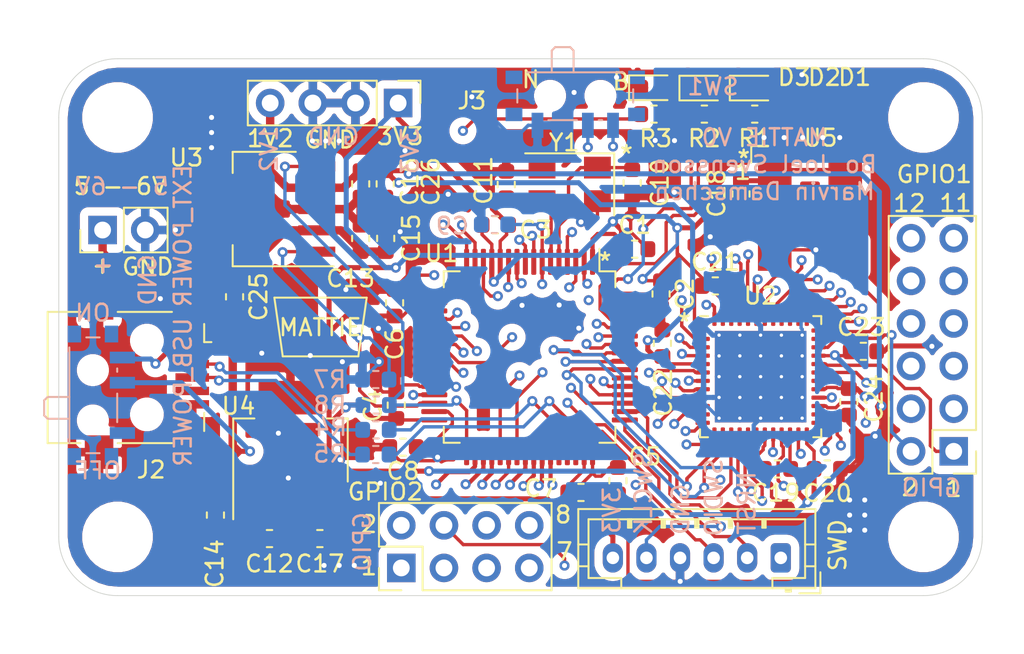
<source format=kicad_pcb>
(kicad_pcb (version 20171130) (host pcbnew 5.1.5-52549c5~86~ubuntu18.04.1)
  (layers (0 F.Cu signal) (1 In1.Cu signal) (2 In2.Cu signal) (31 B.Cu signal) (34 B.Paste user) (35 F.Paste user) (36 B.SilkS user) (37 F.SilkS user) (38 B.Mask user) (39 F.Mask user) (44 Edge.Cuts user))
  (net 0 "")
  (net 1 GND)
  (net 2 +3V3)
  (net 3 "Net-(C7-Pad1)")
  (net 4 "Net-(C8-Pad1)")
  (net 5 /MCU/NRST)
  (net 6 "Net-(C10-Pad2)")
  (net 7 "Net-(C11-Pad2)")
  (net 8 /DCDC/5V)
  (net 9 +1V2)
  (net 10 "Net-(D1-Pad2)")
  (net 11 "Net-(D2-Pad2)")
  (net 12 "Net-(D3-Pad2)")
  (net 13 /MCU/GPIO7)
  (net 14 /MCU/GPIO6)
  (net 15 /MCU/GPIO5)
  (net 16 /MCU/GPIO4)
  (net 17 /MCU/GPIO3)
  (net 18 /MCU/GPIO2)
  (net 19 /MCU/GPIO1)
  (net 20 /MCU/GPIO0)
  (net 21 "Net-(J2-Pad4)")
  (net 22 /MCU/MCU_USB_DP)
  (net 23 /MCU/MCU_USB_DM)
  (net 24 /LATTICE_ICE40/RGB2)
  (net 25 /LATTICE_ICE40/RGB1)
  (net 26 /LATTICE_ICE40/RGB0)
  (net 27 /LATTICE_ICE40/IOT_9b)
  (net 28 /LATTICE_ICE40/IOT_8a)
  (net 29 /LATTICE_ICE40/IOT_51a)
  (net 30 /LATTICE_ICE40/IOT_50b)
  (net 31 /LATTICE_ICE40/IOT_49a)
  (net 32 /LATTICE_ICE40/IOT_48b)
  (net 33 /LATTICE_ICE40/IOT_45a)
  (net 34 /LATTICE_ICE40/IOT_44b)
  (net 35 /LATTICE_ICE40/IOT_43a)
  (net 36 /MCU/SWCLK)
  (net 37 /MCU/SWDIO)
  (net 38 "Net-(P1-Pad1)")
  (net 39 /MCU/LED_GREEN)
  (net 40 /MCU/LED_YELLOW)
  (net 41 /MCU/LED_RED)
  (net 42 "Net-(R4-Pad1)")
  (net 43 "Net-(R5-Pad1)")
  (net 44 /DCDC/REG1V2_ON)
  (net 45 /DCDC/PWRGD1V2)
  (net 46 /MCU/BOOT0)
  (net 47 /LATTICE_ICE40/DONE)
  (net 48 /LATTICE_ICE40/RESET)
  (net 49 /LATTICE_ICE40/SPI_MOSI)
  (net 50 /LATTICE_ICE40/SPI_MISO)
  (net 51 /LATTICE_ICE40/SPI_SCK)
  (net 52 "Net-(U1-Pad54)")
  (net 53 /LATTICE_ICE40/AUX5)
  (net 54 /LATTICE_ICE40/SPI_SS)
  (net 55 /LATTICE_ICE40/AUX2)
  (net 56 /LATTICE_ICE40/AUX1)
  (net 57 /LATTICE_ICE40/AUX0)
  (net 58 /LATTICE_ICE40/AUX4)
  (net 59 /LATTICE_ICE40/AUX3)
  (net 60 /LATTICE_ICE40/DAT15)
  (net 61 /LATTICE_ICE40/DAT14)
  (net 62 /LATTICE_ICE40/DAT13)
  (net 63 /LATTICE_ICE40/DAT12)
  (net 64 /LATTICE_ICE40/DAT7)
  (net 65 /LATTICE_ICE40/DAT6)
  (net 66 /LATTICE_ICE40/DAT5)
  (net 67 /LATTICE_ICE40/DAT4)
  (net 68 /LATTICE_ICE40/DAT3)
  (net 69 /LATTICE_ICE40/DAT2)
  (net 70 /LATTICE_ICE40/DAT1)
  (net 71 /LATTICE_ICE40/DAT0)
  (net 72 /LATTICE_ICE40/DAT11)
  (net 73 /LATTICE_ICE40/DAT10)
  (net 74 /LATTICE_ICE40/DAT9)
  (net 75 /LATTICE_ICE40/DAT8)
  (net 76 /LATTICE_ICE40/CLK_100MHz)
  (net 77 /DCDC/5V_IN)
  (net 78 "Net-(SW2-Pad1)")
  (net 79 "Net-(U1-Pad27)")
  (net 80 "Net-(U1-Pad26)")
  (module Capacitor_SMD:C_0603_1608Metric (layer F.Cu) (at 146.94 123.96 90)
    (fp_text reference C26 (at 0.14 2.72 90) (layer F.SilkS))
    (fp_text value 0.1u)
    (pad 2 smd roundrect (at 0.7875 0 90) (size 0.875 0.95) (layers F.Cu F.Paste F.Mask) (net 9 +1V2))
    (pad 1 smd roundrect (at -0.7875 0 90) (size 0.875 0.95) (layers F.Cu F.Paste F.Mask) (net 1 GND))
  )
  (module Button_Switch_SMD:SW_SPDT_PCM12 (layer B.Cu) (at 129.86 136.56 90)
    (fp_text reference USB_POWER (at 0.19 5.04 90) (layer B.SilkS) (effects (justify mirror)))
    (fp_text value USB_POWER)
    (pad "" smd rect (at -3.65 0.78 90) (size 1 0.8) (layers B.Cu B.Paste B.Mask))
    (pad "" smd rect (at 3.65 0.78 90) (size 1 0.8) (layers B.Cu B.Paste B.Mask))
    (pad "" smd rect (at 3.65 -1.43 90) (size 1 0.8) (layers B.Cu B.Paste B.Mask))
    (pad "" smd rect (at -3.65 -1.43 90) (size 1 0.8) (layers B.Cu B.Paste B.Mask))
    (pad 3 smd rect (at 2.25 1.43 90) (size 0.7 1.5) (layers B.Cu B.Paste B.Mask) (net 8 /DCDC/5V))
    (pad 2 smd rect (at 0.75 1.43 90) (size 0.7 1.5) (layers B.Cu B.Paste B.Mask) (net 77 /DCDC/5V_IN))
    (pad 1 smd rect (at -2.25 1.43 90) (size 0.7 1.5) (layers B.Cu B.Paste B.Mask) (net 78 "Net-(SW2-Pad1)"))
    (pad "" np_thru_hole circle (at 1.5 -0.33 90) (size 0.9 0.9) (drill 0.9) (layers *.Cu *.Mask))
    (pad "" np_thru_hole circle (at -1.5 -0.33 90) (size 0.9 0.9) (drill 0.9) (layers *.Cu *.Mask))
  )
  (module Capacitor_SMD:C_0603_1608Metric (layer F.Cu) (at 137.97 130.69 270)
    (fp_text reference C25 (at 0 -1.43 90) (layer F.SilkS))
    (fp_text value 4.7u)
    (pad 2 smd roundrect (at 0.7875 0 270) (size 0.875 0.95) (layers F.Cu F.Paste F.Mask) (net 1 GND))
    (pad 1 smd roundrect (at -0.7875 0 270) (size 0.875 0.95) (layers F.Cu F.Paste F.Mask) (net 77 /DCDC/5V_IN))
  )
  (module Package_DFN_QFN:QFN-48-1EP_7x7mm_P0.5mm_EP5.45x5.45mm_ThermalVias (layer F.Cu) (at 169.3 135.45)
    (fp_text reference U2 (at 0 -4.82) (layer F.SilkS))
    (fp_text value ICE40UP5K-SG48ITR)
    (pad 49 smd rect (at 0 0) (size 5.45 5.45) (layers B.Cu) (net 1 GND))
    (pad 49 thru_hole circle (at 2.475 2.475) (size 0.5 0.5) (drill 0.2) (layers *.Cu) (net 1 GND))
    (pad 49 thru_hole circle (at 1.2375 2.475) (size 0.5 0.5) (drill 0.2) (layers *.Cu) (net 1 GND))
    (pad 49 thru_hole circle (at 0 2.475) (size 0.5 0.5) (drill 0.2) (layers *.Cu) (net 1 GND))
    (pad 49 thru_hole circle (at -1.2375 2.475) (size 0.5 0.5) (drill 0.2) (layers *.Cu) (net 1 GND))
    (pad 49 thru_hole circle (at -2.475 2.475) (size 0.5 0.5) (drill 0.2) (layers *.Cu) (net 1 GND))
    (pad 49 thru_hole circle (at 2.475 1.2375) (size 0.5 0.5) (drill 0.2) (layers *.Cu) (net 1 GND))
    (pad 49 thru_hole circle (at 1.2375 1.2375) (size 0.5 0.5) (drill 0.2) (layers *.Cu) (net 1 GND))
    (pad 49 thru_hole circle (at 0 1.2375) (size 0.5 0.5) (drill 0.2) (layers *.Cu) (net 1 GND))
    (pad 49 thru_hole circle (at -1.2375 1.2375) (size 0.5 0.5) (drill 0.2) (layers *.Cu) (net 1 GND))
    (pad 49 thru_hole circle (at -2.475 1.2375) (size 0.5 0.5) (drill 0.2) (layers *.Cu) (net 1 GND))
    (pad 49 thru_hole circle (at 2.475 0) (size 0.5 0.5) (drill 0.2) (layers *.Cu) (net 1 GND))
    (pad 49 thru_hole circle (at 1.2375 0) (size 0.5 0.5) (drill 0.2) (layers *.Cu) (net 1 GND))
    (pad 49 thru_hole circle (at 0 0) (size 0.5 0.5) (drill 0.2) (layers *.Cu) (net 1 GND))
    (pad 49 thru_hole circle (at -1.2375 0) (size 0.5 0.5) (drill 0.2) (layers *.Cu) (net 1 GND))
    (pad 49 thru_hole circle (at -2.475 0) (size 0.5 0.5) (drill 0.2) (layers *.Cu) (net 1 GND))
    (pad 49 thru_hole circle (at 2.475 -1.2375) (size 0.5 0.5) (drill 0.2) (layers *.Cu) (net 1 GND))
    (pad 49 thru_hole circle (at 1.2375 -1.2375) (size 0.5 0.5) (drill 0.2) (layers *.Cu) (net 1 GND))
    (pad 49 thru_hole circle (at 0 -1.2375) (size 0.5 0.5) (drill 0.2) (layers *.Cu) (net 1 GND))
    (pad 49 thru_hole circle (at -1.2375 -1.2375) (size 0.5 0.5) (drill 0.2) (layers *.Cu) (net 1 GND))
    (pad 49 thru_hole circle (at -2.475 -1.2375) (size 0.5 0.5) (drill 0.2) (layers *.Cu) (net 1 GND))
    (pad 49 thru_hole circle (at 2.475 -2.475) (size 0.5 0.5) (drill 0.2) (layers *.Cu) (net 1 GND))
    (pad 49 thru_hole circle (at 1.2375 -2.475) (size 0.5 0.5) (drill 0.2) (layers *.Cu) (net 1 GND))
    (pad 49 thru_hole circle (at 0 -2.475) (size 0.5 0.5) (drill 0.2) (layers *.Cu) (net 1 GND))
    (pad 49 thru_hole circle (at -1.2375 -2.475) (size 0.5 0.5) (drill 0.2) (layers *.Cu) (net 1 GND))
    (pad 49 thru_hole circle (at -2.475 -2.475) (size 0.5 0.5) (drill 0.2) (layers *.Cu) (net 1 GND))
    (pad 49 smd rect (at 0 0) (size 5.45 5.45) (layers F.Cu F.Mask) (net 1 GND))
    (pad 48 smd roundrect (at -2.75 -3.45) (size 0.25 0.85) (layers F.Cu F.Paste F.Mask) (net 72 /LATTICE_ICE40/DAT11))
    (pad 47 smd roundrect (at -2.25 -3.45) (size 0.25 0.85) (layers F.Cu F.Paste F.Mask) (net 74 /LATTICE_ICE40/DAT9))
    (pad 46 smd roundrect (at -1.75 -3.45) (size 0.25 0.85) (layers F.Cu F.Paste F.Mask) (net 75 /LATTICE_ICE40/DAT8))
    (pad 45 smd roundrect (at -1.25 -3.45) (size 0.25 0.85) (layers F.Cu F.Paste F.Mask) (net 55 /LATTICE_ICE40/AUX2))
    (pad 44 smd roundrect (at -0.75 -3.45) (size 0.25 0.85) (layers F.Cu F.Paste F.Mask) (net 73 /LATTICE_ICE40/DAT10))
    (pad 43 smd roundrect (at -0.25 -3.45) (size 0.25 0.85) (layers F.Cu F.Paste F.Mask) (net 31 /LATTICE_ICE40/IOT_49a))
    (pad 42 smd roundrect (at 0.25 -3.45) (size 0.25 0.85) (layers F.Cu F.Paste F.Mask) (net 29 /LATTICE_ICE40/IOT_51a))
    (pad 41 smd roundrect (at 0.75 -3.45) (size 0.25 0.85) (layers F.Cu F.Paste F.Mask) (net 24 /LATTICE_ICE40/RGB2))
    (pad 40 smd roundrect (at 1.25 -3.45) (size 0.25 0.85) (layers F.Cu F.Paste F.Mask) (net 25 /LATTICE_ICE40/RGB1))
    (pad 39 smd roundrect (at 1.75 -3.45) (size 0.25 0.85) (layers F.Cu F.Paste F.Mask) (net 26 /LATTICE_ICE40/RGB0))
    (pad 38 smd roundrect (at 2.25 -3.45) (size 0.25 0.85) (layers F.Cu F.Paste F.Mask) (net 30 /LATTICE_ICE40/IOT_50b))
    (pad 37 smd roundrect (at 2.75 -3.45) (size 0.25 0.85) (layers F.Cu F.Paste F.Mask) (net 33 /LATTICE_ICE40/IOT_45a))
    (pad 36 smd roundrect (at 3.45 -2.75) (size 0.85 0.25) (layers F.Cu F.Paste F.Mask) (net 32 /LATTICE_ICE40/IOT_48b))
    (pad 35 smd roundrect (at 3.45 -2.25) (size 0.85 0.25) (layers F.Cu F.Paste F.Mask) (net 76 /LATTICE_ICE40/CLK_100MHz))
    (pad 34 smd roundrect (at 3.45 -1.75) (size 0.85 0.25) (layers F.Cu F.Paste F.Mask) (net 34 /LATTICE_ICE40/IOT_44b))
    (pad 33 smd roundrect (at 3.45 -1.25) (size 0.85 0.25) (layers F.Cu F.Paste F.Mask) (net 2 +3V3))
    (pad 32 smd roundrect (at 3.45 -0.75) (size 0.85 0.25) (layers F.Cu F.Paste F.Mask) (net 35 /LATTICE_ICE40/IOT_43a))
    (pad 31 smd roundrect (at 3.45 -0.25) (size 0.85 0.25) (layers F.Cu F.Paste F.Mask) (net 53 /LATTICE_ICE40/AUX5))
    (pad 30 smd roundrect (at 3.45 0.25) (size 0.85 0.25) (layers F.Cu F.Paste F.Mask) (net 9 +1V2))
    (pad 29 smd roundrect (at 3.45 0.75) (size 0.85 0.25) (layers F.Cu F.Paste F.Mask) (net 9 +1V2))
    (pad 28 smd roundrect (at 3.45 1.25) (size 0.85 0.25) (layers F.Cu F.Paste F.Mask) (net 58 /LATTICE_ICE40/AUX4))
    (pad 27 smd roundrect (at 3.45 1.75) (size 0.85 0.25) (layers F.Cu F.Paste F.Mask) (net 61 /LATTICE_ICE40/DAT14))
    (pad 26 smd roundrect (at 3.45 2.25) (size 0.85 0.25) (layers F.Cu F.Paste F.Mask) (net 60 /LATTICE_ICE40/DAT15))
    (pad 25 smd roundrect (at 3.45 2.75) (size 0.85 0.25) (layers F.Cu F.Paste F.Mask) (net 63 /LATTICE_ICE40/DAT12))
    (pad 24 smd roundrect (at 2.75 3.45) (size 0.25 0.85) (layers F.Cu F.Paste F.Mask) (net 2 +3V3))
    (pad 23 smd roundrect (at 2.25 3.45) (size 0.25 0.85) (layers F.Cu F.Paste F.Mask) (net 62 /LATTICE_ICE40/DAT13))
    (pad 22 smd roundrect (at 1.75 3.45) (size 0.25 0.85) (layers F.Cu F.Paste F.Mask) (net 2 +3V3))
    (pad 21 smd roundrect (at 1.25 3.45) (size 0.25 0.85) (layers F.Cu F.Paste F.Mask) (net 66 /LATTICE_ICE40/DAT5))
    (pad 20 smd roundrect (at 0.75 3.45) (size 0.25 0.85) (layers F.Cu F.Paste F.Mask) (net 64 /LATTICE_ICE40/DAT7))
    (pad 19 smd roundrect (at 0.25 3.45) (size 0.25 0.85) (layers F.Cu F.Paste F.Mask) (net 57 /LATTICE_ICE40/AUX0))
    (pad 18 smd roundrect (at -0.25 3.45) (size 0.25 0.85) (layers F.Cu F.Paste F.Mask) (net 56 /LATTICE_ICE40/AUX1))
    (pad 17 smd roundrect (at -0.75 3.45) (size 0.25 0.85) (layers F.Cu F.Paste F.Mask) (net 49 /LATTICE_ICE40/SPI_MOSI))
    (pad 16 smd roundrect (at -1.25 3.45) (size 0.25 0.85) (layers F.Cu F.Paste F.Mask) (net 54 /LATTICE_ICE40/SPI_SS))
    (pad 15 smd roundrect (at -1.75 3.45) (size 0.25 0.85) (layers F.Cu F.Paste F.Mask) (net 51 /LATTICE_ICE40/SPI_SCK))
    (pad 14 smd roundrect (at -2.25 3.45) (size 0.25 0.85) (layers F.Cu F.Paste F.Mask) (net 50 /LATTICE_ICE40/SPI_MISO))
    (pad 13 smd roundrect (at -2.75 3.45) (size 0.25 0.85) (layers F.Cu F.Paste F.Mask) (net 65 /LATTICE_ICE40/DAT6))
    (pad 12 smd roundrect (at -3.45 2.75) (size 0.85 0.25) (layers F.Cu F.Paste F.Mask) (net 67 /LATTICE_ICE40/DAT4))
    (pad 11 smd roundrect (at -3.45 2.25) (size 0.85 0.25) (layers F.Cu F.Paste F.Mask) (net 68 /LATTICE_ICE40/DAT3))
    (pad 10 smd roundrect (at -3.45 1.75) (size 0.85 0.25) (layers F.Cu F.Paste F.Mask) (net 69 /LATTICE_ICE40/DAT2))
    (pad 9 smd roundrect (at -3.45 1.25) (size 0.85 0.25) (layers F.Cu F.Paste F.Mask) (net 70 /LATTICE_ICE40/DAT1))
    (pad 8 smd roundrect (at -3.45 0.75) (size 0.85 0.25) (layers F.Cu F.Paste F.Mask) (net 48 /LATTICE_ICE40/RESET))
    (pad 7 smd roundrect (at -3.45 0.25) (size 0.85 0.25) (layers F.Cu F.Paste F.Mask) (net 47 /LATTICE_ICE40/DONE))
    (pad 6 smd roundrect (at -3.45 -0.25) (size 0.85 0.25) (layers F.Cu F.Paste F.Mask) (net 71 /LATTICE_ICE40/DAT0))
    (pad 5 smd roundrect (at -3.45 -0.75) (size 0.85 0.25) (layers F.Cu F.Paste F.Mask) (net 9 +1V2))
    (pad 4 smd roundrect (at -3.45 -1.25) (size 0.85 0.25) (layers F.Cu F.Paste F.Mask) (net 28 /LATTICE_ICE40/IOT_8a))
    (pad 3 smd roundrect (at -3.45 -1.75) (size 0.85 0.25) (layers F.Cu F.Paste F.Mask) (net 27 /LATTICE_ICE40/IOT_9b))
    (pad 2 smd roundrect (at -3.45 -2.25) (size 0.85 0.25) (layers F.Cu F.Paste F.Mask) (net 59 /LATTICE_ICE40/AUX3))
    (pad 1 smd roundrect (at -3.45 -2.75) (size 0.85 0.25) (layers F.Cu F.Paste F.Mask) (net 2 +3V3))
  )
  (module favorites:DSC1004 (layer F.Cu) (at 172.24 125.7)
    (fp_text reference U5 (at 0.63 -4.48) (layer F.SilkS))
    (fp_text value DSC1004)
    (fp_text user 1 (at -4 -2.5) (layer F.SilkS))
    (pad 3 smd rect (at 2.1 2.54) (size 2 1.8) (layers F.Cu F.Paste F.Mask) (net 76 /LATTICE_ICE40/CLK_100MHz))
    (pad 4 smd rect (at 2.1 -2.54) (size 2 1.8) (layers F.Cu F.Paste F.Mask) (net 2 +3V3))
    (pad 2 smd rect (at -2.1 2.54) (size 2 1.8) (layers F.Cu F.Paste F.Mask) (net 1 GND))
    (pad 1 smd rect (at -2.1 -2.54) (size 2 1.8) (layers F.Cu F.Paste F.Mask) (net 2 +3V3))
  )
  (module Connector_PinHeader_2.54mm:PinHeader_1x02_P2.54mm_Vertical (layer F.Cu) (at 130.11 126.71 90)
    (fp_text reference "5 - 6V" (at 2.61 1.04 180) (layer F.SilkS))
    (fp_text value 5V)
    (pad 2 thru_hole oval (at 0 2.54 90) (size 1.7 1.7) (drill 1) (layers *.Cu *.Mask) (net 1 GND))
    (pad 1 thru_hole rect (at 0 0 90) (size 1.7 1.7) (drill 1) (layers *.Cu *.Mask) (net 77 /DCDC/5V_IN))
  )
  (module MountingHole:MountingHole_3.2mm_M3 (layer F.Cu) (at 131 145)
    (fp_text reference H4 hide)
    (fp_text value MountingHole)
    (pad 1 np_thru_hole circle (at 0 0) (size 3.2 3.2) (drill 3.2) (layers *.Cu *.Mask))
  )
  (module MountingHole:MountingHole_3.2mm_M3 (layer F.Cu) (at 131 120)
    (fp_text reference H3 hide)
    (fp_text value MountingHole)
    (pad 1 np_thru_hole circle (at 0 0) (size 3.2 3.2) (drill 3.2) (layers *.Cu *.Mask))
  )
  (module MountingHole:MountingHole_3.2mm_M3 (layer F.Cu) (at 179 145)
    (fp_text reference H2 hide)
    (fp_text value MountingHole)
    (pad 1 np_thru_hole circle (at 0 0) (size 3.2 3.2) (drill 3.2) (layers *.Cu *.Mask))
  )
  (module MountingHole:MountingHole_3.2mm_M3 (layer F.Cu) (at 179 120)
    (fp_text reference H1 hide)
    (fp_text value MountingHole)
    (pad 1 np_thru_hole circle (at 0 0) (size 3.2 3.2) (drill 3.2) (layers *.Cu *.Mask))
  )
  (module Crystal:Crystal_SMD_5032-4Pin_5.0x3.2mm (layer F.Cu) (at 157.93 123.99 180)
    (fp_text reference Y1 (at 0.33 2.49) (layer F.SilkS))
    (fp_text value 8Mhz)
    (pad 4 smd rect (at -1.65 -1 180) (size 1.6 1.3) (layers F.Cu F.Paste F.Mask) (net 1 GND))
    (pad 3 smd rect (at 1.65 -1 180) (size 1.6 1.3) (layers F.Cu F.Paste F.Mask) (net 7 "Net-(C11-Pad2)"))
    (pad 2 smd rect (at 1.65 1 180) (size 1.6 1.3) (layers F.Cu F.Paste F.Mask) (net 1 GND))
    (pad 1 smd rect (at -1.65 1 180) (size 1.6 1.3) (layers F.Cu F.Paste F.Mask) (net 6 "Net-(C10-Pad2)"))
  )
  (module Package_TO_SOT_SMD:SOT-223-3_TabPin2 (layer F.Cu) (at 141.3 139.85 90)
    (fp_text reference U4 (at 2.65 -3.1 180) (layer F.SilkS))
    (fp_text value MCP1826S-3302)
    (pad 1 smd rect (at -3.15 -2.3 90) (size 2 1.5) (layers F.Cu F.Paste F.Mask) (net 77 /DCDC/5V_IN))
    (pad 3 smd rect (at -3.15 2.3 90) (size 2 1.5) (layers F.Cu F.Paste F.Mask) (net 2 +3V3))
    (pad 2 smd rect (at -3.15 0 90) (size 2 1.5) (layers F.Cu F.Paste F.Mask) (net 1 GND))
    (pad 2 smd rect (at 3.15 0 90) (size 2 3.8) (layers F.Cu F.Paste F.Mask) (net 1 GND))
  )
  (module Package_TO_SOT_SMD:SOT-223-6 (layer F.Cu) (at 139.73 125.46 180)
    (fp_text reference U3 (at 4.63 3.06) (layer F.SilkS))
    (fp_text value MCP1826T)
    (pad 1 smd rect (at -3.1375 -2.54 180) (size 2.2 0.6) (layers F.Cu F.Paste F.Mask) (net 44 /DCDC/REG1V2_ON))
    (pad 5 smd rect (at -3.1375 2.54 180) (size 2.2 0.6) (layers F.Cu F.Paste F.Mask) (net 45 /DCDC/PWRGD1V2))
    (pad 3 smd rect (at -3.1375 0 180) (size 2.2 0.6) (layers F.Cu F.Paste F.Mask) (net 1 GND))
    (pad 6 smd rect (at 3.1625 0 180) (size 2.15 3.45) (layers F.Cu F.Paste F.Mask) (net 1 GND))
    (pad 2 smd rect (at -3.1375 -1.27 180) (size 2.2 0.6) (layers F.Cu F.Paste F.Mask) (net 77 /DCDC/5V_IN))
    (pad 4 smd rect (at -3.1375 1.27 180) (size 2.2 0.6) (layers F.Cu F.Paste F.Mask) (net 9 +1V2))
  )
  (module Package_QFP:LQFP-64_10x10mm_P0.5mm (layer F.Cu) (at 155.54 134.28 270)
    (fp_text reference U1 (at -6.18 5.24 180) (layer F.SilkS))
    (fp_text value STM32F40X_LQFP64)
    (pad 64 smd roundrect (at -3.75 -5.675 270) (size 0.3 1.55) (layers F.Cu F.Paste F.Mask) (net 2 +3V3))
    (pad 63 smd roundrect (at -3.25 -5.675 270) (size 0.3 1.55) (layers F.Cu F.Paste F.Mask) (net 1 GND))
    (pad 62 smd roundrect (at -2.75 -5.675 270) (size 0.3 1.55) (layers F.Cu F.Paste F.Mask) (net 40 /MCU/LED_YELLOW))
    (pad 61 smd roundrect (at -2.25 -5.675 270) (size 0.3 1.55) (layers F.Cu F.Paste F.Mask) (net 39 /MCU/LED_GREEN))
    (pad 60 smd roundrect (at -1.75 -5.675 270) (size 0.3 1.55) (layers F.Cu F.Paste F.Mask) (net 46 /MCU/BOOT0))
    (pad 59 smd roundrect (at -1.25 -5.675 270) (size 0.3 1.55) (layers F.Cu F.Paste F.Mask) (net 47 /LATTICE_ICE40/DONE))
    (pad 58 smd roundrect (at -0.75 -5.675 270) (size 0.3 1.55) (layers F.Cu F.Paste F.Mask) (net 48 /LATTICE_ICE40/RESET))
    (pad 57 smd roundrect (at -0.25 -5.675 270) (size 0.3 1.55) (layers F.Cu F.Paste F.Mask) (net 49 /LATTICE_ICE40/SPI_MOSI))
    (pad 56 smd roundrect (at 0.25 -5.675 270) (size 0.3 1.55) (layers F.Cu F.Paste F.Mask) (net 50 /LATTICE_ICE40/SPI_MISO))
    (pad 55 smd roundrect (at 0.75 -5.675 270) (size 0.3 1.55) (layers F.Cu F.Paste F.Mask) (net 51 /LATTICE_ICE40/SPI_SCK))
    (pad 54 smd roundrect (at 1.25 -5.675 270) (size 0.3 1.55) (layers F.Cu F.Paste F.Mask) (net 52 "Net-(U1-Pad54)"))
    (pad 53 smd roundrect (at 1.75 -5.675 270) (size 0.3 1.55) (layers F.Cu F.Paste F.Mask) (net 16 /MCU/GPIO4))
    (pad 52 smd roundrect (at 2.25 -5.675 270) (size 0.3 1.55) (layers F.Cu F.Paste F.Mask) (net 17 /MCU/GPIO3))
    (pad 51 smd roundrect (at 2.75 -5.675 270) (size 0.3 1.55) (layers F.Cu F.Paste F.Mask) (net 53 /LATTICE_ICE40/AUX5))
    (pad 50 smd roundrect (at 3.25 -5.675 270) (size 0.3 1.55) (layers F.Cu F.Paste F.Mask) (net 54 /LATTICE_ICE40/SPI_SS))
    (pad 49 smd roundrect (at 3.75 -5.675 270) (size 0.3 1.55) (layers F.Cu F.Paste F.Mask) (net 36 /MCU/SWCLK))
    (pad 48 smd roundrect (at 5.675 -3.75 270) (size 1.55 0.3) (layers F.Cu F.Paste F.Mask) (net 2 +3V3))
    (pad 47 smd roundrect (at 5.675 -3.25 270) (size 1.55 0.3) (layers F.Cu F.Paste F.Mask) (net 3 "Net-(C7-Pad1)"))
    (pad 46 smd roundrect (at 5.675 -2.75 270) (size 1.55 0.3) (layers F.Cu F.Paste F.Mask) (net 37 /MCU/SWDIO))
    (pad 45 smd roundrect (at 5.675 -2.25 270) (size 1.55 0.3) (layers F.Cu F.Paste F.Mask) (net 43 "Net-(R5-Pad1)"))
    (pad 44 smd roundrect (at 5.675 -1.75 270) (size 1.55 0.3) (layers F.Cu F.Paste F.Mask) (net 42 "Net-(R4-Pad1)"))
    (pad 43 smd roundrect (at 5.675 -1.25 270) (size 1.55 0.3) (layers F.Cu F.Paste F.Mask) (net 55 /LATTICE_ICE40/AUX2))
    (pad 42 smd roundrect (at 5.675 -0.75 270) (size 1.55 0.3) (layers F.Cu F.Paste F.Mask) (net 56 /LATTICE_ICE40/AUX1))
    (pad 41 smd roundrect (at 5.675 -0.25 270) (size 1.55 0.3) (layers F.Cu F.Paste F.Mask) (net 57 /LATTICE_ICE40/AUX0))
    (pad 40 smd roundrect (at 5.675 0.25 270) (size 1.55 0.3) (layers F.Cu F.Paste F.Mask) (net 58 /LATTICE_ICE40/AUX4))
    (pad 39 smd roundrect (at 5.675 0.75 270) (size 1.55 0.3) (layers F.Cu F.Paste F.Mask) (net 59 /LATTICE_ICE40/AUX3))
    (pad 38 smd roundrect (at 5.675 1.25 270) (size 1.55 0.3) (layers F.Cu F.Paste F.Mask) (net 60 /LATTICE_ICE40/DAT15))
    (pad 37 smd roundrect (at 5.675 1.75 270) (size 1.55 0.3) (layers F.Cu F.Paste F.Mask) (net 61 /LATTICE_ICE40/DAT14))
    (pad 36 smd roundrect (at 5.675 2.25 270) (size 1.55 0.3) (layers F.Cu F.Paste F.Mask) (net 18 /MCU/GPIO2))
    (pad 35 smd roundrect (at 5.675 2.75 270) (size 1.55 0.3) (layers F.Cu F.Paste F.Mask) (net 19 /MCU/GPIO1))
    (pad 34 smd roundrect (at 5.675 3.25 270) (size 1.55 0.3) (layers F.Cu F.Paste F.Mask) (net 20 /MCU/GPIO0))
    (pad 33 smd roundrect (at 5.675 3.75 270) (size 1.55 0.3) (layers F.Cu F.Paste F.Mask) (net 45 /DCDC/PWRGD1V2))
    (pad 32 smd roundrect (at 3.75 5.675 270) (size 0.3 1.55) (layers F.Cu F.Paste F.Mask) (net 2 +3V3))
    (pad 31 smd roundrect (at 3.25 5.675 270) (size 0.3 1.55) (layers F.Cu F.Paste F.Mask) (net 4 "Net-(C8-Pad1)"))
    (pad 30 smd roundrect (at 2.75 5.675 270) (size 0.3 1.55) (layers F.Cu F.Paste F.Mask) (net 44 /DCDC/REG1V2_ON))
    (pad 29 smd roundrect (at 2.25 5.675 270) (size 0.3 1.55) (layers F.Cu F.Paste F.Mask) (net 41 /MCU/LED_RED))
    (pad 28 smd roundrect (at 1.75 5.675 270) (size 0.3 1.55) (layers F.Cu F.Paste F.Mask) (net 1 GND))
    (pad 27 smd roundrect (at 1.25 5.675 270) (size 0.3 1.55) (layers F.Cu F.Paste F.Mask) (net 79 "Net-(U1-Pad27)"))
    (pad 26 smd roundrect (at 0.75 5.675 270) (size 0.3 1.55) (layers F.Cu F.Paste F.Mask) (net 80 "Net-(U1-Pad26)"))
    (pad 25 smd roundrect (at 0.25 5.675 270) (size 0.3 1.55) (layers F.Cu F.Paste F.Mask) (net 62 /LATTICE_ICE40/DAT13))
    (pad 24 smd roundrect (at -0.25 5.675 270) (size 0.3 1.55) (layers F.Cu F.Paste F.Mask) (net 63 /LATTICE_ICE40/DAT12))
    (pad 23 smd roundrect (at -0.75 5.675 270) (size 0.3 1.55) (layers F.Cu F.Paste F.Mask) (net 64 /LATTICE_ICE40/DAT7))
    (pad 22 smd roundrect (at -1.25 5.675 270) (size 0.3 1.55) (layers F.Cu F.Paste F.Mask) (net 65 /LATTICE_ICE40/DAT6))
    (pad 21 smd roundrect (at -1.75 5.675 270) (size 0.3 1.55) (layers F.Cu F.Paste F.Mask) (net 66 /LATTICE_ICE40/DAT5))
    (pad 20 smd roundrect (at -2.25 5.675 270) (size 0.3 1.55) (layers F.Cu F.Paste F.Mask) (net 67 /LATTICE_ICE40/DAT4))
    (pad 19 smd roundrect (at -2.75 5.675 270) (size 0.3 1.55) (layers F.Cu F.Paste F.Mask) (net 2 +3V3))
    (pad 18 smd roundrect (at -3.25 5.675 270) (size 0.3 1.55) (layers F.Cu F.Paste F.Mask) (net 1 GND))
    (pad 17 smd roundrect (at -3.75 5.675 270) (size 0.3 1.55) (layers F.Cu F.Paste F.Mask) (net 68 /LATTICE_ICE40/DAT3))
    (pad 16 smd roundrect (at -5.675 3.75 270) (size 1.55 0.3) (layers F.Cu F.Paste F.Mask) (net 69 /LATTICE_ICE40/DAT2))
    (pad 15 smd roundrect (at -5.675 3.25 270) (size 1.55 0.3) (layers F.Cu F.Paste F.Mask) (net 70 /LATTICE_ICE40/DAT1))
    (pad 14 smd roundrect (at -5.675 2.75 270) (size 1.55 0.3) (layers F.Cu F.Paste F.Mask) (net 71 /LATTICE_ICE40/DAT0))
    (pad 13 smd roundrect (at -5.675 2.25 270) (size 1.55 0.3) (layers F.Cu F.Paste F.Mask) (net 2 +3V3))
    (pad 12 smd roundrect (at -5.675 1.75 270) (size 1.55 0.3) (layers F.Cu F.Paste F.Mask) (net 1 GND))
    (pad 11 smd roundrect (at -5.675 1.25 270) (size 1.55 0.3) (layers F.Cu F.Paste F.Mask) (net 72 /LATTICE_ICE40/DAT11))
    (pad 10 smd roundrect (at -5.675 0.75 270) (size 1.55 0.3) (layers F.Cu F.Paste F.Mask) (net 73 /LATTICE_ICE40/DAT10))
    (pad 9 smd roundrect (at -5.675 0.25 270) (size 1.55 0.3) (layers F.Cu F.Paste F.Mask) (net 74 /LATTICE_ICE40/DAT9))
    (pad 8 smd roundrect (at -5.675 -0.25 270) (size 1.55 0.3) (layers F.Cu F.Paste F.Mask) (net 75 /LATTICE_ICE40/DAT8))
    (pad 7 smd roundrect (at -5.675 -0.75 270) (size 1.55 0.3) (layers F.Cu F.Paste F.Mask) (net 5 /MCU/NRST))
    (pad 6 smd roundrect (at -5.675 -1.25 270) (size 1.55 0.3) (layers F.Cu F.Paste F.Mask) (net 7 "Net-(C11-Pad2)"))
    (pad 5 smd roundrect (at -5.675 -1.75 270) (size 1.55 0.3) (layers F.Cu F.Paste F.Mask) (net 6 "Net-(C10-Pad2)"))
    (pad 4 smd roundrect (at -5.675 -2.25 270) (size 1.55 0.3) (layers F.Cu F.Paste F.Mask) (net 13 /MCU/GPIO7))
    (pad 3 smd roundrect (at -5.675 -2.75 270) (size 1.55 0.3) (layers F.Cu F.Paste F.Mask) (net 14 /MCU/GPIO6))
    (pad 2 smd roundrect (at -5.675 -3.25 270) (size 1.55 0.3) (layers F.Cu F.Paste F.Mask) (net 15 /MCU/GPIO5))
    (pad 1 smd roundrect (at -5.675 -3.75 270) (size 1.55 0.3) (layers F.Cu F.Paste F.Mask) (net 2 +3V3))
  )
  (module Button_Switch_SMD:SW_SPDT_PCM12 (layer B.Cu) (at 158.26 119.04)
    (fp_text reference SW1 (at 8.2 -0.88) (layer B.SilkS) (effects (justify mirror)))
    (fp_text value BOOT0)
    (pad "" smd rect (at -3.65 0.78) (size 1 0.8) (layers B.Cu B.Paste B.Mask))
    (pad "" smd rect (at 3.65 0.78) (size 1 0.8) (layers B.Cu B.Paste B.Mask))
    (pad "" smd rect (at 3.65 -1.43) (size 1 0.8) (layers B.Cu B.Paste B.Mask))
    (pad "" smd rect (at -3.65 -1.43) (size 1 0.8) (layers B.Cu B.Paste B.Mask))
    (pad 3 smd rect (at 2.25 1.43) (size 0.7 1.5) (layers B.Cu B.Paste B.Mask) (net 2 +3V3))
    (pad 2 smd rect (at 0.75 1.43) (size 0.7 1.5) (layers B.Cu B.Paste B.Mask) (net 46 /MCU/BOOT0))
    (pad 1 smd rect (at -2.25 1.43) (size 0.7 1.5) (layers B.Cu B.Paste B.Mask) (net 1 GND))
    (pad "" np_thru_hole circle (at 1.5 -0.33) (size 0.9 0.9) (drill 0.9) (layers *.Cu *.Mask))
    (pad "" np_thru_hole circle (at -1.5 -0.33) (size 0.9 0.9) (drill 0.9) (layers *.Cu *.Mask))
  )
  (module Resistor_SMD:R_0603_1608Metric (layer B.Cu) (at 146.4 137.14)
    (fp_text reference R8 (at -2.75 0) (layer B.SilkS) (effects (justify mirror)))
    (fp_text value 100K)
    (pad 2 smd roundrect (at 0.7875 0) (size 0.875 0.95) (layers B.Cu B.Paste B.Mask) (net 45 /DCDC/PWRGD1V2))
    (pad 1 smd roundrect (at -0.7875 0) (size 0.875 0.95) (layers B.Cu B.Paste B.Mask) (net 2 +3V3))
  )
  (module Resistor_SMD:R_0603_1608Metric (layer B.Cu) (at 146.38 135.62 180)
    (fp_text reference R7 (at 2.75 0) (layer B.SilkS) (effects (justify mirror)))
    (fp_text value 100K)
    (pad 2 smd roundrect (at 0.7875 0 180) (size 0.875 0.95) (layers B.Cu B.Paste B.Mask) (net 1 GND))
    (pad 1 smd roundrect (at -0.7875 0 180) (size 0.875 0.95) (layers B.Cu B.Paste B.Mask) (net 44 /DCDC/REG1V2_ON))
  )
  (module Resistor_SMD:R_0603_1608Metric (layer B.Cu) (at 146.38 140.09 180)
    (fp_text reference R5 (at 2.74 0.04) (layer B.SilkS) (effects (justify mirror)))
    (fp_text value 22R)
    (pad 2 smd roundrect (at 0.7875 0 180) (size 0.875 0.95) (layers B.Cu B.Paste B.Mask) (net 22 /MCU/MCU_USB_DP))
    (pad 1 smd roundrect (at -0.7875 0 180) (size 0.875 0.95) (layers B.Cu B.Paste B.Mask) (net 43 "Net-(R5-Pad1)"))
  )
  (module Resistor_SMD:R_0603_1608Metric (layer B.Cu) (at 146.39 138.62 180)
    (fp_text reference R4 (at 2.7 0.16) (layer B.SilkS) (effects (justify mirror)))
    (fp_text value 22R)
    (pad 2 smd roundrect (at 0.7875 0 180) (size 0.875 0.95) (layers B.Cu B.Paste B.Mask) (net 23 /MCU/MCU_USB_DM))
    (pad 1 smd roundrect (at -0.7875 0 180) (size 0.875 0.95) (layers B.Cu B.Paste B.Mask) (net 42 "Net-(R4-Pad1)"))
  )
  (module Resistor_SMD:R_0603_1608Metric (layer F.Cu) (at 162.95 119.8)
    (fp_text reference R3 (at 0.1 1.45) (layer F.SilkS))
    (fp_text value 1K)
    (pad 2 smd roundrect (at 0.7875 0) (size 0.875 0.95) (layers F.Cu F.Paste F.Mask) (net 12 "Net-(D3-Pad2)"))
    (pad 1 smd roundrect (at -0.7875 0) (size 0.875 0.95) (layers F.Cu F.Paste F.Mask) (net 41 /MCU/LED_RED))
  )
  (module Resistor_SMD:R_0603_1608Metric (layer F.Cu) (at 165.95 119.8)
    (fp_text reference R2 (at 0 1.45) (layer F.SilkS))
    (fp_text value 1K)
    (pad 2 smd roundrect (at 0.7875 0) (size 0.875 0.95) (layers F.Cu F.Paste F.Mask) (net 11 "Net-(D2-Pad2)"))
    (pad 1 smd roundrect (at -0.7875 0) (size 0.875 0.95) (layers F.Cu F.Paste F.Mask) (net 40 /MCU/LED_YELLOW))
  )
  (module Resistor_SMD:R_0603_1608Metric (layer F.Cu) (at 168.95 119.8)
    (fp_text reference R1 (at 0 1.45) (layer F.SilkS))
    (fp_text value 1K)
    (pad 2 smd roundrect (at 0.7875 0) (size 0.875 0.95) (layers F.Cu F.Paste F.Mask) (net 10 "Net-(D1-Pad2)"))
    (pad 1 smd roundrect (at -0.7875 0) (size 0.875 0.95) (layers F.Cu F.Paste F.Mask) (net 39 /MCU/LED_GREEN))
  )
  (module Connector_JST:JST_PH_B6B-PH-K_1x06_P2.00mm_Vertical (layer F.Cu) (at 170.5 146.25 180)
    (fp_text reference SWD (at -3.39 0.76 90) (layer F.SilkS))
    (fp_text value SWD)
    (pad 6 thru_hole oval (at 10 0 180) (size 1.2 1.75) (drill 0.75) (layers *.Cu *.Mask) (net 2 +3V3))
    (pad 5 thru_hole oval (at 8 0 180) (size 1.2 1.75) (drill 0.75) (layers *.Cu *.Mask) (net 36 /MCU/SWCLK))
    (pad 4 thru_hole oval (at 6 0 180) (size 1.2 1.75) (drill 0.75) (layers *.Cu *.Mask) (net 1 GND))
    (pad 3 thru_hole oval (at 4 0 180) (size 1.2 1.75) (drill 0.75) (layers *.Cu *.Mask) (net 37 /MCU/SWDIO))
    (pad 2 thru_hole oval (at 2 0 180) (size 1.2 1.75) (drill 0.75) (layers *.Cu *.Mask) (net 5 /MCU/NRST))
    (pad 1 thru_hole roundrect (at 0 0 180) (size 1.2 1.75) (drill 0.75) (layers *.Cu *.Mask) (roundrect_rratio 0.208333) (net 38 "Net-(P1-Pad1)"))
  )
  (module Connector_PinHeader_2.54mm:PinHeader_2x06_P2.54mm_Vertical (layer F.Cu) (at 180.8 139.9 180)
    (fp_text reference GPIO1 (at 1.16 16.51) (layer F.SilkS))
    (fp_text value GPIO)
    (pad 12 thru_hole oval (at 2.54 12.7 180) (size 1.7 1.7) (drill 1) (layers *.Cu *.Mask) (net 24 /LATTICE_ICE40/RGB2))
    (pad 11 thru_hole oval (at 0 12.7 180) (size 1.7 1.7) (drill 1) (layers *.Cu *.Mask) (net 25 /LATTICE_ICE40/RGB1))
    (pad 10 thru_hole oval (at 2.54 10.16 180) (size 1.7 1.7) (drill 1) (layers *.Cu *.Mask) (net 26 /LATTICE_ICE40/RGB0))
    (pad 9 thru_hole oval (at 0 10.16 180) (size 1.7 1.7) (drill 1) (layers *.Cu *.Mask) (net 27 /LATTICE_ICE40/IOT_9b))
    (pad 8 thru_hole oval (at 2.54 7.62 180) (size 1.7 1.7) (drill 1) (layers *.Cu *.Mask) (net 28 /LATTICE_ICE40/IOT_8a))
    (pad 7 thru_hole oval (at 0 7.62 180) (size 1.7 1.7) (drill 1) (layers *.Cu *.Mask) (net 29 /LATTICE_ICE40/IOT_51a))
    (pad 6 thru_hole oval (at 2.54 5.08 180) (size 1.7 1.7) (drill 1) (layers *.Cu *.Mask) (net 30 /LATTICE_ICE40/IOT_50b))
    (pad 5 thru_hole oval (at 0 5.08 180) (size 1.7 1.7) (drill 1) (layers *.Cu *.Mask) (net 31 /LATTICE_ICE40/IOT_49a))
    (pad 4 thru_hole oval (at 2.54 2.54 180) (size 1.7 1.7) (drill 1) (layers *.Cu *.Mask) (net 32 /LATTICE_ICE40/IOT_48b))
    (pad 3 thru_hole oval (at 0 2.54 180) (size 1.7 1.7) (drill 1) (layers *.Cu *.Mask) (net 33 /LATTICE_ICE40/IOT_45a))
    (pad 2 thru_hole oval (at 2.54 0 180) (size 1.7 1.7) (drill 1) (layers *.Cu *.Mask) (net 34 /LATTICE_ICE40/IOT_44b))
    (pad 1 thru_hole rect (at 0 0 180) (size 1.7 1.7) (drill 1) (layers *.Cu *.Mask) (net 35 /LATTICE_ICE40/IOT_43a))
  )
  (module Connector_PinHeader_2.54mm:PinHeader_1x04_P2.54mm_Vertical (layer F.Cu) (at 147.71 119.14 270)
    (fp_text reference J3 (at -0.14 -4.39 180) (layer F.SilkS))
    (fp_text value Power)
    (pad 4 thru_hole oval (at 0 7.62 270) (size 1.7 1.7) (drill 1) (layers *.Cu *.Mask) (net 9 +1V2))
    (pad 3 thru_hole oval (at 0 5.08 270) (size 1.7 1.7) (drill 1) (layers *.Cu *.Mask) (net 1 GND))
    (pad 2 thru_hole oval (at 0 2.54 270) (size 1.7 1.7) (drill 1) (layers *.Cu *.Mask) (net 1 GND))
    (pad 1 thru_hole rect (at 0 0 270) (size 1.7 1.7) (drill 1) (layers *.Cu *.Mask) (net 2 +3V3))
  )
  (module Connector_USB:USB_Mini-B_Lumberg_2486_01_Horizontal (layer F.Cu) (at 132.75 135.5 270)
    (fp_text reference J2 (at 5.5 -0.25 180) (layer F.SilkS))
    (fp_text value USB_B_Mini)
    (pad "" np_thru_hole circle (at 2.2 0 270) (size 1 1) (drill 1) (layers *.Cu *.Mask))
    (pad "" np_thru_hole circle (at -2.2 0 270) (size 1 1) (drill 1) (layers *.Cu *.Mask))
    (pad 6 smd rect (at 4.45 2.85 270) (size 2 1.7) (layers F.Cu F.Paste F.Mask) (net 1 GND))
    (pad 6 smd rect (at 4.45 -2.6 270) (size 2 1.7) (layers F.Cu F.Paste F.Mask) (net 1 GND))
    (pad 6 smd rect (at -4.45 2.85 270) (size 2 1.7) (layers F.Cu F.Paste F.Mask) (net 1 GND))
    (pad 6 smd rect (at -4.45 -2.6 270) (size 2 1.7) (layers F.Cu F.Paste F.Mask) (net 1 GND))
    (pad 5 smd rect (at 1.6 -2.7 270) (size 0.5 2) (layers F.Cu F.Paste F.Mask) (net 1 GND))
    (pad 4 smd rect (at 0.8 -2.7 270) (size 0.5 2) (layers F.Cu F.Paste F.Mask) (net 21 "Net-(J2-Pad4)"))
    (pad 3 smd rect (at 0 -2.7 270) (size 0.5 2) (layers F.Cu F.Paste F.Mask) (net 22 /MCU/MCU_USB_DP))
    (pad 2 smd rect (at -0.8 -2.7 270) (size 0.5 2) (layers F.Cu F.Paste F.Mask) (net 23 /MCU/MCU_USB_DM))
    (pad 1 smd rect (at -1.6 -2.7 270) (size 0.5 2) (layers F.Cu F.Paste F.Mask) (net 8 /DCDC/5V))
  )
  (module Connector_PinHeader_2.54mm:PinHeader_2x04_P2.54mm_Vertical (layer F.Cu) (at 147.9 146.85 90)
    (fp_text reference GPIO2 (at 4.54 -0.95 180) (layer F.SilkS))
    (fp_text value GPIO)
    (pad 8 thru_hole oval (at 2.54 7.62 90) (size 1.7 1.7) (drill 1) (layers *.Cu *.Mask) (net 13 /MCU/GPIO7))
    (pad 7 thru_hole oval (at 0 7.62 90) (size 1.7 1.7) (drill 1) (layers *.Cu *.Mask) (net 14 /MCU/GPIO6))
    (pad 6 thru_hole oval (at 2.54 5.08 90) (size 1.7 1.7) (drill 1) (layers *.Cu *.Mask) (net 15 /MCU/GPIO5))
    (pad 5 thru_hole oval (at 0 5.08 90) (size 1.7 1.7) (drill 1) (layers *.Cu *.Mask) (net 16 /MCU/GPIO4))
    (pad 4 thru_hole oval (at 2.54 2.54 90) (size 1.7 1.7) (drill 1) (layers *.Cu *.Mask) (net 17 /MCU/GPIO3))
    (pad 3 thru_hole oval (at 0 2.54 90) (size 1.7 1.7) (drill 1) (layers *.Cu *.Mask) (net 18 /MCU/GPIO2))
    (pad 2 thru_hole oval (at 2.54 0 90) (size 1.7 1.7) (drill 1) (layers *.Cu *.Mask) (net 19 /MCU/GPIO1))
    (pad 1 thru_hole rect (at 0 0 90) (size 1.7 1.7) (drill 1) (layers *.Cu *.Mask) (net 20 /MCU/GPIO0))
  )
  (module LED_SMD:LED_0603_1608Metric (layer F.Cu) (at 162.95 118.23)
    (fp_text reference D3 (at 8.35 -0.63) (layer F.SilkS))
    (fp_text value RED)
    (pad 2 smd roundrect (at 0.7875 0) (size 0.875 0.95) (layers F.Cu F.Paste F.Mask) (net 12 "Net-(D3-Pad2)"))
    (pad 1 smd roundrect (at -0.7875 0) (size 0.875 0.95) (layers F.Cu F.Paste F.Mask) (net 1 GND))
  )
  (module LED_SMD:LED_0603_1608Metric (layer F.Cu) (at 165.95 118.25)
    (fp_text reference D2 (at 7.15 -0.65) (layer F.SilkS))
    (fp_text value YELLOW)
    (pad 2 smd roundrect (at 0.7875 0) (size 0.875 0.95) (layers F.Cu F.Paste F.Mask) (net 11 "Net-(D2-Pad2)"))
    (pad 1 smd roundrect (at -0.7875 0) (size 0.875 0.95) (layers F.Cu F.Paste F.Mask) (net 1 GND))
  )
  (module LED_SMD:LED_0603_1608Metric (layer F.Cu) (at 168.95 118.25)
    (fp_text reference D1 (at 5.95 -0.65) (layer F.SilkS))
    (fp_text value GREEN)
    (pad 2 smd roundrect (at 0.7875 0) (size 0.875 0.95) (layers F.Cu F.Paste F.Mask) (net 10 "Net-(D1-Pad2)"))
    (pad 1 smd roundrect (at -0.7875 0) (size 0.875 0.95) (layers F.Cu F.Paste F.Mask) (net 1 GND))
  )
  (module Capacitor_SMD:C_0603_1608Metric (layer F.Cu) (at 174.55 136.95 90)
    (fp_text reference C24 (at 0.2 1.5 90) (layer F.SilkS))
    (fp_text value 0.1u)
    (pad 2 smd roundrect (at 0.7875 0 90) (size 0.875 0.95) (layers F.Cu F.Paste F.Mask) (net 9 +1V2))
    (pad 1 smd roundrect (at -0.7875 0 90) (size 0.875 0.95) (layers F.Cu F.Paste F.Mask) (net 1 GND))
  )
  (module Capacitor_SMD:C_0603_1608Metric (layer F.Cu) (at 175.42 133.94)
    (fp_text reference C23 (at -0.12 -1.44) (layer F.SilkS))
    (fp_text value 0.1u)
    (pad 2 smd roundrect (at 0.7875 0) (size 0.875 0.95) (layers F.Cu F.Paste F.Mask) (net 1 GND))
    (pad 1 smd roundrect (at -0.7875 0) (size 0.875 0.95) (layers F.Cu F.Paste F.Mask) (net 2 +3V3))
  )
  (module Capacitor_SMD:C_0603_1608Metric (layer F.Cu) (at 163.45 133.46 270)
    (fp_text reference C22 (at 2.94 -0.05 90) (layer F.SilkS))
    (fp_text value 0.1u)
    (pad 2 smd roundrect (at 0.7875 0 270) (size 0.875 0.95) (layers F.Cu F.Paste F.Mask) (net 9 +1V2))
    (pad 1 smd roundrect (at -0.7875 0 270) (size 0.875 0.95) (layers F.Cu F.Paste F.Mask) (net 1 GND))
  )
  (module Capacitor_SMD:C_0603_1608Metric (layer F.Cu) (at 166.6 130.04)
    (fp_text reference C21 (at 0 -1.43) (layer F.SilkS))
    (fp_text value 0.1u)
    (pad 2 smd roundrect (at 0.7875 0) (size 0.875 0.95) (layers F.Cu F.Paste F.Mask) (net 1 GND))
    (pad 1 smd roundrect (at -0.7875 0) (size 0.875 0.95) (layers F.Cu F.Paste F.Mask) (net 2 +3V3))
  )
  (module Capacitor_SMD:C_0603_1608Metric (layer F.Cu) (at 173.27 140.95)
    (fp_text reference C20 (at 0 1.45) (layer F.SilkS))
    (fp_text value 0.1u)
    (pad 2 smd roundrect (at 0.7875 0) (size 0.875 0.95) (layers F.Cu F.Paste F.Mask) (net 1 GND))
    (pad 1 smd roundrect (at -0.7875 0) (size 0.875 0.95) (layers F.Cu F.Paste F.Mask) (net 2 +3V3))
  )
  (module Capacitor_SMD:C_0603_1608Metric (layer F.Cu) (at 170.3025 140.95 180)
    (fp_text reference C19 (at 0.1 -1.43) (layer F.SilkS))
    (fp_text value 0.1u)
    (pad 2 smd roundrect (at 0.7875 0 180) (size 0.875 0.95) (layers F.Cu F.Paste F.Mask) (net 1 GND))
    (pad 1 smd roundrect (at -0.7875 0 180) (size 0.875 0.95) (layers F.Cu F.Paste F.Mask) (net 2 +3V3))
  )
  (module Capacitor_SMD:C_0603_1608Metric (layer F.Cu) (at 168.13 124.56 270)
    (fp_text reference C18 (at -0.04 1.45 90) (layer F.SilkS))
    (fp_text value 0.1u)
    (pad 2 smd roundrect (at 0.7875 0 270) (size 0.875 0.95) (layers F.Cu F.Paste F.Mask) (net 1 GND))
    (pad 1 smd roundrect (at -0.7875 0 270) (size 0.875 0.95) (layers F.Cu F.Paste F.Mask) (net 2 +3V3))
  )
  (module Capacitor_SMD:C_0603_1608Metric (layer F.Cu) (at 143.05 145.1 180)
    (fp_text reference C17 (at 0 -1.5 180) (layer F.SilkS))
    (fp_text value 2.2u)
    (pad 2 smd roundrect (at 0.7875 0 180) (size 0.875 0.95) (layers F.Cu F.Paste F.Mask) (net 1 GND))
    (pad 1 smd roundrect (at -0.7875 0 180) (size 0.875 0.95) (layers F.Cu F.Paste F.Mask) (net 2 +3V3))
  )
  (module Capacitor_SMD:C_0603_1608Metric (layer F.Cu) (at 145.48 123.96 270)
    (fp_text reference C16 (at -0.14 -2.92 90) (layer F.SilkS))
    (fp_text value 2.2u)
    (pad 2 smd roundrect (at 0.7875 0 270) (size 0.875 0.95) (layers F.Cu F.Paste F.Mask) (net 1 GND))
    (pad 1 smd roundrect (at -0.7875 0 270) (size 0.875 0.95) (layers F.Cu F.Paste F.Mask) (net 9 +1V2))
  )
  (module Capacitor_SMD:C_0603_1608Metric (layer F.Cu) (at 146.97 127.21 90)
    (fp_text reference C15 (at 0.02 1.52 90) (layer F.SilkS))
    (fp_text value 2.2u)
    (pad 2 smd roundrect (at 0.7875 0 90) (size 0.875 0.95) (layers F.Cu F.Paste F.Mask) (net 1 GND))
    (pad 1 smd roundrect (at -0.7875 0 90) (size 0.875 0.95) (layers F.Cu F.Paste F.Mask) (net 77 /DCDC/5V_IN))
  )
  (module Capacitor_SMD:C_0603_1608Metric (layer F.Cu) (at 136.83 143.7 270)
    (fp_text reference C14 (at 2.89 0.04 90) (layer F.SilkS))
    (fp_text value 2.2u)
    (pad 2 smd roundrect (at 0.7875 0 270) (size 0.875 0.95) (layers F.Cu F.Paste F.Mask) (net 1 GND))
    (pad 1 smd roundrect (at -0.7875 0 270) (size 0.875 0.95) (layers F.Cu F.Paste F.Mask) (net 77 /DCDC/5V_IN))
  )
  (module Capacitor_SMD:C_0603_1608Metric (layer F.Cu) (at 145.48 127.21 90)
    (fp_text reference C13 (at -2.39 -0.6 180) (layer F.SilkS))
    (fp_text value 2.2u)
    (pad 2 smd roundrect (at 0.7875 0 90) (size 0.875 0.95) (layers F.Cu F.Paste F.Mask) (net 1 GND))
    (pad 1 smd roundrect (at -0.7875 0 90) (size 0.875 0.95) (layers F.Cu F.Paste F.Mask) (net 77 /DCDC/5V_IN))
  )
  (module Capacitor_SMD:C_0603_1608Metric (layer F.Cu) (at 140.05 145.1)
    (fp_text reference C12 (at 0 1.5 180) (layer F.SilkS))
    (fp_text value 2.2u)
    (pad 2 smd roundrect (at 0.7875 0) (size 0.875 0.95) (layers F.Cu F.Paste F.Mask) (net 1 GND))
    (pad 1 smd roundrect (at -0.7875 0) (size 0.875 0.95) (layers F.Cu F.Paste F.Mask) (net 77 /DCDC/5V_IN))
  )
  (module Capacitor_SMD:C_0603_1608Metric (layer F.Cu) (at 154.15 124 270)
    (fp_text reference C11 (at -0.25 1.35 90) (layer F.SilkS))
    (fp_text value 15p)
    (pad 2 smd roundrect (at 0.7875 0 270) (size 0.875 0.95) (layers F.Cu F.Paste F.Mask) (net 7 "Net-(C11-Pad2)"))
    (pad 1 smd roundrect (at -0.7875 0 270) (size 0.875 0.95) (layers F.Cu F.Paste F.Mask) (net 1 GND))
  )
  (module Capacitor_SMD:C_0603_1608Metric (layer F.Cu) (at 161.65 123.9 90)
    (fp_text reference C10 (at 0 1.65 90) (layer F.SilkS))
    (fp_text value 15p)
    (pad 2 smd roundrect (at 0.7875 0 90) (size 0.875 0.95) (layers F.Cu F.Paste F.Mask) (net 6 "Net-(C10-Pad2)"))
    (pad 1 smd roundrect (at -0.7875 0 90) (size 0.875 0.95) (layers F.Cu F.Paste F.Mask) (net 1 GND))
  )
  (module Capacitor_SMD:C_0603_1608Metric (layer B.Cu) (at 153.45 126.38)
    (fp_text reference C9 (at -2.51 0.09) (layer B.SilkS) (effects (justify mirror)))
    (fp_text value 0.1u)
    (pad 2 smd roundrect (at 0.7875 0) (size 0.875 0.95) (layers B.Cu B.Paste B.Mask) (net 5 /MCU/NRST))
    (pad 1 smd roundrect (at -0.7875 0) (size 0.875 0.95) (layers B.Cu B.Paste B.Mask) (net 1 GND))
  )
  (module Capacitor_SMD:C_0603_1608Metric (layer F.Cu) (at 148 139.65 180)
    (fp_text reference C8 (at 0 -1.43) (layer F.SilkS))
    (fp_text value 2.2u)
    (pad 2 smd roundrect (at 0.7875 0 180) (size 0.875 0.95) (layers F.Cu F.Paste F.Mask) (net 1 GND))
    (pad 1 smd roundrect (at -0.7875 0 180) (size 0.875 0.95) (layers F.Cu F.Paste F.Mask) (net 4 "Net-(C8-Pad1)"))
  )
  (module Capacitor_SMD:C_0603_1608Metric (layer F.Cu) (at 158.6 142.35)
    (fp_text reference C7 (at -2.4 -0.24) (layer F.SilkS))
    (fp_text value 2.2u)
    (pad 2 smd roundrect (at 0.7875 0) (size 0.875 0.95) (layers F.Cu F.Paste F.Mask) (net 1 GND))
    (pad 1 smd roundrect (at -0.7875 0) (size 0.875 0.95) (layers F.Cu F.Paste F.Mask) (net 3 "Net-(C7-Pad1)"))
  )
  (module Capacitor_SMD:C_0603_1608Metric (layer F.Cu) (at 147.5 131.0475 90)
    (fp_text reference C6 (at -2.4525 0 90) (layer F.SilkS))
    (fp_text value 2.2u)
    (pad 2 smd roundrect (at 0.7875 0 90) (size 0.875 0.95) (layers F.Cu F.Paste F.Mask) (net 1 GND))
    (pad 1 smd roundrect (at -0.7875 0 90) (size 0.875 0.95) (layers F.Cu F.Paste F.Mask) (net 2 +3V3))
  )
  (module Capacitor_SMD:C_0603_1608Metric (layer F.Cu) (at 160.8 141.65 270)
    (fp_text reference C5 (at -1.44 -1.6 180) (layer F.SilkS))
    (fp_text value 2.2u)
    (pad 2 smd roundrect (at 0.7875 0 270) (size 0.875 0.95) (layers F.Cu F.Paste F.Mask) (net 1 GND))
    (pad 1 smd roundrect (at -0.7875 0 270) (size 0.875 0.95) (layers F.Cu F.Paste F.Mask) (net 2 +3V3))
  )
  (module Capacitor_SMD:C_0603_1608Metric (layer F.Cu) (at 147.6 137.15 90)
    (fp_text reference C4 (at -0.04 -1.39 90) (layer F.SilkS))
    (fp_text value 2.2u)
    (pad 2 smd roundrect (at 0.7875 0 90) (size 0.875 0.95) (layers F.Cu F.Paste F.Mask) (net 1 GND))
    (pad 1 smd roundrect (at -0.7875 0 90) (size 0.875 0.95) (layers F.Cu F.Paste F.Mask) (net 2 +3V3))
  )
  (module Capacitor_SMD:C_0603_1608Metric (layer F.Cu) (at 153.5 126.4)
    (fp_text reference C3 (at 2.4 0.3) (layer F.SilkS))
    (fp_text value 2.2u)
    (pad 2 smd roundrect (at 0.7875 0) (size 0.875 0.95) (layers F.Cu F.Paste F.Mask) (net 1 GND))
    (pad 1 smd roundrect (at -0.7875 0) (size 0.875 0.95) (layers F.Cu F.Paste F.Mask) (net 2 +3V3))
  )
  (module Capacitor_SMD:C_0603_1608Metric (layer F.Cu) (at 163.37 130.52 270)
    (fp_text reference C2 (at 0 -1.43 90) (layer F.SilkS))
    (fp_text value 2.2u)
    (pad 2 smd roundrect (at 0.7875 0 270) (size 0.875 0.95) (layers F.Cu F.Paste F.Mask) (net 1 GND))
    (pad 1 smd roundrect (at -0.7875 0 270) (size 0.875 0.95) (layers F.Cu F.Paste F.Mask) (net 2 +3V3))
  )
  (module Capacitor_SMD:C_0603_1608Metric (layer F.Cu) (at 161.8 127.85)
    (fp_text reference C1 (at 0 -1.43) (layer F.SilkS))
    (fp_text value 2.2u)
    (pad 2 smd roundrect (at 0.7875 0) (size 0.875 0.95) (layers F.Cu F.Paste F.Mask) (net 1 GND))
    (pad 1 smd roundrect (at -0.7875 0) (size 0.875 0.95) (layers F.Cu F.Paste F.Mask) (net 2 +3V3))
  )
  (gr_text "EXT_POWER\n" (at 134.89 127.05 90) (layer B.SilkS) (effects (font (size 1 1)) (justify mirror)))
  (gr_text "ON\n" (at 129.53 131.65) (layer B.SilkS) (effects (font (size 1 1)) (justify mirror)))
  (gr_text OFF (at 129.83 141.05) (layer B.SilkS) (effects (font (size 1 1)) (justify mirror)))
  (gr_text "GND\n" (at 143.65 121.33) (layer F.SilkS) (effects (font (size 1 1))))
  (gr_text 3V3 (at 147.83 121.13) (layer F.SilkS) (effects (font (size 1 1))))
  (gr_text 1V2 (at 140.1 121.25) (layer F.SilkS) (effects (font (size 1 1))))
  (gr_text 7 (at 157.62 145.87) (layer F.SilkS) (effects (font (size 1 1))))
  (gr_text 8 (at 157.54 143.68) (layer F.SilkS) (effects (font (size 1 1))))
  (gr_text 2 (at 145.97 144.25) (layer F.SilkS) (effects (font (size 1 1))))
  (gr_text 1 (at 145.97 146.77) (layer F.SilkS) (effects (font (size 1 1))))
  (gr_text 11 (at 180.91 125.11) (layer F.SilkS) (effects (font (size 1 1))))
  (gr_text 12 (at 178.16 125.12) (layer F.SilkS) (effects (font (size 1 1))))
  (gr_text 2 (at 178.18 142.05) (layer F.SilkS) (effects (font (size 1 1))))
  (gr_text 1 (at 180.8 142.1) (layer F.SilkS) (effects (font (size 1 1))))
  (gr_text * (at 168.29 122.47) (layer F.SilkS) (effects (font (size 1 1))))
  (gr_text * (at 161.31 122.2) (layer F.SilkS) (effects (font (size 1 1))))
  (gr_text * (at 160.03 128.59) (layer F.SilkS) (effects (font (size 1 1))))
  (gr_text * (at 164.76 132.21) (layer F.SilkS) (effects (font (size 1 1))))
  (gr_text GPIO (at 179.48 142.07) (layer B.SilkS) (effects (font (size 1 1)) (justify mirror)))
  (gr_text GPIO (at 145.58 145.29 90) (layer B.SilkS) (effects (font (size 1 1)) (justify mirror)))
  (gr_text "MATTIE V0\nBo Joel Svensson\nMarvin Damschen" (at 169.53 122.8) (layer B.SilkS) (effects (font (size 1 1)) (justify mirror)))
  (gr_text "5 - 6V\n" (at 131.29 124.11) (layer B.SilkS) (effects (font (size 1 1)) (justify mirror)))
  (gr_text + (at 130.15 128.76) (layer B.SilkS) (effects (font (size 1 1)) (justify mirror)))
  (gr_text "GND\n" (at 132.8 129.68 90) (layer B.SilkS) (effects (font (size 1 1)) (justify mirror)))
  (gr_text 3V3 (at 148.42 122 90) (layer B.SilkS) (effects (font (size 1 1)) (justify mirror)))
  (gr_text "GND\n" (at 143.87 121.14) (layer B.SilkS) (effects (font (size 1 1)) (justify mirror)))
  (gr_text "1V2\n" (at 140.02 121.87 90) (layer B.SilkS) (effects (font (size 1 1)) (justify mirror)))
  (gr_text "NRST\n" (at 168.48 142.98 90) (layer B.SilkS) (effects (font (size 1 1)) (justify mirror)))
  (gr_text SWDIO (at 166.52 142.65 90) (layer B.SilkS) (effects (font (size 1 1)) (justify mirror)))
  (gr_text "GND\n" (at 164.53 143.35 90) (layer B.SilkS) (effects (font (size 1 1)) (justify mirror)))
  (gr_text "SWCLK\n" (at 162.32 142.41 90) (layer B.SilkS) (effects (font (size 1 1)) (justify mirror)))
  (gr_text 3V3 (at 160.44 143.42 90) (layer B.SilkS) (effects (font (size 1 1)) (justify mirror)))
  (gr_text B (at 160.98 117.86) (layer F.SilkS) (effects (font (size 1 1))))
  (gr_text N (at 155.61 117.74) (layer F.SilkS) (effects (font (size 1 1))))
  (gr_line (start 140.84 134.24) (end 140.34 130.74) (layer F.SilkS) (width 0.12))
  (gr_line (start 145.34 134.24) (end 140.84 134.24) (layer F.SilkS) (width 0.12))
  (gr_line (start 145.84 130.74) (end 145.34 134.24) (layer F.SilkS) (width 0.12))
  (gr_line (start 140.34 130.74) (end 145.84 130.74) (layer F.SilkS) (width 0.12))
  (gr_text "GND\n" (at 132.8 128.9) (layer F.SilkS) (effects (font (size 1 1))))
  (gr_text + (at 130.1 128.8) (layer F.SilkS) (effects (font (size 1 1))))
  (gr_text "MATTIE \n\n" (at 143.45 133.32) (layer F.SilkS) (effects (font (size 1 1))))
  (gr_arc (start 131 120) (end 131 116.5) (angle -90) (layer Edge.Cuts) (width 0.05))
  (gr_arc (start 131 145) (end 127.5 145) (angle -90) (layer Edge.Cuts) (width 0.05))
  (gr_arc (start 179 145) (end 179 148.5) (angle -90) (layer Edge.Cuts) (width 0.05))
  (gr_arc (start 179 120) (end 182.5 120) (angle -90) (layer Edge.Cuts) (width 0.05))
  (gr_line (start 127.5 145) (end 127.5 120) (layer Edge.Cuts) (width 0.05))
  (gr_line (start 179 148.5) (end 131 148.5) (layer Edge.Cuts) (width 0.05))
  (gr_line (start 182.5 120) (end 182.5 145) (layer Edge.Cuts) (width 0.05))
  (gr_line (start 131 116.5) (end 179 116.5) (layer Edge.Cuts) (width 0.05))
  (segment (start 135.35 130.9) (end 135.35 131.05) (width 0.5) (layer F.Cu) (net 1))
  (segment (start 140.8375 143.4625) (end 141.3 143) (width 0.5) (layer F.Cu) (net 1))
  (segment (start 140.8375 145.1) (end 140.8375 143.4625) (width 0.5) (layer F.Cu) (net 1))
  (segment (start 142.2625 145.1) (end 140.8375 145.1) (width 0.5) (layer F.Cu) (net 1))
  (segment (start 141.89 143.59) (end 141.3 143) (width 0.5) (layer F.Cu) (net 1))
  (segment (start 142.2625 145.1) (end 141.89 144.7275) (width 0.5) (layer F.Cu) (net 1))
  (segment (start 141.89 144.7275) (end 141.89 143.59) (width 0.5) (layer F.Cu) (net 1))
  (segment (start 144.7675 125.46) (end 145.48 124.7475) (width 0.5) (layer F.Cu) (net 1))
  (segment (start 142.8675 125.46) (end 144.7675 125.46) (width 0.5) (layer F.Cu) (net 1))
  (segment (start 144.5175 125.46) (end 145.48 126.4225) (width 0.5) (layer F.Cu) (net 1))
  (segment (start 142.8675 125.46) (end 144.5175 125.46) (width 0.5) (layer F.Cu) (net 1))
  (segment (start 145.48 126.4225) (end 146.97 126.4225) (width 0.5) (layer F.Cu) (net 1))
  (segment (start 129.9 139.95) (end 135.35 139.95) (width 0.3) (layer F.Cu) (net 1))
  (segment (start 135.45 139.85) (end 135.35 139.95) (width 0.3) (layer F.Cu) (net 1))
  (segment (start 135.45 137.1) (end 135.45 139.85) (width 0.3) (layer F.Cu) (net 1))
  (segment (start 136.1175 144.4875) (end 136.83 144.4875) (width 0.3) (layer F.Cu) (net 1))
  (segment (start 135.35 139.95) (end 135.35 143.72) (width 0.3) (layer F.Cu) (net 1))
  (segment (start 135.35 143.72) (end 136.1175 144.4875) (width 0.3) (layer F.Cu) (net 1))
  (segment (start 140.49 146.5) (end 140.8375 146.1525) (width 0.3) (layer F.Cu) (net 1))
  (segment (start 140.8375 146.1525) (end 140.8375 145.1) (width 0.3) (layer F.Cu) (net 1))
  (segment (start 137.72 146.5) (end 140.49 146.5) (width 0.3) (layer F.Cu) (net 1))
  (segment (start 136.83 144.4875) (end 136.83 145.61) (width 0.3) (layer F.Cu) (net 1))
  (segment (start 136.83 145.61) (end 137.72 146.5) (width 0.3) (layer F.Cu) (net 1))
  (segment (start 154.17 126.5175) (end 154.2875 126.4) (width 0.2) (layer F.Cu) (net 1))
  (segment (start 154.17 126.99) (end 154.17 126.5175) (width 0.2) (layer F.Cu) (net 1))
  (segment (start 153.79 128.605) (end 153.79 127.37) (width 0.2) (layer F.Cu) (net 1))
  (segment (start 153.79 127.37) (end 154.17 126.99) (width 0.2) (layer F.Cu) (net 1))
  (segment (start 160.7125 142.35) (end 160.8 142.4375) (width 0.2) (layer F.Cu) (net 1))
  (segment (start 159.3875 142.35) (end 160.7125 142.35) (width 0.2) (layer F.Cu) (net 1))
  (segment (start 142.63 119.14) (end 145.17 119.14) (width 0.5) (layer F.Cu) (net 1))
  (segment (start 153.32499 125.43749) (end 153.32499 123.56251) (width 0.3) (layer F.Cu) (net 1))
  (segment (start 153.32499 123.56251) (end 153.675 123.2125) (width 0.3) (layer F.Cu) (net 1))
  (segment (start 154.2875 126.4) (end 153.32499 125.43749) (width 0.3) (layer F.Cu) (net 1))
  (segment (start 156.0575 123.2125) (end 156.28 122.99) (width 0.2) (layer F.Cu) (net 1))
  (segment (start 154.15 123.2125) (end 156.0575 123.2125) (width 0.2) (layer F.Cu) (net 1))
  (segment (start 161.3475 124.99) (end 161.65 124.6875) (width 0.2) (layer F.Cu) (net 1))
  (segment (start 159.58 124.99) (end 161.3475 124.99) (width 0.2) (layer F.Cu) (net 1))
  (via (at 150.69 124.58) (size 0.6) (drill 0.3) (layers F.Cu B.Cu) (net 1))
  (via (at 146.57 134.56) (size 0.6) (drill 0.3) (layers F.Cu B.Cu) (net 1))
  (segment (start 146.57 134.6425) (end 145.5925 135.62) (width 0.2) (layer B.Cu) (net 1))
  (segment (start 146.57 134.56) (end 146.57 134.6425) (width 0.2) (layer B.Cu) (net 1))
  (via (at 146.65 141.8) (size 0.6) (drill 0.3) (layers F.Cu B.Cu) (net 1))
  (segment (start 146.65 141.8) (end 146.13 142.32) (width 0.2) (layer B.Cu) (net 1))
  (segment (start 146.13 142.32) (end 142 142.32) (width 0.2) (layer B.Cu) (net 1))
  (via (at 140.58 138.82) (size 0.6) (drill 0.3) (layers F.Cu B.Cu) (net 1))
  (segment (start 142 142.32) (end 141.17 141.49) (width 0.2) (layer B.Cu) (net 1))
  (segment (start 140.58 140.9) (end 140.58 138.82) (width 0.2) (layer B.Cu) (net 1))
  (segment (start 141.3 136.7) (end 141.3 134.58) (width 0.2) (layer F.Cu) (net 1))
  (segment (start 141.3 134.58) (end 141.005001 134.285001) (width 0.2) (layer F.Cu) (net 1))
  (segment (start 161.99 131.03) (end 161.215 131.03) (width 0.2) (layer F.Cu) (net 1))
  (segment (start 162.895 131.3075) (end 162.6175 131.03) (width 0.2) (layer F.Cu) (net 1))
  (segment (start 162.6175 131.03) (end 161.99 131.03) (width 0.2) (layer F.Cu) (net 1))
  (segment (start 163.37 131.3075) (end 162.895 131.3075) (width 0.2) (layer F.Cu) (net 1))
  (segment (start 163.45 131.3875) (end 163.37 131.3075) (width 0.2) (layer F.Cu) (net 1))
  (segment (start 163.45 132.6725) (end 163.45 131.3875) (width 0.2) (layer F.Cu) (net 1))
  (segment (start 147.6 136.3625) (end 148.022502 135.939998) (width 0.2) (layer F.Cu) (net 1))
  (segment (start 148.898002 135.939998) (end 148.988004 136.03) (width 0.2) (layer F.Cu) (net 1))
  (segment (start 148.988004 136.03) (end 149.09 136.03) (width 0.2) (layer F.Cu) (net 1))
  (segment (start 148.022502 135.939998) (end 148.898002 135.939998) (width 0.2) (layer F.Cu) (net 1))
  (segment (start 149.09 136.03) (end 149.865 136.03) (width 0.2) (layer F.Cu) (net 1))
  (segment (start 148.461249 126.808751) (end 147.831251 126.808751) (width 0.2) (layer F.Cu) (net 1))
  (via (at 147.831251 126.808751) (size 0.6) (drill 0.3) (layers F.Cu B.Cu) (net 1))
  (segment (start 150.69 124.58) (end 148.461249 126.808751) (width 0.2) (layer F.Cu) (net 1))
  (via (at 164.16 124.46) (size 0.6) (drill 0.3) (layers F.Cu B.Cu) (net 1))
  (segment (start 161.8775 124.46) (end 161.65 124.6875) (width 0.2) (layer F.Cu) (net 1))
  (segment (start 164.16 124.46) (end 161.8775 124.46) (width 0.2) (layer F.Cu) (net 1))
  (via (at 166.3 127.11) (size 0.6) (drill 0.3) (layers F.Cu B.Cu) (net 1))
  (segment (start 166.3325 127.0775) (end 166.3 127.11) (width 0.2) (layer F.Cu) (net 1))
  (segment (start 164.5 146.25) (end 164.047806 146.25) (width 0.2) (layer B.Cu) (net 1))
  (segment (start 167.3875 129.565) (end 167.160998 129.338498) (width 0.2) (layer F.Cu) (net 1))
  (segment (start 167.160998 129.338498) (end 167.160998 127.581502) (width 0.2) (layer F.Cu) (net 1))
  (segment (start 167.3875 130.04) (end 167.3875 129.565) (width 0.2) (layer F.Cu) (net 1))
  (segment (start 169.3 135.45) (end 169.3 132.425) (width 0.3) (layer B.Cu) (net 1))
  (segment (start 166.599999 127.409999) (end 166.3 127.11) (width 0.3) (layer B.Cu) (net 1))
  (segment (start 167.150001 130.275001) (end 167.150001 127.960001) (width 0.3) (layer B.Cu) (net 1))
  (segment (start 167.150001 127.960001) (end 166.599999 127.409999) (width 0.3) (layer B.Cu) (net 1))
  (segment (start 169.3 132.425) (end 167.150001 130.275001) (width 0.3) (layer B.Cu) (net 1))
  (via (at 179.5 133.64) (size 0.6) (drill 0.3) (layers F.Cu B.Cu) (net 1))
  (segment (start 179.479999 133.619999) (end 179.5 133.64) (width 0.3) (layer F.Cu) (net 1))
  (segment (start 176.965001 133.619999) (end 179.479999 133.619999) (width 0.3) (layer F.Cu) (net 1))
  (segment (start 176.2075 133.94) (end 176.645 133.94) (width 0.3) (layer F.Cu) (net 1))
  (segment (start 176.645 133.94) (end 176.965001 133.619999) (width 0.3) (layer F.Cu) (net 1))
  (segment (start 168.13 126.6125) (end 168.13 125.3475) (width 0.2) (layer F.Cu) (net 1))
  (segment (start 167.160998 127.581502) (end 168.13 126.6125) (width 0.2) (layer F.Cu) (net 1))
  (segment (start 168.3475 125.3475) (end 168.13 125.3475) (width 0.2) (layer F.Cu) (net 1))
  (segment (start 170.14 127.14) (end 168.3475 125.3475) (width 0.2) (layer F.Cu) (net 1))
  (segment (start 170.14 128.24) (end 170.14 127.14) (width 0.2) (layer F.Cu) (net 1))
  (segment (start 174.495 140.95) (end 174.0575 140.95) (width 0.2) (layer F.Cu) (net 1))
  (segment (start 174.55 138.175) (end 175.025 138.65) (width 0.2) (layer F.Cu) (net 1))
  (segment (start 175.696145 138.996443) (end 176.120409 138.996443) (width 0.3) (layer F.Cu) (net 1))
  (segment (start 174.55 137.7375) (end 174.55 138.175) (width 0.2) (layer F.Cu) (net 1))
  (segment (start 175.025 140.42) (end 174.495 140.95) (width 0.2) (layer F.Cu) (net 1))
  (via (at 176.120409 138.996443) (size 0.6) (drill 0.3) (layers F.Cu B.Cu) (net 1))
  (segment (start 174.55 138.175) (end 175.371443 138.996443) (width 0.3) (layer F.Cu) (net 1))
  (segment (start 175.371443 138.996443) (end 175.696145 138.996443) (width 0.3) (layer F.Cu) (net 1))
  (segment (start 175.025 138.65) (end 175.025 140.42) (width 0.2) (layer F.Cu) (net 1))
  (segment (start 170.59 127.89) (end 172.59 127.89) (width 0.2) (layer F.Cu) (net 1))
  (segment (start 170.14 128.24) (end 170.24 128.24) (width 0.2) (layer F.Cu) (net 1))
  (via (at 172.59 127.89) (size 0.6) (drill 0.3) (layers F.Cu B.Cu) (net 1))
  (segment (start 170.24 128.24) (end 170.59 127.89) (width 0.2) (layer F.Cu) (net 1))
  (segment (start 164.16 124.46) (end 164.16 122.48) (width 0.2) (layer F.Cu) (net 1))
  (segment (start 164.16 122.48) (end 164.15 122.47) (width 0.2) (layer F.Cu) (net 1))
  (segment (start 163.03 122.47) (end 163.03 121.38) (width 0.2) (layer F.Cu) (net 1))
  (via (at 163.02 121.37) (size 0.6) (drill 0.3) (layers F.Cu B.Cu) (net 1))
  (segment (start 163.03 121.38) (end 163.02 121.37) (width 0.2) (layer F.Cu) (net 1))
  (via (at 164.17 121.38) (size 0.6) (drill 0.3) (layers F.Cu B.Cu) (net 1))
  (segment (start 163.02 121.37) (end 164.16 121.37) (width 0.2) (layer B.Cu) (net 1))
  (segment (start 164.16 121.37) (end 164.17 121.38) (width 0.2) (layer B.Cu) (net 1))
  (via (at 174.01 121.2) (size 0.6) (drill 0.3) (layers F.Cu B.Cu) (net 1))
  (via (at 173 121.2) (size 0.6) (drill 0.3) (layers F.Cu B.Cu) (net 1))
  (segment (start 174.01 121.2) (end 173 121.2) (width 0.2) (layer B.Cu) (net 1))
  (via (at 171.8 121.200006) (size 0.6) (drill 0.3) (layers F.Cu B.Cu) (net 1))
  (segment (start 173 121.2) (end 171.800006 121.2) (width 0.2) (layer F.Cu) (net 1))
  (segment (start 171.800006 121.2) (end 171.8 121.200006) (width 0.2) (layer F.Cu) (net 1))
  (segment (start 171.8 121.200006) (end 170.700006 121.200006) (width 0.2) (layer B.Cu) (net 1))
  (via (at 170.7 121.2) (size 0.6) (drill 0.3) (layers F.Cu B.Cu) (net 1))
  (segment (start 170.700006 121.200006) (end 170.7 121.2) (width 0.2) (layer B.Cu) (net 1))
  (via (at 169.5 121.199994) (size 0.6) (drill 0.3) (layers F.Cu B.Cu) (net 1))
  (segment (start 169.500006 121.2) (end 169.5 121.199994) (width 0.2) (layer F.Cu) (net 1))
  (segment (start 169.319994 121.38) (end 169.5 121.199994) (width 0.2) (layer B.Cu) (net 1))
  (segment (start 164.17 121.38) (end 169.319994 121.38) (width 0.2) (layer B.Cu) (net 1))
  (segment (start 170.7 121.2) (end 169.500006 121.2) (width 0.2) (layer F.Cu) (net 1))
  (via (at 175.5 142.8) (size 0.6) (drill 0.3) (layers F.Cu B.Cu) (net 1))
  (via (at 175.5 143.7) (size 0.6) (drill 0.3) (layers F.Cu B.Cu) (net 1))
  (segment (start 175.5 142.8) (end 175.5 143.7) (width 0.2) (layer F.Cu) (net 1))
  (via (at 174.6 143.7) (size 0.6) (drill 0.3) (layers F.Cu B.Cu) (net 1))
  (via (at 174.6 142.8) (size 0.6) (drill 0.3) (layers F.Cu B.Cu) (net 1))
  (segment (start 174.6 143.7) (end 174.6 142.8) (width 0.2) (layer F.Cu) (net 1))
  (segment (start 174.6 143.7) (end 174.6 144.5) (width 0.2) (layer B.Cu) (net 1))
  (via (at 174.6 144.6) (size 0.6) (drill 0.3) (layers F.Cu B.Cu) (net 1))
  (segment (start 174.6 144.5) (end 174.6 144.6) (width 0.2) (layer B.Cu) (net 1))
  (via (at 175.5 144.6) (size 0.6) (drill 0.3) (layers F.Cu B.Cu) (net 1))
  (segment (start 175.5 143.7) (end 175.5 144.6) (width 0.2) (layer B.Cu) (net 1))
  (segment (start 174.6 144.6) (end 175.5 144.6) (width 0.2) (layer F.Cu) (net 1))
  (via (at 143.3 146.7) (size 0.6) (drill 0.3) (layers F.Cu B.Cu) (net 1))
  (segment (start 142.2625 145.1) (end 142.2625 145.575) (width 0.2) (layer F.Cu) (net 1))
  (segment (start 143.3 146.6125) (end 143.3 146.7) (width 0.2) (layer F.Cu) (net 1))
  (segment (start 142.2625 145.575) (end 143.3 146.6125) (width 0.2) (layer F.Cu) (net 1))
  (via (at 144.2 146.7) (size 0.6) (drill 0.3) (layers F.Cu B.Cu) (net 1))
  (segment (start 143.3 146.7) (end 144.2 146.7) (width 0.2) (layer B.Cu) (net 1))
  (via (at 145.1 146.7) (size 0.6) (drill 0.3) (layers F.Cu B.Cu) (net 1))
  (segment (start 144.2 146.7) (end 145.1 146.7) (width 0.2) (layer F.Cu) (net 1))
  (via (at 142.6 121.4) (size 0.6) (drill 0.3) (layers F.Cu B.Cu) (net 1))
  (segment (start 142.63 119.14) (end 142.63 121.37) (width 0.2) (layer B.Cu) (net 1))
  (segment (start 142.63 121.37) (end 142.6 121.4) (width 0.2) (layer B.Cu) (net 1))
  (via (at 143.4 121.4) (size 0.6) (drill 0.3) (layers F.Cu B.Cu) (net 1))
  (segment (start 142.6 121.4) (end 143.4 121.4) (width 0.2) (layer F.Cu) (net 1))
  (via (at 144.2 121.4) (size 0.6) (drill 0.3) (layers F.Cu B.Cu) (net 1))
  (segment (start 143.4 121.4) (end 144.2 121.4) (width 0.2) (layer B.Cu) (net 1))
  (via (at 136.6 121.8) (size 0.6) (drill 0.3) (layers F.Cu B.Cu) (net 1))
  (segment (start 136.5675 125.46) (end 136.5675 121.8325) (width 0.2) (layer F.Cu) (net 1))
  (segment (start 136.5675 121.8325) (end 136.6 121.8) (width 0.2) (layer F.Cu) (net 1))
  (via (at 136.6 120.9) (size 0.6) (drill 0.3) (layers F.Cu B.Cu) (net 1))
  (segment (start 136.6 121.8) (end 136.6 120.9) (width 0.2) (layer B.Cu) (net 1))
  (via (at 136.6 120) (size 0.6) (drill 0.3) (layers F.Cu B.Cu) (net 1))
  (segment (start 136.6 120.9) (end 136.6 120) (width 0.2) (layer F.Cu) (net 1))
  (segment (start 128.15 139.25) (end 128.15 131.45) (width 0.2) (layer F.Cu) (net 1))
  (segment (start 128.15 131.45) (end 128.55 131.05) (width 0.2) (layer F.Cu) (net 1))
  (segment (start 129.9 139.95) (end 128.85 139.95) (width 0.2) (layer F.Cu) (net 1))
  (segment (start 128.85 139.95) (end 128.15 139.25) (width 0.2) (layer F.Cu) (net 1))
  (via (at 133.55 130.8) (size 0.6) (drill 0.3) (layers F.Cu B.Cu) (net 1))
  (segment (start 135.35 131.05) (end 133.8 131.05) (width 0.2) (layer F.Cu) (net 1))
  (segment (start 133.8 131.05) (end 133.55 130.8) (width 0.2) (layer F.Cu) (net 1))
  (via (at 134.45 126.7) (size 0.6) (drill 0.3) (layers F.Cu B.Cu) (net 1))
  (segment (start 133.55 130.8) (end 134.45 129.9) (width 0.2) (layer B.Cu) (net 1))
  (segment (start 134.45 129.9) (end 134.45 126.7) (width 0.2) (layer B.Cu) (net 1))
  (via (at 139.59 134.05) (size 0.6) (drill 0.3) (layers F.Cu B.Cu) (net 1))
  (segment (start 141.005001 134.285001) (end 139.825001 134.285001) (width 0.2) (layer F.Cu) (net 1))
  (segment (start 139.825001 134.285001) (end 139.59 134.05) (width 0.2) (layer F.Cu) (net 1))
  (segment (start 139.82 134.28) (end 139.59 134.05) (width 0.2) (layer B.Cu) (net 1))
  (segment (start 141 134.28) (end 139.82 134.28) (width 0.2) (layer B.Cu) (net 1))
  (segment (start 145.5925 135.62) (end 142.34 135.62) (width 0.2) (layer B.Cu) (net 1))
  (segment (start 142.34 135.62) (end 141 134.28) (width 0.2) (layer B.Cu) (net 1))
  (via (at 150.060412 140.25001) (size 0.6) (drill 0.3) (layers F.Cu B.Cu) (net 1))
  (segment (start 147.5 130.26) (end 147.5 130.6975) (width 0.2) (layer F.Cu) (net 1))
  (segment (start 147.8325 131.03) (end 149.09 131.03) (width 0.2) (layer F.Cu) (net 1))
  (segment (start 149.09 131.03) (end 149.865 131.03) (width 0.2) (layer F.Cu) (net 1))
  (segment (start 147.5 130.6975) (end 147.8325 131.03) (width 0.2) (layer F.Cu) (net 1))
  (segment (start 148.309998 127.287498) (end 147.445 126.4225) (width 0.3) (layer F.Cu) (net 1))
  (segment (start 147.445 126.4225) (end 146.97 126.4225) (width 0.3) (layer F.Cu) (net 1))
  (segment (start 148.309998 129.450002) (end 148.309998 127.287498) (width 0.3) (layer F.Cu) (net 1))
  (segment (start 147.5 130.26) (end 148.309998 129.450002) (width 0.3) (layer F.Cu) (net 1))
  (segment (start 146.66 134.65) (end 146.57 134.56) (width 0.2) (layer F.Cu) (net 1))
  (segment (start 146.66 136.22) (end 146.66 134.65) (width 0.2) (layer F.Cu) (net 1))
  (segment (start 147.6 136.3625) (end 146.8025 136.3625) (width 0.2) (layer F.Cu) (net 1))
  (segment (start 146.8025 136.3625) (end 146.66 136.22) (width 0.2) (layer F.Cu) (net 1))
  (segment (start 154.15 123.2125) (end 153.675 123.2125) (width 0.2) (layer F.Cu) (net 1))
  (segment (start 156.01 120.47) (end 155.46 120.47) (width 0.2) (layer B.Cu) (net 1))
  (segment (start 155.46 120.47) (end 153.95 121.98) (width 0.2) (layer B.Cu) (net 1))
  (segment (start 148.544264 121.98) (end 148.12 121.98) (width 0.2) (layer B.Cu) (net 1))
  (segment (start 153.95 121.98) (end 148.544264 121.98) (width 0.2) (layer B.Cu) (net 1))
  (segment (start 148.12 122.01) (end 148.12 121.98) (width 0.2) (layer F.Cu) (net 1))
  (segment (start 150.69 124.58) (end 148.12 122.01) (width 0.2) (layer F.Cu) (net 1))
  (via (at 148.12 121.98) (size 0.6) (drill 0.3) (layers F.Cu B.Cu) (net 1))
  (segment (start 163.04 122.48) (end 163.03 122.47) (width 0.2) (layer F.Cu) (net 1))
  (segment (start 164.16 122.48) (end 163.04 122.48) (width 0.2) (layer F.Cu) (net 1))
  (segment (start 161.56 125.215) (end 161.56 126.8225) (width 0.2) (layer F.Cu) (net 1))
  (segment (start 161.65 125.125) (end 161.56 125.215) (width 0.2) (layer F.Cu) (net 1))
  (segment (start 161.56 126.8225) (end 162.5875 127.85) (width 0.2) (layer F.Cu) (net 1))
  (segment (start 161.65 124.6875) (end 161.65 125.125) (width 0.2) (layer F.Cu) (net 1))
  (via (at 164.51 147.65) (size 0.6) (drill 0.3) (layers F.Cu B.Cu) (net 1))
  (segment (start 173.53 147.65) (end 164.934264 147.65) (width 0.2) (layer F.Cu) (net 1))
  (segment (start 164.5 147.64) (end 164.51 147.65) (width 0.25) (layer F.Cu) (net 1))
  (segment (start 164.5 146.25) (end 164.5 147.64) (width 0.25) (layer F.Cu) (net 1))
  (segment (start 174.0575 140.95) (end 174.0575 147.1225) (width 0.2) (layer F.Cu) (net 1))
  (segment (start 164.934264 147.65) (end 164.51 147.65) (width 0.2) (layer F.Cu) (net 1))
  (segment (start 174.0575 147.1225) (end 173.53 147.65) (width 0.2) (layer F.Cu) (net 1))
  (via (at 176.499614 137.2) (size 0.6) (drill 0.3) (layers F.Cu B.Cu) (net 1))
  (segment (start 176.120409 138.996443) (end 176.499614 138.617238) (width 0.2) (layer F.Cu) (net 1))
  (segment (start 176.499614 138.617238) (end 176.499614 137.2) (width 0.2) (layer F.Cu) (net 1))
  (segment (start 149.420002 125.22) (end 148.13125 126.508752) (width 0.3) (layer B.Cu) (net 1))
  (segment (start 148.13125 126.508752) (end 147.831251 126.808751) (width 0.3) (layer B.Cu) (net 1))
  (segment (start 151.9775 125.22) (end 149.420002 125.22) (width 0.3) (layer B.Cu) (net 1))
  (segment (start 152.6625 126.38) (end 152.6625 125.905) (width 0.3) (layer B.Cu) (net 1))
  (segment (start 152.6625 125.905) (end 151.9775 125.22) (width 0.3) (layer B.Cu) (net 1))
  (via (at 142.48 134.19) (size 0.6) (drill 0.3) (layers F.Cu B.Cu) (net 1))
  (segment (start 142.85 134.56) (end 142.48 134.19) (width 0.2) (layer B.Cu) (net 1))
  (segment (start 146.57 134.56) (end 144.39 134.56) (width 0.2) (layer B.Cu) (net 1))
  (segment (start 144.39 134.56) (end 142.85 134.56) (width 0.2) (layer B.Cu) (net 1))
  (via (at 144.39 134.56) (size 0.6) (drill 0.3) (layers F.Cu B.Cu) (net 1))
  (segment (start 168.89 141.011412) (end 169.679919 141.801331) (width 0.25) (layer B.Cu) (net 1))
  (segment (start 169.3 137.925) (end 168.89 138.335) (width 0.25) (layer B.Cu) (net 1))
  (segment (start 168.89 138.335) (end 168.89 141.011412) (width 0.25) (layer B.Cu) (net 1))
  (via (at 144.6 130.26) (size 0.6) (drill 0.3) (layers F.Cu B.Cu) (net 1))
  (segment (start 147.5 130.26) (end 144.6 130.26) (width 0.2) (layer F.Cu) (net 1))
  (via (at 146.54 132.57) (size 0.6) (drill 0.3) (layers F.Cu B.Cu) (net 1))
  (segment (start 147.6 136.3625) (end 147.6 133.63) (width 0.2) (layer F.Cu) (net 1))
  (segment (start 146.54 132.2) (end 146.54 132.57) (width 0.2) (layer B.Cu) (net 1))
  (segment (start 147.6 133.63) (end 146.54 132.57) (width 0.2) (layer F.Cu) (net 1))
  (segment (start 144.6 130.26) (end 146.54 132.2) (width 0.2) (layer B.Cu) (net 1))
  (segment (start 141.3 138.1) (end 141.3 136.7) (width 0.2) (layer F.Cu) (net 1))
  (segment (start 140.58 138.82) (end 141.3 138.1) (width 0.2) (layer F.Cu) (net 1))
  (segment (start 149.850422 140.46) (end 150.060412 140.25001) (width 0.2) (layer F.Cu) (net 1))
  (segment (start 147.2125 139.65) (end 147.2125 139.8625) (width 0.2) (layer F.Cu) (net 1))
  (segment (start 147.81 140.46) (end 149.850422 140.46) (width 0.2) (layer F.Cu) (net 1))
  (segment (start 147.2125 139.8625) (end 147.81 140.46) (width 0.2) (layer F.Cu) (net 1))
  (segment (start 141.17 141.49) (end 140.58 140.9) (width 0.2) (layer B.Cu) (net 1))
  (via (at 141.17 141.49) (size 0.6) (drill 0.3) (layers F.Cu B.Cu) (net 1))
  (segment (start 141.17 142.87) (end 141.3 143) (width 0.3) (layer F.Cu) (net 1))
  (segment (start 141.17 141.49) (end 141.17 142.87) (width 0.3) (layer F.Cu) (net 1))
  (segment (start 155.05 120.88) (end 154.21 120.88) (width 0.2) (layer B.Cu) (net 1))
  (segment (start 152.399999 119.069999) (end 152.1 118.77) (width 0.2) (layer B.Cu) (net 1))
  (segment (start 153.675 123.2125) (end 152.6825 123.2125) (width 0.2) (layer F.Cu) (net 1))
  (segment (start 152.6825 123.2125) (end 150.64 121.17) (width 0.2) (layer F.Cu) (net 1))
  (segment (start 154.21 120.88) (end 152.399999 119.069999) (width 0.2) (layer B.Cu) (net 1))
  (segment (start 150.64 120.23) (end 151.800001 119.069999) (width 0.2) (layer F.Cu) (net 1))
  (segment (start 150.64 121.17) (end 150.64 120.23) (width 0.2) (layer F.Cu) (net 1))
  (segment (start 151.800001 119.069999) (end 152.1 118.77) (width 0.2) (layer F.Cu) (net 1))
  (via (at 152.1 118.77) (size 0.6) (drill 0.3) (layers F.Cu B.Cu) (net 1))
  (segment (start 155.46 120.47) (end 155.05 120.88) (width 0.2) (layer B.Cu) (net 1))
  (via (at 158.19 118.51) (size 0.6) (drill 0.3) (layers F.Cu B.Cu) (net 1))
  (segment (start 158.19 119.4) (end 158.19 118.51) (width 0.2) (layer B.Cu) (net 1))
  (segment (start 156.01 120.47) (end 157.12 120.47) (width 0.2) (layer B.Cu) (net 1))
  (segment (start 157.12 120.47) (end 158.19 119.4) (width 0.2) (layer B.Cu) (net 1))
  (segment (start 148.12 121.98) (end 146.36 121.98) (width 0.3) (layer F.Cu) (net 1))
  (segment (start 145.17 120.79) (end 145.17 119.14) (width 0.3) (layer F.Cu) (net 1))
  (segment (start 146.36 121.98) (end 145.17 120.79) (width 0.3) (layer F.Cu) (net 1))
  (segment (start 166.825 132.975) (end 166.445 132.975) (width 0.3) (layer B.Cu) (net 1))
  (segment (start 166.445 132.975) (end 165.89 132.42) (width 0.3) (layer B.Cu) (net 1))
  (segment (start 165.89 132.42) (end 165.89 136.87) (width 0.3) (layer B.Cu) (net 1))
  (segment (start 166.471447 136.6875) (end 166.825 136.6875) (width 0.3) (layer B.Cu) (net 1))
  (segment (start 166.0725 136.6875) (end 166.471447 136.6875) (width 0.3) (layer B.Cu) (net 1))
  (segment (start 165.89 136.87) (end 166.0725 136.6875) (width 0.3) (layer B.Cu) (net 1))
  (segment (start 171.775 132.621447) (end 171.775 132.975) (width 0.2) (layer B.Cu) (net 1))
  (segment (start 171.71 132.556447) (end 171.775 132.621447) (width 0.2) (layer B.Cu) (net 1))
  (segment (start 171.71 129.759749) (end 171.71 132.556447) (width 0.2) (layer B.Cu) (net 1))
  (segment (start 172.59 127.89) (end 172.59 128.879749) (width 0.2) (layer B.Cu) (net 1))
  (segment (start 172.59 128.879749) (end 171.71 129.759749) (width 0.2) (layer B.Cu) (net 1))
  (segment (start 132.66 126.7) (end 132.65 126.71) (width 0.3) (layer F.Cu) (net 1))
  (segment (start 134.45 126.7) (end 132.66 126.7) (width 0.3) (layer F.Cu) (net 1))
  (segment (start 132.65 125.1) (end 132.65 126.71) (width 0.5) (layer F.Cu) (net 1))
  (segment (start 136.5675 125.46) (end 136.2075 125.1) (width 0.5) (layer F.Cu) (net 1))
  (segment (start 136.2075 125.1) (end 132.65 125.1) (width 0.5) (layer F.Cu) (net 1))
  (segment (start 158.19 118.51) (end 159.42 117.28) (width 0.2) (layer F.Cu) (net 1))
  (via (at 171.76 117.45) (size 0.6) (drill 0.3) (layers F.Cu B.Cu) (net 1))
  (segment (start 171.76 120.14) (end 170.7 121.2) (width 0.2) (layer B.Cu) (net 1))
  (segment (start 171.76 117.45) (end 171.76 120.14) (width 0.2) (layer B.Cu) (net 1))
  (segment (start 171.62 117.31) (end 171.76 117.45) (width 0.2) (layer F.Cu) (net 1))
  (segment (start 162.1625 118.23) (end 162.45815 118.23) (width 0.3) (layer F.Cu) (net 1))
  (segment (start 171.52 117.21) (end 171.76 117.45) (width 0.3) (layer F.Cu) (net 1))
  (via (at 160.72 117.61) (size 0.6) (drill 0.3) (layers F.Cu B.Cu) (net 1))
  (segment (start 161.03 117.3) (end 160.72 117.61) (width 0.3) (layer F.Cu) (net 1))
  (segment (start 171.76 117.45) (end 171.61 117.3) (width 0.3) (layer F.Cu) (net 1))
  (segment (start 168.1625 117.3025) (end 168.1625 118.25) (width 0.3) (layer F.Cu) (net 1))
  (segment (start 168.16 117.3) (end 168.1625 117.3025) (width 0.3) (layer F.Cu) (net 1))
  (segment (start 171.61 117.3) (end 168.16 117.3) (width 0.3) (layer F.Cu) (net 1))
  (segment (start 165.1625 117.4225) (end 165.1625 118.25) (width 0.3) (layer F.Cu) (net 1))
  (segment (start 165.04 117.3) (end 165.1625 117.4225) (width 0.3) (layer F.Cu) (net 1))
  (segment (start 168.16 117.3) (end 165.04 117.3) (width 0.3) (layer F.Cu) (net 1))
  (segment (start 162.1625 117.4425) (end 162.1625 118.23) (width 0.3) (layer F.Cu) (net 1))
  (segment (start 162.02 117.3) (end 161.03 117.3) (width 0.3) (layer F.Cu) (net 1))
  (segment (start 162.02 117.3) (end 162.1625 117.4425) (width 0.3) (layer F.Cu) (net 1))
  (segment (start 165.04 117.3) (end 162.02 117.3) (width 0.3) (layer F.Cu) (net 1))
  (segment (start 171.76 121.160006) (end 171.8 121.200006) (width 0.3) (layer F.Cu) (net 1))
  (segment (start 171.76 117.45) (end 171.76 121.160006) (width 0.3) (layer F.Cu) (net 1))
  (segment (start 159.09 117.61) (end 160.72 117.61) (width 0.3) (layer F.Cu) (net 1))
  (segment (start 158.19 118.51) (end 159.09 117.61) (width 0.3) (layer F.Cu) (net 1))
  (segment (start 150.69 124.58) (end 156.949359 124.58) (width 0.2) (layer B.Cu) (net 1))
  (segment (start 159.58 125.84) (end 159.188821 126.231179) (width 0.2) (layer F.Cu) (net 1))
  (segment (start 159.58 124.99) (end 159.58 125.84) (width 0.2) (layer F.Cu) (net 1))
  (segment (start 159.188821 126.231179) (end 158.600538 126.231179) (width 0.2) (layer F.Cu) (net 1))
  (segment (start 158.300539 125.93118) (end 158.600538 126.231179) (width 0.2) (layer B.Cu) (net 1))
  (segment (start 156.949359 124.58) (end 158.300539 125.93118) (width 0.2) (layer B.Cu) (net 1))
  (via (at 158.600538 126.231179) (size 0.6) (drill 0.3) (layers F.Cu B.Cu) (net 1))
  (segment (start 163.37 131.3075) (end 163.37 131.2) (width 0.2) (layer F.Cu) (net 1))
  (via (at 164.46 130.11) (size 0.6) (drill 0.3) (layers F.Cu B.Cu) (net 1))
  (segment (start 163.37 131.2) (end 164.160001 130.409999) (width 0.2) (layer F.Cu) (net 1))
  (segment (start 164.160001 130.409999) (end 164.46 130.11) (width 0.2) (layer F.Cu) (net 1))
  (segment (start 164.51 147.65) (end 161.8 147.65) (width 0.2) (layer F.Cu) (net 1))
  (segment (start 161.40001 143.92501) (end 159.825 142.35) (width 0.2) (layer F.Cu) (net 1))
  (segment (start 159.825 142.35) (end 159.3875 142.35) (width 0.2) (layer F.Cu) (net 1))
  (segment (start 161.40001 147.25001) (end 161.40001 143.92501) (width 0.2) (layer F.Cu) (net 1))
  (segment (start 161.8 147.65) (end 161.40001 147.25001) (width 0.2) (layer F.Cu) (net 1))
  (via (at 158.47 132.56) (size 0.6) (drill 0.3) (layers F.Cu B.Cu) (net 1))
  (segment (start 165.7 136.8) (end 162.81 136.8) (width 0.2) (layer B.Cu) (net 1))
  (segment (start 166.825 137.925) (end 165.7 136.8) (width 0.2) (layer B.Cu) (net 1))
  (segment (start 161.69 135.68) (end 161.69 132.38) (width 0.2) (layer B.Cu) (net 1))
  (segment (start 161.69 132.38) (end 164.05 130.02) (width 0.2) (layer B.Cu) (net 1))
  (segment (start 164.37 130.02) (end 164.46 130.11) (width 0.2) (layer B.Cu) (net 1))
  (segment (start 162.81 136.8) (end 161.69 135.68) (width 0.2) (layer B.Cu) (net 1))
  (segment (start 164.05 130.02) (end 164.37 130.02) (width 0.2) (layer B.Cu) (net 1))
  (via (at 144.257878 140.399945) (size 0.6) (drill 0.3) (layers F.Cu B.Cu) (net 1))
  (segment (start 147.2125 139.65) (end 145.007823 139.65) (width 0.2) (layer F.Cu) (net 1))
  (segment (start 145.007823 139.65) (end 144.257878 140.399945) (width 0.2) (layer F.Cu) (net 1))
  (segment (start 142.159945 140.399945) (end 140.58 138.82) (width 0.2) (layer B.Cu) (net 1))
  (segment (start 144.257878 140.399945) (end 142.159945 140.399945) (width 0.2) (layer B.Cu) (net 1))
  (segment (start 171.011998 143.670002) (end 169.949998 142.608002) (width 0.2) (layer F.Cu) (net 1))
  (segment (start 174.0575 142.780504) (end 173.168002 143.670002) (width 0.2) (layer F.Cu) (net 1))
  (segment (start 169.949998 142.608002) (end 169.949998 141.859998) (width 0.2) (layer F.Cu) (net 1))
  (segment (start 169.949998 141.859998) (end 169.515 141.425) (width 0.2) (layer F.Cu) (net 1))
  (segment (start 174.0575 140.95) (end 174.0575 142.780504) (width 0.2) (layer F.Cu) (net 1))
  (segment (start 169.515 141.425) (end 169.515 140.95) (width 0.2) (layer F.Cu) (net 1))
  (segment (start 173.168002 143.670002) (end 171.011998 143.670002) (width 0.2) (layer F.Cu) (net 1))
  (via (at 155.09 131.2) (size 0.6) (drill 0.3) (layers F.Cu B.Cu) (net 1))
  (via (at 151.162646 136.055094) (size 0.6) (drill 0.3) (layers F.Cu B.Cu) (net 1))
  (via (at 157.3 131.18) (size 0.6) (drill 0.3) (layers F.Cu B.Cu) (net 1))
  (segment (start 155.09 131.2) (end 157.28 131.2) (width 0.2) (layer F.Cu) (net 1))
  (segment (start 157.28 131.2) (end 157.3 131.18) (width 0.2) (layer F.Cu) (net 1))
  (segment (start 157.3 131.39) (end 158.47 132.56) (width 0.2) (layer B.Cu) (net 1))
  (segment (start 157.3 131.18) (end 157.3 131.39) (width 0.2) (layer B.Cu) (net 1))
  (segment (start 128.55 131.05) (end 129.9 131.05) (width 0.2) (layer F.Cu) (net 1))
  (segment (start 135.7775 131.4775) (end 135.35 131.05) (width 0.5) (layer F.Cu) (net 1))
  (segment (start 137.97 131.4775) (end 135.7775 131.4775) (width 0.5) (layer F.Cu) (net 1))
  (segment (start 131.25 131.05) (end 135.35 131.05) (width 0.5) (layer F.Cu) (net 1))
  (segment (start 129.9 131.05) (end 131.25 131.05) (width 0.5) (layer F.Cu) (net 1))
  (segment (start 136.8 134.05) (end 133.55 130.8) (width 0.3) (layer B.Cu) (net 1))
  (segment (start 139.59 134.05) (end 136.8 134.05) (width 0.3) (layer B.Cu) (net 1))
  (segment (start 145.48 124.7475) (end 146.94 124.7475) (width 0.3) (layer F.Cu) (net 1))
  (segment (start 143.8375 143.2375) (end 143.6 143) (width 0.5) (layer F.Cu) (net 2))
  (segment (start 143.8375 145.1) (end 143.8375 143.2375) (width 0.5) (layer F.Cu) (net 2))
  (segment (start 147.6925 138.03) (end 149.865 138.03) (width 0.2) (layer F.Cu) (net 2))
  (segment (start 147.6 137.9375) (end 147.6925 138.03) (width 0.2) (layer F.Cu) (net 2))
  (segment (start 149.09 131.53) (end 149.865 131.53) (width 0.2) (layer F.Cu) (net 2))
  (segment (start 148.28 131.53) (end 149.09 131.53) (width 0.2) (layer F.Cu) (net 2))
  (segment (start 147.975 131.835) (end 148.28 131.53) (width 0.2) (layer F.Cu) (net 2))
  (segment (start 147.5 131.835) (end 147.975 131.835) (width 0.2) (layer F.Cu) (net 2))
  (segment (start 152.71 126.4025) (end 152.7125 126.4) (width 0.2) (layer F.Cu) (net 2))
  (segment (start 153.29 128.605) (end 153.29 127.56) (width 0.2) (layer F.Cu) (net 2))
  (segment (start 152.71 126.98) (end 152.71 126.4025) (width 0.2) (layer F.Cu) (net 2))
  (segment (start 153.29 127.56) (end 152.71 126.98) (width 0.2) (layer F.Cu) (net 2))
  (segment (start 159.29 128.605) (end 159.29 128.41) (width 0.2) (layer F.Cu) (net 2))
  (segment (start 161.0125 127.375) (end 160.58 126.9425) (width 0.25) (layer F.Cu) (net 2))
  (segment (start 161.0125 127.85) (end 161.0125 127.375) (width 0.25) (layer F.Cu) (net 2))
  (segment (start 160.58 126.9425) (end 159.5975 126.9425) (width 0.25) (layer F.Cu) (net 2))
  (segment (start 159.29 127.25) (end 159.29 128.605) (width 0.25) (layer F.Cu) (net 2))
  (segment (start 159.5975 126.9425) (end 159.29 127.25) (width 0.25) (layer F.Cu) (net 2))
  (segment (start 160.325 140.8625) (end 159.8075 141.38) (width 0.2) (layer F.Cu) (net 2))
  (segment (start 160.8 140.8625) (end 160.325 140.8625) (width 0.2) (layer F.Cu) (net 2))
  (segment (start 159.8075 141.38) (end 159.47 141.38) (width 0.2) (layer F.Cu) (net 2))
  (segment (start 159.29 141.2) (end 159.29 139.955) (width 0.2) (layer F.Cu) (net 2))
  (segment (start 159.47 141.38) (end 159.29 141.2) (width 0.2) (layer F.Cu) (net 2))
  (segment (start 171.05 139.325) (end 171.05 138.8875) (width 0.2) (layer F.Cu) (net 2))
  (segment (start 171.05 140.91) (end 171.05 138.8875) (width 0.2) (layer F.Cu) (net 2))
  (segment (start 171.09 140.95) (end 171.05 140.91) (width 0.2) (layer F.Cu) (net 2))
  (segment (start 174.55 134.0375) (end 174.3875 134.2) (width 0.2) (layer F.Cu) (net 2))
  (segment (start 145.6025 137.13) (end 145.6125 137.14) (width 0.3) (layer B.Cu) (net 2))
  (segment (start 152.7125 125.0525) (end 152.7125 126.4) (width 0.3) (layer F.Cu) (net 2))
  (segment (start 147.71 119.14) (end 147.71 120.05) (width 0.3) (layer F.Cu) (net 2))
  (segment (start 147.71 120.05) (end 152.7125 125.0525) (width 0.3) (layer F.Cu) (net 2))
  (via (at 160.51 121.73) (size 0.6) (drill 0.3) (layers F.Cu B.Cu) (net 2))
  (segment (start 160.51 120.47) (end 160.51 121.73) (width 0.2) (layer B.Cu) (net 2))
  (segment (start 172.05 139.45) (end 172.05 138.8875) (width 0.2) (layer F.Cu) (net 2))
  (segment (start 172.4825 140.95) (end 172.4825 139.8825) (width 0.2) (layer F.Cu) (net 2))
  (segment (start 172.4825 139.8825) (end 172.05 139.45) (width 0.2) (layer F.Cu) (net 2))
  (segment (start 161.99 130.53) (end 161.215 130.53) (width 0.2) (layer F.Cu) (net 2))
  (segment (start 163.01 130.53) (end 161.99 130.53) (width 0.2) (layer F.Cu) (net 2))
  (segment (start 163.37 130.17) (end 163.01 130.53) (width 0.2) (layer F.Cu) (net 2))
  (segment (start 163.37 129.7325) (end 163.37 130.17) (width 0.2) (layer F.Cu) (net 2))
  (via (at 172.09 142.93) (size 0.6) (drill 0.3) (layers F.Cu B.Cu) (net 2))
  (segment (start 172.4825 142.5375) (end 172.09 142.93) (width 0.3) (layer F.Cu) (net 2))
  (segment (start 172.4825 140.95) (end 172.4825 142.5375) (width 0.3) (layer F.Cu) (net 2))
  (segment (start 174.6075 133.98) (end 174.55 134.0375) (width 0.3) (layer F.Cu) (net 2))
  (via (at 147.569272 128.950728) (size 0.6) (drill 0.3) (layers F.Cu B.Cu) (net 2))
  (segment (start 147.145008 128.950728) (end 147.569272 128.950728) (width 0.3) (layer F.Cu) (net 2))
  (segment (start 144.379272 128.950728) (end 147.145008 128.950728) (width 0.3) (layer F.Cu) (net 2))
  (segment (start 143.6 129.73) (end 144.379272 128.950728) (width 0.3) (layer F.Cu) (net 2))
  (segment (start 160.5 144.96) (end 160.5 146.25) (width 0.3) (layer F.Cu) (net 2))
  (segment (start 160.26 144.72) (end 160.5 144.96) (width 0.3) (layer F.Cu) (net 2))
  (segment (start 154.548538 128.650729) (end 154.979267 128.22) (width 0.3) (layer B.Cu) (net 2))
  (segment (start 165.85 132.7) (end 165.359998 132.209998) (width 0.2) (layer F.Cu) (net 2))
  (segment (start 165.359998 130.055002) (end 165.375 130.04) (width 0.2) (layer F.Cu) (net 2))
  (segment (start 165.359998 132.209998) (end 165.359998 130.055002) (width 0.2) (layer F.Cu) (net 2))
  (segment (start 165.375 130.04) (end 165.8125 130.04) (width 0.2) (layer F.Cu) (net 2))
  (segment (start 174.3725 134.2) (end 172.75 134.2) (width 0.2) (layer F.Cu) (net 2))
  (segment (start 174.6325 133.94) (end 174.3725 134.2) (width 0.2) (layer F.Cu) (net 2))
  (via (at 173.72 134.17) (size 0.6) (drill 0.3) (layers F.Cu B.Cu) (net 2))
  (segment (start 169.5275 123.7725) (end 170.14 123.16) (width 0.3) (layer F.Cu) (net 2))
  (segment (start 168.13 123.7725) (end 169.5275 123.7725) (width 0.3) (layer F.Cu) (net 2))
  (segment (start 171.44 123.16) (end 174.34 123.16) (width 0.3) (layer F.Cu) (net 2))
  (segment (start 170.14 123.16) (end 171.44 123.16) (width 0.3) (layer F.Cu) (net 2))
  (segment (start 174.8 135.25) (end 174.019999 134.469999) (width 0.3) (layer B.Cu) (net 2))
  (segment (start 174.8 140.22) (end 174.8 135.25) (width 0.3) (layer B.Cu) (net 2))
  (segment (start 174.019999 134.469999) (end 173.72 134.17) (width 0.3) (layer B.Cu) (net 2))
  (segment (start 172.09 142.93) (end 174.8 140.22) (width 0.3) (layer B.Cu) (net 2))
  (segment (start 143.6 137.88) (end 143.6 132.83) (width 0.3) (layer F.Cu) (net 2))
  (segment (start 143.6 132.83) (end 143.6 129.73) (width 0.3) (layer F.Cu) (net 2))
  (segment (start 144.595 131.835) (end 147.5 131.835) (width 0.3) (layer F.Cu) (net 2))
  (segment (start 143.6 132.83) (end 144.595 131.835) (width 0.3) (layer F.Cu) (net 2))
  (segment (start 143.601214 138.268786) (end 143.6 137.88) (width 0.3) (layer F.Cu) (net 2))
  (segment (start 146.2075 137.9375) (end 147.6 137.9375) (width 0.3) (layer F.Cu) (net 2))
  (segment (start 145.41 137.14) (end 146.2075 137.9375) (width 0.3) (layer F.Cu) (net 2))
  (segment (start 143.601214 138.268786) (end 144.59 137.28) (width 0.3) (layer F.Cu) (net 2))
  (segment (start 144.73 137.14) (end 145.41 137.14) (width 0.3) (layer F.Cu) (net 2))
  (segment (start 144.59 137.28) (end 144.73 137.14) (width 0.3) (layer F.Cu) (net 2))
  (via (at 144.59 137.28) (size 0.6) (drill 0.3) (layers F.Cu B.Cu) (net 2))
  (segment (start 144.73 137.14) (end 144.59 137.28) (width 0.3) (layer B.Cu) (net 2))
  (segment (start 145.6125 137.14) (end 144.73 137.14) (width 0.3) (layer B.Cu) (net 2))
  (segment (start 151.139998 128.22) (end 154.979267 128.22) (width 0.3) (layer B.Cu) (net 2))
  (segment (start 147.569272 128.950728) (end 148.3 128.22) (width 0.3) (layer B.Cu) (net 2))
  (segment (start 148.3 128.22) (end 151.139998 128.22) (width 0.3) (layer B.Cu) (net 2))
  (via (at 160.5 126.2) (size 0.6) (drill 0.3) (layers F.Cu B.Cu) (net 2))
  (segment (start 154.979267 128.22) (end 158.48 128.22) (width 0.3) (layer B.Cu) (net 2))
  (segment (start 160.200001 126.499999) (end 160.5 126.2) (width 0.3) (layer B.Cu) (net 2))
  (segment (start 158.48 128.22) (end 160.200001 126.499999) (width 0.3) (layer B.Cu) (net 2))
  (segment (start 161.0125 126.7125) (end 161.0125 127.85) (width 0.3) (layer F.Cu) (net 2))
  (segment (start 160.5 126.2) (end 161.0125 126.7125) (width 0.3) (layer F.Cu) (net 2))
  (segment (start 153.710011 129.495402) (end 153.410012 129.795401) (width 0.3) (layer B.Cu) (net 2))
  (segment (start 154.979267 128.226146) (end 153.710011 129.495402) (width 0.3) (layer B.Cu) (net 2))
  (segment (start 153.29 128.605) (end 153.29 129.675389) (width 0.3) (layer F.Cu) (net 2))
  (via (at 153.410012 129.795401) (size 0.6) (drill 0.3) (layers F.Cu B.Cu) (net 2))
  (segment (start 154.979267 128.22) (end 154.979267 128.226146) (width 0.3) (layer B.Cu) (net 2))
  (segment (start 153.29 129.675389) (end 153.410012 129.795401) (width 0.3) (layer F.Cu) (net 2))
  (segment (start 157.56 143.69) (end 158.59 144.72) (width 0.3) (layer F.Cu) (net 2))
  (segment (start 160.26 144.72) (end 158.59 144.72) (width 0.3) (layer F.Cu) (net 2))
  (segment (start 156.600001 142.730001) (end 157.56 143.69) (width 0.3) (layer F.Cu) (net 2))
  (segment (start 143.6 143) (end 143.869999 142.730001) (width 0.3) (layer F.Cu) (net 2))
  (segment (start 143.869999 142.730001) (end 156.600001 142.730001) (width 0.3) (layer F.Cu) (net 2))
  (segment (start 143.61 141.08) (end 143.601214 138.268786) (width 0.3) (layer F.Cu) (net 2))
  (segment (start 143.6 143) (end 143.61 142.99) (width 0.3) (layer F.Cu) (net 2))
  (segment (start 143.61 142.99) (end 143.61 141.08) (width 0.3) (layer F.Cu) (net 2))
  (segment (start 143.61 141.08) (end 145.69 141.08) (width 0.3) (layer F.Cu) (net 2))
  (segment (start 145.69 141.08) (end 146.66 141.08) (width 0.3) (layer F.Cu) (net 2))
  (via (at 149.55 141.08) (size 0.6) (drill 0.3) (layers F.Cu B.Cu) (net 2))
  (segment (start 146.66 141.08) (end 149.55 141.08) (width 0.3) (layer F.Cu) (net 2))
  (segment (start 144.62 122.46) (end 147.71 119.37) (width 0.3) (layer B.Cu) (net 2))
  (segment (start 144.62 126.61) (end 144.62 122.46) (width 0.3) (layer B.Cu) (net 2))
  (segment (start 147.569272 128.950728) (end 146.960728 128.950728) (width 0.3) (layer B.Cu) (net 2))
  (segment (start 147.71 119.37) (end 147.71 119.14) (width 0.3) (layer B.Cu) (net 2))
  (segment (start 146.960728 128.950728) (end 144.62 126.61) (width 0.3) (layer B.Cu) (net 2))
  (segment (start 171.347128 143.672872) (end 164.552921 143.672872) (width 0.3) (layer B.Cu) (net 2))
  (segment (start 172.09 142.93) (end 171.347128 143.672872) (width 0.3) (layer B.Cu) (net 2))
  (segment (start 164.552921 143.672872) (end 161.960049 141.08) (width 0.3) (layer B.Cu) (net 2))
  (segment (start 149.974264 141.08) (end 149.55 141.08) (width 0.3) (layer B.Cu) (net 2))
  (segment (start 161.960049 141.08) (end 149.974264 141.08) (width 0.3) (layer B.Cu) (net 2))
  (segment (start 171.57 142.41) (end 172.09 142.93) (width 0.3) (layer F.Cu) (net 2))
  (segment (start 171.09 140.95) (end 171.57 141.43) (width 0.3) (layer F.Cu) (net 2))
  (segment (start 171.57 141.43) (end 171.57 142.41) (width 0.3) (layer F.Cu) (net 2))
  (segment (start 163.37 129.7325) (end 163.37 129.295) (width 0.2) (layer F.Cu) (net 2))
  (segment (start 164.34 127.702829) (end 164.34 127.464264) (width 0.2) (layer F.Cu) (net 2))
  (segment (start 163.37 129.295) (end 164.34 128.325) (width 0.2) (layer F.Cu) (net 2))
  (segment (start 165.3225 126.58) (end 164.764266 126.58) (width 0.3) (layer F.Cu) (net 2))
  (segment (start 160.799999 125.900001) (end 163.660003 125.900001) (width 0.3) (layer B.Cu) (net 2))
  (segment (start 164.34 128.325) (end 164.34 127.464264) (width 0.2) (layer F.Cu) (net 2))
  (segment (start 164.340002 127.464262) (end 164.340002 127.004264) (width 0.2) (layer F.Cu) (net 2))
  (segment (start 168.13 123.7725) (end 165.3225 126.58) (width 0.3) (layer F.Cu) (net 2))
  (segment (start 160.5 126.2) (end 160.799999 125.900001) (width 0.3) (layer B.Cu) (net 2))
  (segment (start 164.764266 126.58) (end 164.340002 126.58) (width 0.3) (layer F.Cu) (net 2))
  (segment (start 163.660003 125.900001) (end 164.040003 126.280001) (width 0.3) (layer B.Cu) (net 2))
  (segment (start 164.34 127.464264) (end 164.340002 127.464262) (width 0.2) (layer F.Cu) (net 2))
  (segment (start 164.040003 126.280001) (end 164.340002 126.58) (width 0.3) (layer B.Cu) (net 2))
  (via (at 164.340002 126.58) (size 0.6) (drill 0.3) (layers F.Cu B.Cu) (net 2))
  (segment (start 164.340002 128.092502) (end 164.340002 127.004264) (width 0.2) (layer F.Cu) (net 2))
  (segment (start 165.8125 129.565) (end 164.340002 128.092502) (width 0.2) (layer F.Cu) (net 2))
  (segment (start 164.340002 127.004264) (end 164.340002 126.58) (width 0.2) (layer F.Cu) (net 2))
  (segment (start 165.8125 130.04) (end 165.8125 129.565) (width 0.2) (layer F.Cu) (net 2))
  (segment (start 163.37 129.7325) (end 162.37249 129.7325) (width 0.2) (layer F.Cu) (net 2))
  (segment (start 164.340002 127.560008) (end 162.27 129.63001) (width 0.2) (layer B.Cu) (net 2))
  (segment (start 164.340002 126.58) (end 164.340002 127.560008) (width 0.2) (layer B.Cu) (net 2))
  (via (at 162.27 129.63001) (size 0.6) (drill 0.3) (layers F.Cu B.Cu) (net 2))
  (segment (start 162.37249 129.7325) (end 162.27 129.63001) (width 0.2) (layer F.Cu) (net 2))
  (segment (start 158.6 141.89) (end 159.29 141.2) (width 0.2) (layer F.Cu) (net 2))
  (segment (start 157.56 143.69) (end 157.86 143.69) (width 0.2) (layer F.Cu) (net 2))
  (segment (start 158.6 142.95) (end 158.6 141.89) (width 0.2) (layer F.Cu) (net 2))
  (segment (start 157.86 143.69) (end 158.6 142.95) (width 0.2) (layer F.Cu) (net 2))
  (segment (start 158.79 141) (end 158.79 139.955) (width 0.2) (layer F.Cu) (net 3))
  (segment (start 157.8125 142.35) (end 157.8125 141.9775) (width 0.2) (layer F.Cu) (net 3))
  (segment (start 157.8125 141.9775) (end 158.79 141) (width 0.2) (layer F.Cu) (net 3))
  (segment (start 149.550346 139.65) (end 150.94001 138.260336) (width 0.2) (layer F.Cu) (net 4))
  (segment (start 150.94001 138.260336) (end 150.94001 137.799664) (width 0.2) (layer F.Cu) (net 4))
  (segment (start 148.7875 139.65) (end 149.550346 139.65) (width 0.2) (layer F.Cu) (net 4))
  (segment (start 150.670346 137.53) (end 150.64 137.53) (width 0.2) (layer F.Cu) (net 4))
  (segment (start 150.94001 137.799664) (end 150.670346 137.53) (width 0.2) (layer F.Cu) (net 4))
  (segment (start 150.64 137.53) (end 149.865 137.53) (width 0.2) (layer F.Cu) (net 4))
  (segment (start 156.29 128.605) (end 156.29 126.52042) (width 0.2) (layer F.Cu) (net 5))
  (segment (start 156.29 126.52042) (end 156.222821 126.453241) (width 0.2) (layer F.Cu) (net 5))
  (via (at 156.222821 126.453241) (size 0.6) (drill 0.3) (layers F.Cu B.Cu) (net 5))
  (segment (start 154.2375 126.38) (end 156.14958 126.38) (width 0.2) (layer B.Cu) (net 5))
  (segment (start 156.14958 126.38) (end 156.222821 126.453241) (width 0.2) (layer B.Cu) (net 5))
  (segment (start 168.5 145.59) (end 168.5 146.25) (width 0.2) (layer F.Cu) (net 5))
  (segment (start 167.89 144.98) (end 168.5 145.59) (width 0.2) (layer F.Cu) (net 5))
  (segment (start 166.571996 144.98) (end 167.89 144.98) (width 0.2) (layer F.Cu) (net 5))
  (segment (start 165.081996 143.49) (end 166.571996 144.98) (width 0.2) (layer F.Cu) (net 5))
  (segment (start 164.34 143.49) (end 165.081996 143.49) (width 0.2) (layer F.Cu) (net 5))
  (segment (start 156.29 128.605) (end 156.29 129.94) (width 0.2) (layer F.Cu) (net 5))
  (segment (start 160.028832 138.315983) (end 163.240734 141.527899) (width 0.2) (layer F.Cu) (net 5))
  (segment (start 163.240734 141.527899) (end 163.240734 142.390734) (width 0.2) (layer F.Cu) (net 5))
  (segment (start 159.105384 138.315983) (end 160.028832 138.315983) (width 0.2) (layer F.Cu) (net 5))
  (segment (start 163.240734 142.390734) (end 164.34 143.49) (width 0.2) (layer F.Cu) (net 5))
  (via (at 156.29 129.94) (size 0.6) (drill 0.3) (layers F.Cu B.Cu) (net 5))
  (segment (start 157.794701 137.005299) (end 159.105384 138.315983) (width 0.2) (layer F.Cu) (net 5))
  (via (at 157.794701 137.005299) (size 0.6) (drill 0.3) (layers F.Cu B.Cu) (net 5))
  (segment (start 157.29 127.83) (end 157.29 128.605) (width 0.2) (layer F.Cu) (net 6))
  (segment (start 157.29 126.44) (end 157.29 127.83) (width 0.2) (layer F.Cu) (net 6))
  (segment (start 157.86 125.87) (end 157.29 126.44) (width 0.2) (layer F.Cu) (net 6))
  (segment (start 159.58 122.99) (end 158.58 122.99) (width 0.2) (layer F.Cu) (net 6))
  (segment (start 157.86 123.71) (end 157.86 125.87) (width 0.2) (layer F.Cu) (net 6))
  (segment (start 158.58 122.99) (end 157.86 123.71) (width 0.2) (layer F.Cu) (net 6))
  (segment (start 161.5275 122.99) (end 161.65 123.1125) (width 0.2) (layer F.Cu) (net 6))
  (segment (start 159.58 122.99) (end 161.5275 122.99) (width 0.2) (layer F.Cu) (net 6))
  (segment (start 156.0775 124.7875) (end 156.28 124.99) (width 0.2) (layer F.Cu) (net 7))
  (segment (start 154.15 124.7875) (end 156.0775 124.7875) (width 0.2) (layer F.Cu) (net 7))
  (segment (start 156.822822 125.532822) (end 156.822822 127.797178) (width 0.2) (layer F.Cu) (net 7))
  (segment (start 156.822822 127.797178) (end 156.79 127.83) (width 0.2) (layer F.Cu) (net 7))
  (segment (start 156.28 124.99) (end 156.822822 125.532822) (width 0.2) (layer F.Cu) (net 7))
  (segment (start 156.79 127.83) (end 156.79 128.605) (width 0.2) (layer F.Cu) (net 7))
  (via (at 133.26 134.68) (size 0.6) (drill 0.3) (layers F.Cu B.Cu) (net 8))
  (segment (start 135.45 133.9) (end 134.04 133.9) (width 0.3) (layer F.Cu) (net 8))
  (segment (start 134.04 133.9) (end 133.26 134.68) (width 0.3) (layer F.Cu) (net 8))
  (segment (start 131.38 134.4) (end 131.29 134.31) (width 0.3) (layer B.Cu) (net 8))
  (segment (start 133.26 134.68) (end 132.98 134.4) (width 0.3) (layer B.Cu) (net 8))
  (segment (start 132.98 134.4) (end 131.38 134.4) (width 0.3) (layer B.Cu) (net 8))
  (segment (start 140.09 123.18) (end 140.09 119.14) (width 0.5) (layer F.Cu) (net 9))
  (segment (start 142.8675 124.19) (end 141.1 124.19) (width 0.5) (layer F.Cu) (net 9))
  (segment (start 141.1 124.19) (end 140.09 123.18) (width 0.5) (layer F.Cu) (net 9))
  (segment (start 144.4625 124.19) (end 145.48 123.1725) (width 0.5) (layer F.Cu) (net 9))
  (segment (start 142.8675 124.19) (end 144.4625 124.19) (width 0.5) (layer F.Cu) (net 9))
  (segment (start 174.0875 135.7) (end 172.7375 135.7) (width 0.2) (layer F.Cu) (net 9))
  (segment (start 174.55 136.1625) (end 174.0875 135.7) (width 0.2) (layer F.Cu) (net 9))
  (segment (start 165.845 134.6825) (end 165.8625 134.7) (width 0.2) (layer F.Cu) (net 9))
  (segment (start 145.48 123.1725) (end 146.6975 123.1725) (width 0.3) (layer F.Cu) (net 9))
  (segment (start 173.179813 136.1625) (end 172.775 136.1625) (width 0.2) (layer F.Cu) (net 9))
  (segment (start 173.25088 136.091433) (end 173.179813 136.1625) (width 0.2) (layer F.Cu) (net 9))
  (segment (start 173.826884 136.091433) (end 173.25088 136.091433) (width 0.2) (layer F.Cu) (net 9))
  (segment (start 173.897951 136.1625) (end 173.826884 136.091433) (width 0.2) (layer F.Cu) (net 9))
  (segment (start 172.775 136.1625) (end 172.7375 136.2) (width 0.2) (layer F.Cu) (net 9))
  (segment (start 174.55 136.1625) (end 173.897951 136.1625) (width 0.2) (layer F.Cu) (net 9))
  (segment (start 163.45 134.2475) (end 162.975 134.2475) (width 0.3) (layer F.Cu) (net 9))
  (segment (start 162.975 134.2475) (end 162.58 133.8525) (width 0.3) (layer F.Cu) (net 9))
  (segment (start 162.58 133.8525) (end 162.58 133.279979) (width 0.3) (layer F.Cu) (net 9))
  (via (at 162.58 133.279979) (size 0.6) (drill 0.3) (layers F.Cu B.Cu) (net 9))
  (via (at 175.503145 136.633462) (size 0.6) (drill 0.3) (layers F.Cu B.Cu) (net 9))
  (segment (start 175.032183 136.1625) (end 175.503145 136.633462) (width 0.3) (layer F.Cu) (net 9))
  (segment (start 174.55 136.1625) (end 175.032183 136.1625) (width 0.3) (layer F.Cu) (net 9))
  (segment (start 160.89 123.36) (end 160.959175 123.36) (width 0.3) (layer B.Cu) (net 9))
  (segment (start 175.927409 136.633462) (end 175.503145 136.633462) (width 0.3) (layer B.Cu) (net 9))
  (segment (start 176.370001 136.19087) (end 175.927409 136.633462) (width 0.3) (layer B.Cu) (net 9))
  (segment (start 176.370001 124.440001) (end 176.370001 136.19087) (width 0.3) (layer B.Cu) (net 9))
  (segment (start 160.89 123.36) (end 175.29 123.36) (width 0.3) (layer B.Cu) (net 9))
  (segment (start 175.29 123.36) (end 176.370001 124.440001) (width 0.3) (layer B.Cu) (net 9))
  (segment (start 163.892489 134.689989) (end 163.45 134.2475) (width 0.2) (layer F.Cu) (net 9))
  (segment (start 165.414989 134.689989) (end 163.892489 134.689989) (width 0.2) (layer F.Cu) (net 9))
  (segment (start 165.85 134.7) (end 165.425 134.7) (width 0.2) (layer F.Cu) (net 9))
  (segment (start 165.425 134.7) (end 165.414989 134.689989) (width 0.2) (layer F.Cu) (net 9))
  (segment (start 163.180787 133.279979) (end 163.004264 133.279979) (width 0.3) (layer B.Cu) (net 9))
  (segment (start 165.251336 131.20943) (end 163.180787 133.279979) (width 0.3) (layer B.Cu) (net 9))
  (segment (start 163.004264 133.279979) (end 162.58 133.279979) (width 0.3) (layer B.Cu) (net 9))
  (segment (start 165.250001 130.584093) (end 165.251336 130.585428) (width 0.3) (layer B.Cu) (net 9))
  (segment (start 165.250001 126.772003) (end 165.250001 130.584093) (width 0.3) (layer B.Cu) (net 9))
  (segment (start 165.251336 130.585428) (end 165.251336 131.20943) (width 0.3) (layer B.Cu) (net 9))
  (segment (start 165.25 123.36) (end 165.270002 123.380002) (width 0.3) (layer B.Cu) (net 9))
  (via (at 148.34 123.36) (size 0.6) (drill 0.3) (layers F.Cu B.Cu) (net 9))
  (segment (start 146.94 123.1725) (end 148.1525 123.1725) (width 0.3) (layer F.Cu) (net 9))
  (segment (start 148.1525 123.1725) (end 148.34 123.36) (width 0.3) (layer F.Cu) (net 9))
  (segment (start 148.34 123.36) (end 160.89 123.36) (width 0.3) (layer B.Cu) (net 9))
  (segment (start 165.250001 126.772003) (end 165.250001 126.340001) (width 0.3) (layer B.Cu) (net 9))
  (segment (start 165.250001 126.340001) (end 164.11 125.2) (width 0.3) (layer B.Cu) (net 9))
  (segment (start 164.11 125.2) (end 159.77 125.2) (width 0.3) (layer B.Cu) (net 9))
  (via (at 147.74 123.89) (size 0.6) (drill 0.3) (layers F.Cu B.Cu) (net 9))
  (segment (start 159.77 125.2) (end 158.46 123.89) (width 0.3) (layer B.Cu) (net 9))
  (segment (start 158.46 123.89) (end 147.74 123.89) (width 0.3) (layer B.Cu) (net 9))
  (segment (start 147.6575 123.89) (end 146.94 123.1725) (width 0.3) (layer F.Cu) (net 9))
  (segment (start 147.74 123.89) (end 147.6575 123.89) (width 0.3) (layer F.Cu) (net 9))
  (segment (start 169.7375 118.25) (end 169.7375 119.8) (width 0.2) (layer F.Cu) (net 10))
  (segment (start 166.7375 118.25) (end 166.7375 119.8) (width 0.2) (layer F.Cu) (net 11))
  (segment (start 163.7375 118.23) (end 163.7375 119.8) (width 0.2) (layer F.Cu) (net 12))
  (segment (start 157.79 127.109968) (end 158.07 126.829968) (width 0.2) (layer F.Cu) (net 13))
  (segment (start 157.79 128.605) (end 157.79 127.109968) (width 0.2) (layer F.Cu) (net 13))
  (via (at 158.07 126.829968) (size 0.6) (drill 0.3) (layers F.Cu B.Cu) (net 13))
  (via (at 157.9 130.13) (size 0.6) (drill 0.3) (layers F.Cu B.Cu) (net 14))
  (segment (start 158.29 128.605) (end 158.29 129.74) (width 0.2) (layer F.Cu) (net 14))
  (segment (start 158.29 129.74) (end 157.9 130.13) (width 0.2) (layer F.Cu) (net 14))
  (via (at 158.98 129.91) (size 0.6) (drill 0.3) (layers F.Cu B.Cu) (net 15))
  (segment (start 158.79 129.72) (end 158.98 129.91) (width 0.2) (layer F.Cu) (net 15))
  (segment (start 158.79 128.605) (end 158.79 129.72) (width 0.2) (layer F.Cu) (net 15))
  (segment (start 161.215 136.03) (end 160.257495 136.03) (width 0.2) (layer F.Cu) (net 16))
  (via (at 159.947625 135.72013) (size 0.6) (drill 0.3) (layers F.Cu B.Cu) (net 16))
  (segment (start 160.257495 136.03) (end 159.947625 135.72013) (width 0.2) (layer F.Cu) (net 16))
  (via (at 157.62 146.71) (size 0.6) (drill 0.3) (layers F.Cu B.Cu) (net 17))
  (segment (start 151.590001 145.460001) (end 151.289999 145.159999) (width 0.2) (layer F.Cu) (net 17))
  (segment (start 151.289999 145.159999) (end 150.44 144.31) (width 0.2) (layer F.Cu) (net 17))
  (segment (start 156.794265 145.460001) (end 151.590001 145.460001) (width 0.2) (layer F.Cu) (net 17))
  (segment (start 157.62 146.285736) (end 156.794265 145.460001) (width 0.2) (layer F.Cu) (net 17))
  (segment (start 157.62 146.71) (end 157.62 146.285736) (width 0.2) (layer F.Cu) (net 17))
  (via (at 159.158815 135.586719) (size 0.6) (drill 0.3) (layers F.Cu B.Cu) (net 17))
  (segment (start 161.215 136.53) (end 159.677832 136.53) (width 0.2) (layer F.Cu) (net 17))
  (segment (start 159.677832 136.53) (end 159.158815 136.010983) (width 0.2) (layer F.Cu) (net 17))
  (segment (start 159.158815 136.010983) (end 159.158815 135.586719) (width 0.2) (layer F.Cu) (net 17))
  (segment (start 153.29 139.955) (end 153.29 141.194996) (width 0.25) (layer F.Cu) (net 18))
  (segment (start 153.29 141.194996) (end 152.723094 141.761902) (width 0.25) (layer F.Cu) (net 18))
  (segment (start 152.723094 141.761902) (end 152.723094 141.882917) (width 0.25) (layer F.Cu) (net 18))
  (via (at 152.723094 141.882917) (size 0.6) (drill 0.3) (layers F.Cu B.Cu) (net 18))
  (via (at 151.73 141.86501) (size 0.6) (drill 0.3) (layers F.Cu B.Cu) (net 19))
  (segment (start 151.857103 141.86501) (end 151.73 141.86501) (width 0.25) (layer F.Cu) (net 19))
  (segment (start 152.79 140.932113) (end 151.857103 141.86501) (width 0.25) (layer F.Cu) (net 19))
  (segment (start 152.79 139.955) (end 152.79 140.932113) (width 0.25) (layer F.Cu) (net 19))
  (via (at 149.97 141.88) (size 0.6) (drill 0.3) (layers F.Cu B.Cu) (net 20))
  (segment (start 150.269999 141.580001) (end 149.97 141.88) (width 0.25) (layer F.Cu) (net 20))
  (segment (start 151.945702 141.14) (end 150.71 141.14) (width 0.25) (layer F.Cu) (net 20))
  (segment (start 152.29 140.795702) (end 151.945702 141.14) (width 0.25) (layer F.Cu) (net 20))
  (segment (start 152.29 139.955) (end 152.29 140.795702) (width 0.25) (layer F.Cu) (net 20))
  (segment (start 150.71 141.14) (end 150.269999 141.580001) (width 0.25) (layer F.Cu) (net 20))
  (via (at 137.04 135.68) (size 0.6) (drill 0.3) (layers F.Cu B.Cu) (net 22))
  (segment (start 135.45 135.5) (end 136.86 135.5) (width 0.2) (layer F.Cu) (net 22))
  (segment (start 136.86 135.5) (end 137.04 135.68) (width 0.2) (layer F.Cu) (net 22))
  (segment (start 144.84 140.09) (end 145.5925 140.09) (width 0.2) (layer B.Cu) (net 22))
  (segment (start 137.04 135.68) (end 140.43 135.68) (width 0.2) (layer B.Cu) (net 22))
  (segment (start 140.43 135.68) (end 144.84 140.09) (width 0.2) (layer B.Cu) (net 22))
  (via (at 137.08 134.85) (size 0.6) (drill 0.3) (layers F.Cu B.Cu) (net 23))
  (segment (start 135.45 134.7) (end 136.93 134.7) (width 0.2) (layer F.Cu) (net 23))
  (segment (start 136.93 134.7) (end 137.08 134.85) (width 0.2) (layer F.Cu) (net 23))
  (segment (start 145.165 138.62) (end 145.6025 138.62) (width 0.2) (layer B.Cu) (net 23))
  (segment (start 143.9357 138.62) (end 145.165 138.62) (width 0.2) (layer B.Cu) (net 23))
  (segment (start 140.5357 135.22) (end 143.9357 138.62) (width 0.2) (layer B.Cu) (net 23))
  (segment (start 137.08 134.85) (end 137.45 135.22) (width 0.2) (layer B.Cu) (net 23))
  (segment (start 137.45 135.22) (end 140.5357 135.22) (width 0.2) (layer B.Cu) (net 23))
  (via (at 172.696879 129.660872) (size 0.6) (drill 0.3) (layers F.Cu B.Cu) (net 24))
  (segment (start 171.707728 129.660872) (end 172.272615 129.660872) (width 0.2) (layer F.Cu) (net 24))
  (segment (start 172.272615 129.660872) (end 172.696879 129.660872) (width 0.2) (layer F.Cu) (net 24))
  (segment (start 170.125065 131.243535) (end 171.707728 129.660872) (width 0.2) (layer F.Cu) (net 24))
  (segment (start 170.125065 131.339575) (end 170.125065 131.243535) (width 0.2) (layer F.Cu) (net 24))
  (segment (start 170.05 132) (end 170.05 131.41464) (width 0.2) (layer F.Cu) (net 24))
  (segment (start 170.05 131.41464) (end 170.125065 131.339575) (width 0.2) (layer F.Cu) (net 24))
  (via (at 173.406261 130.030731) (size 0.6) (drill 0.3) (layers F.Cu B.Cu) (net 25))
  (segment (start 170.55 131.3843) (end 171.60357 130.33073) (width 0.2) (layer F.Cu) (net 25))
  (segment (start 173.106262 130.33073) (end 173.406261 130.030731) (width 0.2) (layer F.Cu) (net 25))
  (segment (start 171.60357 130.33073) (end 173.106262 130.33073) (width 0.2) (layer F.Cu) (net 25))
  (segment (start 170.55 132) (end 170.55 131.3843) (width 0.2) (layer F.Cu) (net 25))
  (via (at 174.092587 130.441798) (size 0.6) (drill 0.3) (layers F.Cu B.Cu) (net 26))
  (segment (start 173.792588 130.741797) (end 174.092587 130.441798) (width 0.2) (layer F.Cu) (net 26))
  (segment (start 171.625018 130.874982) (end 173.659403 130.874982) (width 0.2) (layer F.Cu) (net 26))
  (segment (start 173.659403 130.874982) (end 173.792588 130.741797) (width 0.2) (layer F.Cu) (net 26))
  (segment (start 171.05 132) (end 171.05 131.45) (width 0.2) (layer F.Cu) (net 26))
  (segment (start 171.05 131.45) (end 171.625018 130.874982) (width 0.2) (layer F.Cu) (net 26))
  (via (at 164.460002 133.14) (size 0.6) (drill 0.3) (layers F.Cu B.Cu) (net 27))
  (segment (start 165.85 133.7) (end 165.102744 133.7) (width 0.2) (layer F.Cu) (net 27))
  (segment (start 164.760001 133.439999) (end 164.460002 133.14) (width 0.2) (layer F.Cu) (net 27))
  (segment (start 165.102744 133.7) (end 164.842743 133.439999) (width 0.2) (layer F.Cu) (net 27))
  (segment (start 164.842743 133.439999) (end 164.760001 133.439999) (width 0.2) (layer F.Cu) (net 27))
  (segment (start 164.724751 134.2) (end 164.61473 134.089979) (width 0.2) (layer F.Cu) (net 28))
  (segment (start 165.85 134.2) (end 164.724751 134.2) (width 0.2) (layer F.Cu) (net 28))
  (via (at 164.61473 134.089979) (size 0.6) (drill 0.3) (layers F.Cu B.Cu) (net 28))
  (via (at 170.195373 130.317751) (size 0.6) (drill 0.3) (layers F.Cu B.Cu) (net 29))
  (segment (start 169.725054 131.173886) (end 169.725054 130.78807) (width 0.2) (layer F.Cu) (net 29))
  (segment (start 169.725054 130.78807) (end 169.895374 130.61775) (width 0.2) (layer F.Cu) (net 29))
  (segment (start 169.55 131.34894) (end 169.725054 131.173886) (width 0.2) (layer F.Cu) (net 29))
  (segment (start 169.895374 130.61775) (end 170.195373 130.317751) (width 0.2) (layer F.Cu) (net 29))
  (segment (start 169.55 132) (end 169.55 131.34894) (width 0.2) (layer F.Cu) (net 29))
  (via (at 174.667337 130.998288) (size 0.6) (drill 0.3) (layers F.Cu B.Cu) (net 30))
  (segment (start 171.837342 131.27499) (end 174.390635 131.27499) (width 0.2) (layer F.Cu) (net 30))
  (segment (start 171.55 131.562332) (end 171.837342 131.27499) (width 0.2) (layer F.Cu) (net 30))
  (segment (start 171.55 132) (end 171.55 131.562332) (width 0.2) (layer F.Cu) (net 30))
  (segment (start 174.390635 131.27499) (end 174.667337 130.998288) (width 0.2) (layer F.Cu) (net 30))
  (via (at 171.74 128.51) (size 0.6) (drill 0.3) (layers F.Cu B.Cu) (net 31))
  (segment (start 169.05 132) (end 169.05 131.28324) (width 0.2) (layer F.Cu) (net 31))
  (segment (start 171.74 128.934264) (end 171.74 128.51) (width 0.2) (layer F.Cu) (net 31))
  (segment (start 171.274261 129.440001) (end 171.74 128.974262) (width 0.2) (layer F.Cu) (net 31))
  (segment (start 169.325043 131.008197) (end 169.325043 130.32776) (width 0.2) (layer F.Cu) (net 31))
  (segment (start 170.212802 129.440001) (end 171.274261 129.440001) (width 0.2) (layer F.Cu) (net 31))
  (segment (start 169.05 131.28324) (end 169.325043 131.008197) (width 0.2) (layer F.Cu) (net 31))
  (segment (start 169.325043 130.32776) (end 170.212802 129.440001) (width 0.2) (layer F.Cu) (net 31))
  (segment (start 171.74 128.974262) (end 171.74 128.934264) (width 0.2) (layer F.Cu) (net 31))
  (via (at 175.152531 132.16497) (size 0.6) (drill 0.3) (layers F.Cu B.Cu) (net 32))
  (segment (start 173.28503 132.16497) (end 175.152531 132.16497) (width 0.2) (layer F.Cu) (net 32))
  (segment (start 172.75 132.7) (end 173.28503 132.16497) (width 0.2) (layer F.Cu) (net 32))
  (via (at 175.363981 131.393408) (size 0.6) (drill 0.3) (layers F.Cu B.Cu) (net 33))
  (segment (start 172.329977 131.720023) (end 174.709476 131.720023) (width 0.2) (layer F.Cu) (net 33))
  (segment (start 175.192422 131.564967) (end 175.363981 131.393408) (width 0.2) (layer F.Cu) (net 33))
  (segment (start 174.864532 131.564967) (end 175.192422 131.564967) (width 0.2) (layer F.Cu) (net 33))
  (segment (start 174.709476 131.720023) (end 174.864532 131.564967) (width 0.2) (layer F.Cu) (net 33))
  (segment (start 172.05 132) (end 172.329977 131.720023) (width 0.2) (layer F.Cu) (net 33))
  (segment (start 178.26 139.9) (end 177.099614 138.739614) (width 0.2) (layer B.Cu) (net 34))
  (segment (start 177.099614 138.739614) (end 177.099614 133.394223) (width 0.2) (layer B.Cu) (net 34))
  (segment (start 177.099614 133.394223) (end 177.099614 132.969959) (width 0.2) (layer B.Cu) (net 34))
  (via (at 177.099614 132.969959) (size 0.6) (drill 0.3) (layers F.Cu B.Cu) (net 34))
  (segment (start 173.301998 133.7) (end 173.837007 133.164991) (width 0.2) (layer F.Cu) (net 34))
  (segment (start 172.75 133.7) (end 173.301998 133.7) (width 0.2) (layer F.Cu) (net 34))
  (segment (start 176.480318 133.164991) (end 176.67535 132.969959) (width 0.2) (layer F.Cu) (net 34))
  (segment (start 173.837007 133.164991) (end 176.480318 133.164991) (width 0.2) (layer F.Cu) (net 34))
  (segment (start 176.67535 132.969959) (end 177.099614 132.969959) (width 0.2) (layer F.Cu) (net 34))
  (segment (start 177.897998 136.16) (end 178.762002 136.16) (width 0.2) (layer F.Cu) (net 35))
  (segment (start 179.75 139.9) (end 180.8 139.9) (width 0.2) (layer F.Cu) (net 35))
  (segment (start 173.175 134.7) (end 173.245001 134.770001) (width 0.2) (layer F.Cu) (net 35))
  (segment (start 173.245001 134.770001) (end 176.507999 134.770001) (width 0.2) (layer F.Cu) (net 35))
  (segment (start 172.75 134.7) (end 173.175 134.7) (width 0.2) (layer F.Cu) (net 35))
  (segment (start 178.762002 136.16) (end 179.410001 136.807999) (width 0.2) (layer F.Cu) (net 35))
  (segment (start 179.410001 139.560001) (end 179.75 139.9) (width 0.2) (layer F.Cu) (net 35))
  (segment (start 179.410001 136.807999) (end 179.410001 139.560001) (width 0.2) (layer F.Cu) (net 35))
  (segment (start 176.507999 134.770001) (end 177.897998 136.16) (width 0.2) (layer F.Cu) (net 35))
  (segment (start 161.215 138.03) (end 161.36 138.03) (width 0.25) (layer F.Cu) (net 36))
  (segment (start 163.900001 142.444265) (end 164.545725 143.089989) (width 0.2) (layer F.Cu) (net 36))
  (segment (start 162.5 145.175) (end 163.29501 144.37999) (width 0.2) (layer B.Cu) (net 36))
  (segment (start 165.649999 143.089989) (end 166.640001 144.079991) (width 0.2) (layer F.Cu) (net 36))
  (segment (start 163.29501 144.37999) (end 166.515736 144.37999) (width 0.2) (layer B.Cu) (net 36))
  (segment (start 161.215 138.670698) (end 163.900001 141.355699) (width 0.2) (layer F.Cu) (net 36))
  (segment (start 162.5 146.25) (end 162.5 145.175) (width 0.2) (layer B.Cu) (net 36))
  (segment (start 161.215 138.03) (end 161.215 138.670698) (width 0.2) (layer F.Cu) (net 36))
  (via (at 166.94 144.37999) (size 0.6) (drill 0.3) (layers F.Cu B.Cu) (net 36))
  (segment (start 166.640001 144.079991) (end 166.94 144.37999) (width 0.2) (layer F.Cu) (net 36))
  (segment (start 164.545725 143.089989) (end 165.649999 143.089989) (width 0.2) (layer F.Cu) (net 36))
  (segment (start 163.900001 141.355699) (end 163.900001 142.444265) (width 0.2) (layer F.Cu) (net 36))
  (segment (start 166.515736 144.37999) (end 166.94 144.37999) (width 0.2) (layer B.Cu) (net 36))
  (segment (start 166.5 145.975) (end 166.5 146.25) (width 0.2) (layer F.Cu) (net 37))
  (segment (start 165.7 145.175) (end 166.5 145.975) (width 0.2) (layer F.Cu) (net 37))
  (segment (start 165.425 145.175) (end 165.7 145.175) (width 0.2) (layer F.Cu) (net 37))
  (segment (start 158.29 139.955) (end 158.29 139.149654) (width 0.2) (layer F.Cu) (net 37))
  (segment (start 158.29 139.149654) (end 158.72366 138.715994) (width 0.2) (layer F.Cu) (net 37))
  (segment (start 159.863143 138.715994) (end 162.460001 141.312852) (width 0.2) (layer F.Cu) (net 37))
  (segment (start 158.72366 138.715994) (end 159.863143 138.715994) (width 0.2) (layer F.Cu) (net 37))
  (segment (start 162.460001 141.312852) (end 162.460001 142.210001) (width 0.2) (layer F.Cu) (net 37))
  (segment (start 162.460001 142.210001) (end 165.425 145.175) (width 0.2) (layer F.Cu) (net 37))
  (segment (start 168.1625 120.275) (end 168.1625 119.8) (width 0.2) (layer F.Cu) (net 39))
  (segment (start 167.3875 121.05) (end 168.1625 120.275) (width 0.2) (layer F.Cu) (net 39))
  (segment (start 165.94 121.05) (end 167.3875 121.05) (width 0.2) (layer F.Cu) (net 39))
  (segment (start 165.59 121.4) (end 165.94 121.05) (width 0.2) (layer F.Cu) (net 39))
  (segment (start 165.59 125.583455) (end 165.59 121.4) (width 0.2) (layer F.Cu) (net 39))
  (segment (start 165.333455 125.84) (end 165.59 125.583455) (width 0.2) (layer F.Cu) (net 39))
  (segment (start 164.1 125.84) (end 165.333455 125.84) (width 0.2) (layer F.Cu) (net 39))
  (segment (start 160.343954 132.03) (end 159.739979 131.426025) (width 0.2) (layer F.Cu) (net 39))
  (segment (start 161.215 132.03) (end 160.343954 132.03) (width 0.2) (layer F.Cu) (net 39))
  (segment (start 159.739979 131.426025) (end 159.739979 130.070021) (width 0.2) (layer F.Cu) (net 39))
  (segment (start 159.739979 130.070021) (end 161.096521 128.713479) (width 0.2) (layer F.Cu) (net 39))
  (segment (start 161.096521 128.713479) (end 163.035978 128.713479) (width 0.2) (layer F.Cu) (net 39))
  (segment (start 163.673209 126.266791) (end 164.1 125.84) (width 0.2) (layer F.Cu) (net 39))
  (segment (start 163.673209 128.076248) (end 163.673209 126.266791) (width 0.2) (layer F.Cu) (net 39))
  (segment (start 163.035978 128.713479) (end 163.673209 128.076248) (width 0.2) (layer F.Cu) (net 39))
  (via (at 162.31 126.65) (size 0.6) (drill 0.3) (layers F.Cu B.Cu) (net 40))
  (segment (start 163.5225 125.4375) (end 162.31 126.65) (width 0.2) (layer F.Cu) (net 40))
  (segment (start 165.1625 119.8) (end 165.1625 125.4375) (width 0.2) (layer F.Cu) (net 40))
  (segment (start 165.1625 125.4375) (end 163.5225 125.4375) (width 0.2) (layer F.Cu) (net 40))
  (segment (start 160.13999 131.260336) (end 160.13999 130.295756) (width 0.2) (layer F.Cu) (net 40))
  (segment (start 160.13999 130.295756) (end 160.805736 129.63001) (width 0.2) (layer F.Cu) (net 40))
  (segment (start 160.975736 129.63001) (end 161.4 129.63001) (width 0.2) (layer F.Cu) (net 40))
  (segment (start 162.31 128.72001) (end 161.4 129.63001) (width 0.2) (layer B.Cu) (net 40))
  (segment (start 162.31 126.65) (end 162.31 128.72001) (width 0.2) (layer B.Cu) (net 40))
  (segment (start 160.805736 129.63001) (end 160.975736 129.63001) (width 0.2) (layer F.Cu) (net 40))
  (segment (start 161.215 131.53) (end 160.409654 131.53) (width 0.2) (layer F.Cu) (net 40))
  (segment (start 160.409654 131.53) (end 160.13999 131.260336) (width 0.2) (layer F.Cu) (net 40))
  (via (at 161.4 129.63001) (size 0.6) (drill 0.3) (layers F.Cu B.Cu) (net 40))
  (via (at 148.61 136.54) (size 0.6) (drill 0.3) (layers F.Cu B.Cu) (net 41))
  (segment (start 148.62 136.53) (end 148.61 136.54) (width 0.2) (layer F.Cu) (net 41))
  (segment (start 149.865 136.53) (end 148.62 136.53) (width 0.2) (layer F.Cu) (net 41))
  (via (at 151.57 120.8) (size 0.6) (drill 0.3) (layers F.Cu B.Cu) (net 41))
  (segment (start 152.28 120.09) (end 151.57 120.8) (width 0.2) (layer F.Cu) (net 41))
  (segment (start 161.725 119.8) (end 161.435 120.09) (width 0.2) (layer F.Cu) (net 41))
  (segment (start 162.1625 119.8) (end 161.725 119.8) (width 0.2) (layer F.Cu) (net 41))
  (segment (start 161.435 120.09) (end 152.28 120.09) (width 0.2) (layer F.Cu) (net 41))
  (via (at 155.702 136.906) (size 0.6) (drill 0.3) (layers F.Cu B.Cu) (net 42))
  (segment (start 157.29 139.955) (end 157.29 138.494) (width 0.2) (layer F.Cu) (net 42))
  (segment (start 157.29 138.494) (end 156.001999 137.205999) (width 0.2) (layer F.Cu) (net 42))
  (segment (start 156.001999 137.205999) (end 155.702 136.906) (width 0.2) (layer F.Cu) (net 42))
  (segment (start 149.11 137.97) (end 154.638 137.97) (width 0.2) (layer B.Cu) (net 42))
  (segment (start 147.1775 138.62) (end 148.46 138.62) (width 0.2) (layer B.Cu) (net 42))
  (segment (start 155.402001 137.205999) (end 155.702 136.906) (width 0.2) (layer B.Cu) (net 42))
  (segment (start 154.638 137.97) (end 155.402001 137.205999) (width 0.2) (layer B.Cu) (net 42))
  (segment (start 148.46 138.62) (end 149.11 137.97) (width 0.2) (layer B.Cu) (net 42))
  (via (at 156.718 136.906) (size 0.6) (drill 0.3) (layers F.Cu B.Cu) (net 43))
  (segment (start 156.418001 137.205999) (end 156.718 136.906) (width 0.2) (layer B.Cu) (net 43))
  (segment (start 155.184 138.44) (end 156.418001 137.205999) (width 0.2) (layer B.Cu) (net 43))
  (segment (start 147.605 140.09) (end 149.255 138.44) (width 0.2) (layer B.Cu) (net 43))
  (segment (start 157.79 137.978) (end 156.718 136.906) (width 0.2) (layer F.Cu) (net 43))
  (segment (start 147.1675 140.09) (end 147.605 140.09) (width 0.2) (layer B.Cu) (net 43))
  (segment (start 149.255 138.44) (end 155.184 138.44) (width 0.2) (layer B.Cu) (net 43))
  (segment (start 157.79 139.955) (end 157.79 137.978) (width 0.2) (layer F.Cu) (net 43))
  (via (at 140.83 128.03) (size 0.6) (drill 0.3) (layers F.Cu B.Cu) (net 44))
  (segment (start 142.8675 128) (end 140.86 128) (width 0.2) (layer F.Cu) (net 44))
  (segment (start 140.86 128) (end 140.83 128.03) (width 0.2) (layer F.Cu) (net 44))
  (via (at 145.42 133.14) (size 0.6) (drill 0.3) (layers F.Cu B.Cu) (net 44))
  (segment (start 147.170001 135.142499) (end 147.170001 134.295737) (width 0.2) (layer B.Cu) (net 44))
  (segment (start 147.170001 134.295737) (end 146.014264 133.14) (width 0.2) (layer B.Cu) (net 44))
  (segment (start 147.1675 135.62) (end 147.1675 135.145) (width 0.2) (layer B.Cu) (net 44))
  (segment (start 146.014264 133.14) (end 145.844264 133.14) (width 0.2) (layer B.Cu) (net 44))
  (segment (start 145.844264 133.14) (end 145.42 133.14) (width 0.2) (layer B.Cu) (net 44))
  (segment (start 147.1675 135.145) (end 147.170001 135.142499) (width 0.2) (layer B.Cu) (net 44))
  (segment (start 145.13 133.14) (end 145.42 133.14) (width 0.2) (layer B.Cu) (net 44))
  (segment (start 140.83 128.03) (end 140.83 128.84) (width 0.2) (layer B.Cu) (net 44))
  (segment (start 140.83 128.84) (end 145.13 133.14) (width 0.2) (layer B.Cu) (net 44))
  (segment (start 146.34999 137.19999) (end 145.42 136.27) (width 0.2) (layer F.Cu) (net 44))
  (segment (start 145.42 133.564264) (end 145.42 133.14) (width 0.2) (layer F.Cu) (net 44))
  (segment (start 149.008004 137.03) (end 148.838014 137.19999) (width 0.2) (layer F.Cu) (net 44))
  (segment (start 149.865 137.03) (end 149.008004 137.03) (width 0.2) (layer F.Cu) (net 44))
  (segment (start 148.838014 137.19999) (end 146.34999 137.19999) (width 0.2) (layer F.Cu) (net 44))
  (segment (start 145.42 136.27) (end 145.42 133.564264) (width 0.2) (layer F.Cu) (net 44))
  (via (at 140.97 122.93) (size 0.6) (drill 0.3) (layers F.Cu B.Cu) (net 45))
  (segment (start 142.8675 122.92) (end 140.98 122.92) (width 0.2) (layer F.Cu) (net 45))
  (segment (start 140.98 122.92) (end 140.97 122.93) (width 0.2) (layer F.Cu) (net 45))
  (segment (start 147.1875 137.074498) (end 147.1875 137.14) (width 0.2) (layer B.Cu) (net 45))
  (segment (start 147.99 132.25) (end 147.99 136.271998) (width 0.2) (layer B.Cu) (net 45))
  (segment (start 147.99 136.271998) (end 147.1875 137.074498) (width 0.2) (layer B.Cu) (net 45))
  (segment (start 140.97 122.93) (end 140.97 125.23) (width 0.2) (layer B.Cu) (net 45))
  (segment (start 140.97 125.23) (end 147.99 132.25) (width 0.2) (layer B.Cu) (net 45))
  (segment (start 151.79 137.47) (end 151.19 136.87) (width 0.2) (layer F.Cu) (net 45))
  (via (at 151.19 136.87) (size 0.6) (drill 0.3) (layers F.Cu B.Cu) (net 45))
  (segment (start 150.92 137.14) (end 151.19 136.87) (width 0.2) (layer B.Cu) (net 45))
  (segment (start 147.1875 137.14) (end 150.92 137.14) (width 0.2) (layer B.Cu) (net 45))
  (segment (start 151.79 139.955) (end 151.79 137.47) (width 0.2) (layer F.Cu) (net 45))
  (via (at 159.01 121.78) (size 0.6) (drill 0.3) (layers F.Cu B.Cu) (net 46))
  (segment (start 159.01 120.47) (end 159.01 121.78) (width 0.2) (layer B.Cu) (net 46))
  (via (at 159.54121 132.298514) (size 0.6) (drill 0.3) (layers F.Cu B.Cu) (net 46))
  (segment (start 160.19696 132.53) (end 159.965474 132.298514) (width 0.2) (layer F.Cu) (net 46))
  (segment (start 159.965474 132.298514) (end 159.54121 132.298514) (width 0.2) (layer F.Cu) (net 46))
  (segment (start 161.215 132.53) (end 160.19696 132.53) (width 0.2) (layer F.Cu) (net 46))
  (segment (start 165.034734 135.7) (end 165.024757 135.690023) (width 0.2) (layer F.Cu) (net 47))
  (segment (start 165.85 135.7) (end 165.034734 135.7) (width 0.2) (layer F.Cu) (net 47))
  (via (at 165.024757 135.690023) (size 0.6) (drill 0.3) (layers F.Cu B.Cu) (net 47))
  (segment (start 161.215 133.03) (end 159.714964 133.03) (width 0.2) (layer F.Cu) (net 47))
  (segment (start 159.714964 133.03) (end 159.639938 133.105026) (width 0.2) (layer F.Cu) (net 47))
  (via (at 159.639938 133.105026) (size 0.6) (drill 0.3) (layers F.Cu B.Cu) (net 47))
  (via (at 164.228063 135.820163) (size 0.6) (drill 0.3) (layers F.Cu B.Cu) (net 48))
  (segment (start 164.528062 136.120162) (end 164.228063 135.820163) (width 0.2) (layer F.Cu) (net 48))
  (segment (start 164.68289 136.27499) (end 164.528062 136.120162) (width 0.2) (layer F.Cu) (net 48))
  (segment (start 164.721722 136.27499) (end 164.68289 136.27499) (width 0.2) (layer F.Cu) (net 48))
  (segment (start 164.736756 136.290024) (end 164.721722 136.27499) (width 0.2) (layer F.Cu) (net 48))
  (segment (start 165.327792 136.27499) (end 165.312758 136.290024) (width 0.2) (layer F.Cu) (net 48))
  (segment (start 165.312758 136.290024) (end 164.736756 136.290024) (width 0.2) (layer F.Cu) (net 48))
  (segment (start 165.35001 136.27499) (end 165.327792 136.27499) (width 0.2) (layer F.Cu) (net 48))
  (segment (start 165.85 136.2) (end 165.425 136.2) (width 0.2) (layer F.Cu) (net 48))
  (segment (start 165.425 136.2) (end 165.35001 136.27499) (width 0.2) (layer F.Cu) (net 48))
  (segment (start 159.853498 133.739999) (end 159.168815 133.739999) (width 0.2) (layer F.Cu) (net 48))
  (segment (start 160.063497 133.53) (end 159.853498 133.739999) (width 0.2) (layer F.Cu) (net 48))
  (segment (start 159.168815 133.739999) (end 158.929408 133.500592) (width 0.2) (layer F.Cu) (net 48))
  (segment (start 161.215 133.53) (end 160.063497 133.53) (width 0.2) (layer F.Cu) (net 48))
  (via (at 158.929408 133.500592) (size 0.6) (drill 0.3) (layers F.Cu B.Cu) (net 48))
  (segment (start 167.95 141.895736) (end 167.95 142.32) (width 0.2) (layer F.Cu) (net 49))
  (segment (start 167.95 140.17496) (end 167.95 141.895736) (width 0.2) (layer F.Cu) (net 49))
  (segment (start 168.546909 139.328091) (end 168.546909 139.578051) (width 0.2) (layer F.Cu) (net 49))
  (segment (start 168.55 139.325) (end 168.546909 139.328091) (width 0.2) (layer F.Cu) (net 49))
  (segment (start 168.55 138.9) (end 168.55 139.325) (width 0.2) (layer F.Cu) (net 49))
  (segment (start 168.546909 139.578051) (end 167.95 140.17496) (width 0.2) (layer F.Cu) (net 49))
  (via (at 167.95 142.32) (size 0.6) (drill 0.3) (layers F.Cu B.Cu) (net 49))
  (segment (start 161.215 134.03) (end 160.129197 134.03) (width 0.2) (layer F.Cu) (net 49))
  (segment (start 160.129197 134.03) (end 160.019195 134.140002) (width 0.2) (layer F.Cu) (net 49))
  (segment (start 160.019195 134.140002) (end 158.643691 134.140002) (width 0.2) (layer F.Cu) (net 49))
  (via (at 156.972 133.858) (size 0.6) (drill 0.3) (layers F.Cu B.Cu) (net 49))
  (segment (start 157.07215 133.95815) (end 156.972 133.858) (width 0.2) (layer F.Cu) (net 49))
  (segment (start 158.643691 134.140002) (end 158.461839 133.95815) (width 0.2) (layer F.Cu) (net 49))
  (segment (start 158.461839 133.95815) (end 157.07215 133.95815) (width 0.2) (layer F.Cu) (net 49))
  (segment (start 167.95 141.24) (end 167.95 142.32) (width 0.2) (layer B.Cu) (net 49))
  (segment (start 167.58 140.87) (end 167.95 141.24) (width 0.2) (layer B.Cu) (net 49))
  (segment (start 164.544582 140.87) (end 167.58 140.87) (width 0.2) (layer B.Cu) (net 49))
  (segment (start 156.972 133.858) (end 157.872572 133.858) (width 0.2) (layer B.Cu) (net 49))
  (segment (start 157.872572 133.858) (end 158.154573 134.140001) (width 0.2) (layer B.Cu) (net 49))
  (segment (start 158.154573 134.140001) (end 159.830001 134.140001) (width 0.2) (layer B.Cu) (net 49))
  (segment (start 161.07 135.38) (end 161.07 137.395418) (width 0.2) (layer B.Cu) (net 49))
  (segment (start 159.830001 134.140001) (end 161.07 135.38) (width 0.2) (layer B.Cu) (net 49))
  (segment (start 161.07 137.395418) (end 164.544582 140.87) (width 0.2) (layer B.Cu) (net 49))
  (segment (start 161.215 134.53) (end 160.44 134.53) (width 0.2) (layer F.Cu) (net 50))
  (segment (start 160.411849 134.558151) (end 158.108985 134.558151) (width 0.2) (layer F.Cu) (net 50))
  (segment (start 160.44 134.53) (end 160.411849 134.558151) (width 0.2) (layer F.Cu) (net 50))
  (via (at 157.684721 134.558151) (size 0.6) (drill 0.3) (layers F.Cu B.Cu) (net 50))
  (segment (start 158.108985 134.558151) (end 157.684721 134.558151) (width 0.2) (layer F.Cu) (net 50))
  (segment (start 164.912811 141.515049) (end 164.912811 141.571016) (width 0.2) (layer F.Cu) (net 50))
  (segment (start 160.64 135.53893) (end 160.64 137.722469) (width 0.2) (layer B.Cu) (net 50))
  (segment (start 159.659221 134.558151) (end 160.64 135.53893) (width 0.2) (layer B.Cu) (net 50))
  (segment (start 157.684721 134.558151) (end 159.659221 134.558151) (width 0.2) (layer B.Cu) (net 50))
  (segment (start 167.05 138.9) (end 167.05 139.37786) (width 0.2) (layer F.Cu) (net 50))
  (segment (start 167.05 139.37786) (end 164.912811 141.515049) (width 0.2) (layer F.Cu) (net 50))
  (segment (start 164.612812 141.695281) (end 164.912811 141.99528) (width 0.2) (layer B.Cu) (net 50))
  (via (at 164.912811 141.99528) (size 0.6) (drill 0.3) (layers F.Cu B.Cu) (net 50))
  (segment (start 160.64 137.722469) (end 164.612812 141.695281) (width 0.2) (layer B.Cu) (net 50))
  (segment (start 164.912811 141.571016) (end 164.912811 141.99528) (width 0.2) (layer F.Cu) (net 50))
  (segment (start 165.936665 141.056895) (end 165.936665 141.645796) (width 0.2) (layer F.Cu) (net 51))
  (via (at 165.936665 142.07006) (size 0.6) (drill 0.3) (layers F.Cu B.Cu) (net 51))
  (segment (start 165.936665 141.645796) (end 165.936665 142.07006) (width 0.2) (layer F.Cu) (net 51))
  (segment (start 167.55 139.44356) (end 165.936665 141.056895) (width 0.2) (layer F.Cu) (net 51))
  (segment (start 167.55 138.9) (end 167.55 139.44356) (width 0.2) (layer F.Cu) (net 51))
  (segment (start 160.44 135.03) (end 160.396718 134.986718) (width 0.2) (layer F.Cu) (net 51))
  (segment (start 158.054385 135.055125) (end 157.754386 135.355124) (width 0.2) (layer F.Cu) (net 51))
  (segment (start 158.122792 134.986718) (end 158.054385 135.055125) (width 0.2) (layer F.Cu) (net 51))
  (segment (start 161.215 135.03) (end 160.44 135.03) (width 0.2) (layer F.Cu) (net 51))
  (segment (start 160.396718 134.986718) (end 158.122792 134.986718) (width 0.2) (layer F.Cu) (net 51))
  (via (at 157.754386 135.355124) (size 0.6) (drill 0.3) (layers F.Cu B.Cu) (net 51))
  (segment (start 165.411443 142.595282) (end 164.624809 142.595282) (width 0.2) (layer B.Cu) (net 51))
  (segment (start 158.607009 135.826202) (end 158.135931 135.355124) (width 0.2) (layer B.Cu) (net 51))
  (segment (start 165.936665 142.07006) (end 165.411443 142.595282) (width 0.2) (layer B.Cu) (net 51))
  (segment (start 158.607009 136.577482) (end 158.607009 135.826202) (width 0.2) (layer B.Cu) (net 51))
  (segment (start 158.135931 135.355124) (end 157.754386 135.355124) (width 0.2) (layer B.Cu) (net 51))
  (segment (start 164.624809 142.595282) (end 158.607009 136.577482) (width 0.2) (layer B.Cu) (net 51))
  (via (at 175.597667 135.80873) (size 0.6) (drill 0.3) (layers F.Cu B.Cu) (net 53))
  (segment (start 172.75 135.2) (end 174.988937 135.2) (width 0.2) (layer F.Cu) (net 53))
  (segment (start 174.988937 135.2) (end 175.597667 135.80873) (width 0.2) (layer F.Cu) (net 53))
  (segment (start 158.922805 137.03) (end 158.307007 136.414202) (width 0.2) (layer F.Cu) (net 53))
  (segment (start 158.307007 136.414202) (end 158.007008 136.114203) (width 0.2) (layer F.Cu) (net 53))
  (segment (start 161.215 137.03) (end 158.922805 137.03) (width 0.2) (layer F.Cu) (net 53))
  (via (at 158.007008 136.114203) (size 0.6) (drill 0.3) (layers F.Cu B.Cu) (net 53))
  (segment (start 168.05 139.325) (end 168.05 138.9) (width 0.2) (layer F.Cu) (net 54))
  (segment (start 168.05 139.50926) (end 168.05 139.325) (width 0.2) (layer F.Cu) (net 54))
  (segment (start 166.677941 142.670061) (end 167.53 141.818002) (width 0.2) (layer F.Cu) (net 54))
  (segment (start 162.17 137.53) (end 162.569999 137.929999) (width 0.2) (layer F.Cu) (net 54))
  (segment (start 167.53 141.818002) (end 167.53 140.02926) (width 0.2) (layer F.Cu) (net 54))
  (segment (start 161.215 137.53) (end 162.17 137.53) (width 0.2) (layer F.Cu) (net 54))
  (segment (start 167.53 140.02926) (end 168.05 139.50926) (width 0.2) (layer F.Cu) (net 54))
  (segment (start 162.569999 139.459999) (end 164.31281 141.20281) (width 0.2) (layer F.Cu) (net 54))
  (segment (start 162.569999 137.929999) (end 162.569999 139.459999) (width 0.2) (layer F.Cu) (net 54))
  (segment (start 164.69959 142.670061) (end 166.677941 142.670061) (width 0.2) (layer F.Cu) (net 54))
  (segment (start 164.31281 141.20281) (end 164.31281 142.283281) (width 0.2) (layer F.Cu) (net 54))
  (segment (start 164.31281 142.283281) (end 164.69959 142.670061) (width 0.2) (layer F.Cu) (net 54))
  (segment (start 156.79 141.789373) (end 156.900637 141.90001) (width 0.25) (layer F.Cu) (net 55))
  (segment (start 156.79 139.955) (end 156.79 141.789373) (width 0.25) (layer F.Cu) (net 55))
  (via (at 156.900637 141.90001) (size 0.6) (drill 0.3) (layers F.Cu B.Cu) (net 55))
  (via (at 161.86 141.89999) (size 0.6) (drill 0.3) (layers F.Cu B.Cu) (net 55))
  (segment (start 168.05 132) (end 168.05 131.15184) (width 0.2) (layer F.Cu) (net 55))
  (via (at 168.561153 128.163654) (size 0.6) (drill 0.3) (layers F.Cu B.Cu) (net 55))
  (segment (start 168.525021 130.676819) (end 168.525021 128.62405) (width 0.2) (layer F.Cu) (net 55))
  (segment (start 168.05 131.15184) (end 168.525021 130.676819) (width 0.2) (layer F.Cu) (net 55))
  (segment (start 168.561153 128.587918) (end 168.561153 128.163654) (width 0.2) (layer F.Cu) (net 55))
  (segment (start 168.525021 128.62405) (end 168.561153 128.587918) (width 0.2) (layer F.Cu) (net 55))
  (via (at 156.088356 141.946086) (size 0.6) (drill 0.3) (layers F.Cu B.Cu) (net 56))
  (segment (start 156.29 139.955) (end 156.29 140.73) (width 0.25) (layer F.Cu) (net 56))
  (segment (start 156.29 140.73) (end 156.275635 140.744365) (width 0.25) (layer F.Cu) (net 56))
  (segment (start 156.275635 141.758807) (end 156.088356 141.946086) (width 0.25) (layer F.Cu) (net 56))
  (segment (start 156.275635 140.744365) (end 156.275635 141.758807) (width 0.25) (layer F.Cu) (net 56))
  (via (at 168.748274 142.26729) (size 0.6) (drill 0.3) (layers F.Cu B.Cu) (net 56))
  (segment (start 168.374197 140.316463) (end 168.374197 141.893213) (width 0.2) (layer F.Cu) (net 56))
  (segment (start 169.05 138.9) (end 169.05 139.64066) (width 0.2) (layer F.Cu) (net 56))
  (segment (start 168.448275 141.967291) (end 168.748274 142.26729) (width 0.2) (layer F.Cu) (net 56))
  (segment (start 169.05 139.64066) (end 168.374197 140.316463) (width 0.2) (layer F.Cu) (net 56))
  (segment (start 168.374197 141.893213) (end 168.448275 141.967291) (width 0.2) (layer F.Cu) (net 56))
  (segment (start 155.79 139.955) (end 155.79 141.350541) (width 0.25) (layer F.Cu) (net 57))
  (via (at 155.170543 141.969998) (size 0.6) (drill 0.3) (layers F.Cu B.Cu) (net 57))
  (segment (start 155.79 141.350541) (end 155.170543 141.969998) (width 0.25) (layer F.Cu) (net 57))
  (via (at 169.39 142.86) (size 0.6) (drill 0.3) (layers F.Cu B.Cu) (net 57))
  (segment (start 169.55 138.9) (end 169.55 139.544814) (width 0.2) (layer F.Cu) (net 57))
  (segment (start 169.450011 139.806349) (end 168.77749 140.47887) (width 0.2) (layer F.Cu) (net 57))
  (segment (start 168.77749 141.441302) (end 169.39 142.053812) (width 0.2) (layer F.Cu) (net 57))
  (segment (start 168.77749 140.47887) (end 168.77749 141.441302) (width 0.2) (layer F.Cu) (net 57))
  (segment (start 169.450011 139.644803) (end 169.450011 139.806349) (width 0.2) (layer F.Cu) (net 57))
  (segment (start 169.39 142.435736) (end 169.39 142.86) (width 0.2) (layer F.Cu) (net 57))
  (segment (start 169.55 139.544814) (end 169.450011 139.644803) (width 0.2) (layer F.Cu) (net 57))
  (segment (start 169.39 142.053812) (end 169.39 142.435736) (width 0.2) (layer F.Cu) (net 57))
  (segment (start 172.75 136.7) (end 173.530317 136.7) (width 0.2) (layer F.Cu) (net 58))
  (segment (start 173.530317 136.7) (end 173.538882 136.691435) (width 0.2) (layer F.Cu) (net 58))
  (via (at 173.538882 136.691435) (size 0.6) (drill 0.3) (layers F.Cu B.Cu) (net 58))
  (via (at 154.374106 141.894449) (size 0.6) (drill 0.3) (layers F.Cu B.Cu) (net 58))
  (segment (start 154.374106 141.85089) (end 154.374106 141.894449) (width 0.25) (layer F.Cu) (net 58))
  (segment (start 155.29 140.934996) (end 154.374106 141.85089) (width 0.25) (layer F.Cu) (net 58))
  (segment (start 155.29 139.955) (end 155.29 140.934996) (width 0.25) (layer F.Cu) (net 58))
  (via (at 166.9 141.595269) (size 0.6) (drill 0.3) (layers F.Cu B.Cu) (net 58))
  (via (at 159.06 130.889999) (size 0.6) (drill 0.3) (layers F.Cu B.Cu) (net 59))
  (segment (start 165.378329 133.2) (end 164.601335 132.423006) (width 0.2) (layer F.Cu) (net 59))
  (segment (start 164.601335 132.423006) (end 164.601335 131.321693) (width 0.2) (layer F.Cu) (net 59))
  (segment (start 164.601335 131.321693) (end 164.601335 130.897429) (width 0.2) (layer F.Cu) (net 59))
  (segment (start 165.85 133.2) (end 165.378329 133.2) (width 0.2) (layer F.Cu) (net 59))
  (via (at 164.601335 130.897429) (size 0.6) (drill 0.3) (layers F.Cu B.Cu) (net 59))
  (via (at 156.31 135.19) (size 0.6) (drill 0.3) (layers F.Cu B.Cu) (net 59))
  (segment (start 154.79 136.71) (end 156.31 135.19) (width 0.2) (layer F.Cu) (net 59))
  (segment (start 154.79 139.955) (end 154.79 136.71) (width 0.2) (layer F.Cu) (net 59))
  (via (at 153.523074 141.890027) (size 0.6) (drill 0.3) (layers F.Cu B.Cu) (net 60))
  (segment (start 154.29 141.123101) (end 153.523074 141.890027) (width 0.2) (layer F.Cu) (net 60))
  (segment (start 154.29 139.955) (end 154.29 141.123101) (width 0.2) (layer F.Cu) (net 60))
  (segment (start 173.860011 138.904) (end 174.081757 139.125746) (width 0.2) (layer F.Cu) (net 60))
  (segment (start 173.3057 137.7) (end 173.860011 138.254311) (width 0.2) (layer F.Cu) (net 60))
  (via (at 174.081757 139.55001) (size 0.6) (drill 0.3) (layers F.Cu B.Cu) (net 60))
  (segment (start 173.860011 138.254311) (end 173.860011 138.904) (width 0.2) (layer F.Cu) (net 60))
  (segment (start 174.081757 139.125746) (end 174.081757 139.55001) (width 0.2) (layer F.Cu) (net 60))
  (segment (start 172.75 137.7) (end 173.3057 137.7) (width 0.2) (layer F.Cu) (net 60))
  (via (at 175.559998 138.2) (size 0.6) (drill 0.3) (layers F.Cu B.Cu) (net 61))
  (segment (start 175.559998 137.538858) (end 175.559998 137.775736) (width 0.2) (layer F.Cu) (net 61))
  (segment (start 175.559998 137.775736) (end 175.559998 138.2) (width 0.2) (layer F.Cu) (net 61))
  (segment (start 173.287658 137.29999) (end 173.77887 137.29999) (width 0.2) (layer F.Cu) (net 61))
  (segment (start 173.77887 137.29999) (end 174.07887 136.99999) (width 0.2) (layer F.Cu) (net 61))
  (segment (start 175.02113 136.99999) (end 175.559998 137.538858) (width 0.2) (layer F.Cu) (net 61))
  (segment (start 172.75 137.2) (end 173.187668 137.2) (width 0.2) (layer F.Cu) (net 61))
  (segment (start 174.07887 136.99999) (end 175.02113 136.99999) (width 0.2) (layer F.Cu) (net 61))
  (segment (start 173.187668 137.2) (end 173.287658 137.29999) (width 0.2) (layer F.Cu) (net 61))
  (segment (start 153.79 139.955) (end 153.79 136.532) (width 0.2) (layer F.Cu) (net 61))
  (via (at 154.94 135.382) (size 0.6) (drill 0.3) (layers F.Cu B.Cu) (net 61))
  (segment (start 153.79 136.532) (end 154.94 135.382) (width 0.2) (layer F.Cu) (net 61))
  (via (at 171.690996 140.05003) (size 0.6) (drill 0.3) (layers F.Cu B.Cu) (net 62))
  (segment (start 171.55 139.909034) (end 171.690996 140.05003) (width 0.2) (layer F.Cu) (net 62))
  (segment (start 171.55 138.9) (end 171.55 139.909034) (width 0.2) (layer F.Cu) (net 62))
  (via (at 151.599933 135.22) (size 0.6) (drill 0.3) (layers F.Cu B.Cu) (net 62))
  (segment (start 149.865 134.53) (end 150.670346 134.53) (width 0.2) (layer F.Cu) (net 62))
  (segment (start 150.670346 134.53) (end 151.360346 135.22) (width 0.2) (layer F.Cu) (net 62))
  (segment (start 151.360346 135.22) (end 151.599933 135.22) (width 0.2) (layer F.Cu) (net 62))
  (via (at 173.12 139.86) (size 0.6) (drill 0.3) (layers F.Cu B.Cu) (net 63))
  (segment (start 173.12 139.435736) (end 173.12 139.86) (width 0.2) (layer F.Cu) (net 63))
  (segment (start 173.46 139.095736) (end 173.12 139.435736) (width 0.2) (layer F.Cu) (net 63))
  (segment (start 173.46 138.42) (end 173.46 139.095736) (width 0.2) (layer F.Cu) (net 63))
  (segment (start 173.24 138.2) (end 173.46 138.42) (width 0.2) (layer F.Cu) (net 63))
  (segment (start 172.75 138.2) (end 173.24 138.2) (width 0.2) (layer F.Cu) (net 63))
  (segment (start 152.982088 134.613912) (end 154.200001 133.395999) (width 0.2) (layer F.Cu) (net 63))
  (segment (start 149.865 134.03) (end 150.736046 134.03) (width 0.2) (layer F.Cu) (net 63))
  (segment (start 154.200001 133.395999) (end 154.5 133.096) (width 0.2) (layer F.Cu) (net 63))
  (segment (start 151.319958 134.613912) (end 152.982088 134.613912) (width 0.2) (layer F.Cu) (net 63))
  (via (at 154.5 133.096) (size 0.6) (drill 0.3) (layers F.Cu B.Cu) (net 63))
  (segment (start 150.736046 134.03) (end 151.319958 134.613912) (width 0.2) (layer F.Cu) (net 63))
  (segment (start 170.05 139.932816) (end 170.033805 139.949011) (width 0.2) (layer F.Cu) (net 64))
  (segment (start 170.05 138.9) (end 170.05 139.932816) (width 0.2) (layer F.Cu) (net 64))
  (via (at 170.033805 139.949011) (size 0.6) (drill 0.3) (layers F.Cu B.Cu) (net 64))
  (segment (start 151.123455 133.53) (end 151.607366 134.013911) (width 0.2) (layer F.Cu) (net 64))
  (via (at 151.607366 134.013911) (size 0.6) (drill 0.3) (layers F.Cu B.Cu) (net 64))
  (segment (start 149.865 133.53) (end 151.123455 133.53) (width 0.2) (layer F.Cu) (net 64))
  (segment (start 151.507132 133.03) (end 152.102459 133.625327) (width 0.2) (layer F.Cu) (net 65))
  (segment (start 152.102459 133.625327) (end 152.402458 133.925326) (width 0.2) (layer F.Cu) (net 65))
  (segment (start 149.865 133.03) (end 151.507132 133.03) (width 0.2) (layer F.Cu) (net 65))
  (via (at 152.402458 133.925326) (size 0.6) (drill 0.3) (layers F.Cu B.Cu) (net 65))
  (via (at 164.886836 139.490001) (size 0.6) (drill 0.3) (layers F.Cu B.Cu) (net 65))
  (segment (start 165.959999 139.490001) (end 164.886836 139.490001) (width 0.2) (layer F.Cu) (net 65))
  (segment (start 166.55 138.9) (end 165.959999 139.490001) (width 0.2) (layer F.Cu) (net 65))
  (via (at 151.71 132.43) (size 0.6) (drill 0.3) (layers F.Cu B.Cu) (net 66))
  (segment (start 149.865 132.53) (end 151.61 132.53) (width 0.2) (layer F.Cu) (net 66))
  (segment (start 151.61 132.53) (end 151.71 132.43) (width 0.2) (layer F.Cu) (net 66))
  (segment (start 170.342912 141.632912) (end 170.370001 141.660001) (width 0.2) (layer F.Cu) (net 66))
  (via (at 170.67 141.96) (size 0.6) (drill 0.3) (layers F.Cu B.Cu) (net 66))
  (segment (start 170.64999 140.18137) (end 170.342912 140.488448) (width 0.2) (layer F.Cu) (net 66))
  (segment (start 170.55 138.9) (end 170.55 139.558493) (width 0.2) (layer F.Cu) (net 66))
  (segment (start 170.55 139.558493) (end 170.64999 139.658483) (width 0.2) (layer F.Cu) (net 66))
  (segment (start 170.370001 141.660001) (end 170.67 141.96) (width 0.2) (layer F.Cu) (net 66))
  (segment (start 170.342912 140.488448) (end 170.342912 141.632912) (width 0.2) (layer F.Cu) (net 66))
  (segment (start 170.64999 139.658483) (end 170.64999 140.18137) (width 0.2) (layer F.Cu) (net 66))
  (via (at 151.24 131.63) (size 0.6) (drill 0.3) (layers F.Cu B.Cu) (net 67))
  (segment (start 149.865 132.03) (end 150.84 132.03) (width 0.2) (layer F.Cu) (net 67))
  (segment (start 150.84 132.03) (end 151.24 131.63) (width 0.2) (layer F.Cu) (net 67))
  (via (at 164.830145 138.692001) (size 0.6) (drill 0.3) (layers F.Cu B.Cu) (net 67))
  (segment (start 165.357999 138.692001) (end 164.830145 138.692001) (width 0.2) (layer F.Cu) (net 67))
  (segment (start 165.85 138.2) (end 165.357999 138.692001) (width 0.2) (layer F.Cu) (net 67))
  (via (at 149.86 129.4) (size 0.6) (drill 0.3) (layers F.Cu B.Cu) (net 68))
  (segment (start 148.55 129.89) (end 149.04 129.4) (width 0.2) (layer F.Cu) (net 68))
  (segment (start 149.04 129.4) (end 149.86 129.4) (width 0.2) (layer F.Cu) (net 68))
  (segment (start 148.54 130.31) (end 148.55 130.3) (width 0.2) (layer F.Cu) (net 68))
  (segment (start 149.865 130.53) (end 148.76 130.53) (width 0.2) (layer F.Cu) (net 68))
  (segment (start 148.55 130.3) (end 148.55 129.89) (width 0.2) (layer F.Cu) (net 68))
  (segment (start 148.76 130.53) (end 148.54 130.31) (width 0.2) (layer F.Cu) (net 68))
  (via (at 164.152544 138.266705) (size 0.6) (drill 0.3) (layers F.Cu B.Cu) (net 68))
  (segment (start 165.85 137.7) (end 164.719249 137.7) (width 0.2) (layer F.Cu) (net 68))
  (segment (start 164.719249 137.7) (end 164.152544 138.266705) (width 0.2) (layer F.Cu) (net 68))
  (via (at 150.39 126.39) (size 0.6) (drill 0.3) (layers F.Cu B.Cu) (net 69))
  (segment (start 150.65 126.39) (end 150.39 126.39) (width 0.2) (layer F.Cu) (net 69))
  (segment (start 151.79 128.605) (end 151.79 127.53) (width 0.2) (layer F.Cu) (net 69))
  (segment (start 151.79 127.53) (end 150.65 126.39) (width 0.2) (layer F.Cu) (net 69))
  (segment (start 165.85 137.2) (end 164.23001 137.2) (width 0.2) (layer F.Cu) (net 69))
  (segment (start 164.23001 137.2) (end 163.17 138.26001) (width 0.2) (layer F.Cu) (net 69))
  (via (at 163.17 138.26001) (size 0.6) (drill 0.3) (layers F.Cu B.Cu) (net 69))
  (segment (start 152.29 128.605) (end 152.29 127.46) (width 0.2) (layer F.Cu) (net 70))
  (via (at 151.514265 126.405735) (size 0.6) (drill 0.3) (layers F.Cu B.Cu) (net 70))
  (segment (start 152.29 127.46) (end 151.514265 126.684265) (width 0.2) (layer F.Cu) (net 70))
  (segment (start 151.514265 126.684265) (end 151.514265 126.405735) (width 0.2) (layer F.Cu) (net 70))
  (segment (start 163.428052 136.144232) (end 163.428052 136.14421) (width 0.2) (layer F.Cu) (net 70))
  (via (at 163.428052 135.719946) (size 0.6) (drill 0.3) (layers F.Cu B.Cu) (net 70))
  (segment (start 163.428052 136.14421) (end 163.428052 135.719946) (width 0.2) (layer F.Cu) (net 70))
  (segment (start 165.85 136.7) (end 163.98382 136.7) (width 0.2) (layer F.Cu) (net 70))
  (segment (start 163.98382 136.7) (end 163.428052 136.144232) (width 0.2) (layer F.Cu) (net 70))
  (via (at 162.65 135.21) (size 0.6) (drill 0.3) (layers F.Cu B.Cu) (net 71))
  (segment (start 163.074264 135.21) (end 162.65 135.21) (width 0.2) (layer F.Cu) (net 71))
  (segment (start 165.315 135.09) (end 163.194264 135.09) (width 0.2) (layer F.Cu) (net 71))
  (segment (start 165.425 135.2) (end 165.315 135.09) (width 0.2) (layer F.Cu) (net 71))
  (segment (start 163.194264 135.09) (end 163.074264 135.21) (width 0.2) (layer F.Cu) (net 71))
  (segment (start 165.85 135.2) (end 165.425 135.2) (width 0.2) (layer F.Cu) (net 71))
  (segment (start 153.225736 130.65) (end 153.65 130.65) (width 0.2) (layer F.Cu) (net 71))
  (segment (start 152.79 130.214264) (end 153.225736 130.65) (width 0.2) (layer F.Cu) (net 71))
  (segment (start 152.79 128.605) (end 152.79 130.214264) (width 0.2) (layer F.Cu) (net 71))
  (via (at 153.65 130.65) (size 0.6) (drill 0.3) (layers F.Cu B.Cu) (net 71))
  (via (at 166.072655 131.162655) (size 0.6) (drill 0.3) (layers F.Cu B.Cu) (net 72))
  (segment (start 166.422655 131.162655) (end 166.072655 131.162655) (width 0.2) (layer F.Cu) (net 72))
  (segment (start 166.55 132) (end 166.55 131.29) (width 0.2) (layer F.Cu) (net 72))
  (segment (start 166.55 131.29) (end 166.422655 131.162655) (width 0.2) (layer F.Cu) (net 72))
  (via (at 154.263213 130.111365) (size 0.6) (drill 0.3) (layers F.Cu B.Cu) (net 72))
  (segment (start 154.29 130.084578) (end 154.263213 130.111365) (width 0.2) (layer F.Cu) (net 72))
  (segment (start 154.29 128.605) (end 154.29 130.084578) (width 0.2) (layer F.Cu) (net 72))
  (via (at 169.125031 129.657202) (size 0.6) (drill 0.3) (layers F.Cu B.Cu) (net 73))
  (segment (start 168.925032 129.857201) (end 169.125031 129.657202) (width 0.2) (layer F.Cu) (net 73))
  (segment (start 168.55 132) (end 168.55 131.21754) (width 0.2) (layer F.Cu) (net 73))
  (segment (start 168.55 131.21754) (end 168.925032 130.842508) (width 0.2) (layer F.Cu) (net 73))
  (segment (start 168.925032 130.842508) (end 168.925032 129.857201) (width 0.2) (layer F.Cu) (net 73))
  (via (at 155.07 129.88) (size 0.6) (drill 0.3) (layers F.Cu B.Cu) (net 73))
  (segment (start 154.79 129.6) (end 155.07 129.88) (width 0.2) (layer F.Cu) (net 73))
  (segment (start 154.79 128.605) (end 154.79 129.6) (width 0.2) (layer F.Cu) (net 73))
  (via (at 154.926038 127.287447) (size 0.6) (drill 0.3) (layers F.Cu B.Cu) (net 74))
  (segment (start 155.29 128.605) (end 155.29 127.651409) (width 0.2) (layer F.Cu) (net 74))
  (segment (start 155.29 127.651409) (end 154.926038 127.287447) (width 0.2) (layer F.Cu) (net 74))
  (via (at 166.380269 128.40999) (size 0.6) (drill 0.3) (layers F.Cu B.Cu) (net 74))
  (segment (start 166.380269 128.834254) (end 166.380269 128.40999) (width 0.2) (layer F.Cu) (net 74))
  (segment (start 166.64999 129.103975) (end 166.380269 128.834254) (width 0.2) (layer F.Cu) (net 74))
  (segment (start 166.64999 130.51113) (end 166.64999 129.103975) (width 0.2) (layer F.Cu) (net 74))
  (segment (start 167.05 130.91114) (end 166.64999 130.51113) (width 0.2) (layer F.Cu) (net 74))
  (segment (start 167.05 132) (end 167.05 130.91114) (width 0.2) (layer F.Cu) (net 74))
  (segment (start 155.79 127.15) (end 155.69 127.05) (width 0.2) (layer F.Cu) (net 75))
  (segment (start 155.79 128.605) (end 155.79 127.15) (width 0.2) (layer F.Cu) (net 75))
  (via (at 155.69 127.05) (size 0.6) (drill 0.3) (layers F.Cu B.Cu) (net 75))
  (segment (start 168.10001 128.709989) (end 167.800011 128.40999) (width 0.2) (layer F.Cu) (net 75))
  (segment (start 168.12501 128.734989) (end 168.10001 128.709989) (width 0.2) (layer F.Cu) (net 75))
  (segment (start 168.12501 130.51113) (end 168.12501 128.734989) (width 0.2) (layer F.Cu) (net 75))
  (segment (start 167.55 132) (end 167.55 131.08614) (width 0.2) (layer F.Cu) (net 75))
  (via (at 167.800011 128.40999) (size 0.6) (drill 0.3) (layers F.Cu B.Cu) (net 75))
  (segment (start 167.55 131.08614) (end 168.12501 130.51113) (width 0.2) (layer F.Cu) (net 75))
  (segment (start 175.79502 132.76498) (end 175.75 132.76498) (width 0.2) (layer F.Cu) (net 76))
  (segment (start 173.236298 133.2) (end 173.175 133.2) (width 0.2) (layer F.Cu) (net 76))
  (segment (start 173.671318 132.76498) (end 173.236298 133.2) (width 0.2) (layer F.Cu) (net 76))
  (segment (start 173.175 133.2) (end 172.75 133.2) (width 0.2) (layer F.Cu) (net 76))
  (segment (start 175.79502 132.76498) (end 173.671318 132.76498) (width 0.2) (layer F.Cu) (net 76))
  (segment (start 176.32 132.24) (end 175.79502 132.76498) (width 0.2) (layer F.Cu) (net 76))
  (segment (start 176.32 131.07) (end 176.32 132.24) (width 0.2) (layer F.Cu) (net 76))
  (segment (start 174.34 128.24) (end 174.34 129.09) (width 0.2) (layer F.Cu) (net 76))
  (segment (start 174.34 129.09) (end 176.32 131.07) (width 0.2) (layer F.Cu) (net 76))
  (segment (start 137.305 142.9125) (end 137.86 142.3575) (width 0.5) (layer F.Cu) (net 77))
  (segment (start 136.83 142.9125) (end 137.305 142.9125) (width 0.5) (layer F.Cu) (net 77))
  (segment (start 138.5025 143) (end 137.86 142.3575) (width 0.5) (layer F.Cu) (net 77))
  (segment (start 139 143) (end 138.5025 143) (width 0.5) (layer F.Cu) (net 77))
  (segment (start 138.9125 142.9125) (end 139 143) (width 0.5) (layer F.Cu) (net 77))
  (segment (start 136.83 142.9125) (end 138.9125 142.9125) (width 0.5) (layer F.Cu) (net 77))
  (segment (start 139.2625 143.2625) (end 139 143) (width 0.5) (layer F.Cu) (net 77))
  (segment (start 139.2625 145.1) (end 139.2625 143.2625) (width 0.5) (layer F.Cu) (net 77))
  (segment (start 145.48 127.91) (end 145.48 127.9975) (width 0.5) (layer F.Cu) (net 77))
  (segment (start 142.8675 126.73) (end 144.3 126.73) (width 0.5) (layer F.Cu) (net 77))
  (segment (start 144.3 126.73) (end 145.48 127.91) (width 0.5) (layer F.Cu) (net 77))
  (segment (start 146.96 127.9975) (end 146.97 127.9875) (width 0.5) (layer F.Cu) (net 77))
  (segment (start 145.48 127.9975) (end 146.96 127.9975) (width 0.5) (layer F.Cu) (net 77))
  (segment (start 141.019998 126.73) (end 141.2675 126.73) (width 0.5) (layer F.Cu) (net 77))
  (segment (start 141.2675 126.73) (end 142.8675 126.73) (width 0.5) (layer F.Cu) (net 77))
  (segment (start 139.5 128.249998) (end 141.019998 126.73) (width 0.5) (layer F.Cu) (net 77))
  (segment (start 130.11 128.06) (end 130.11 126.71) (width 0.5) (layer F.Cu) (net 77))
  (segment (start 130.88 128.83) (end 130.11 128.06) (width 0.5) (layer F.Cu) (net 77))
  (segment (start 139.5 128.83) (end 139.5 128.249998) (width 0.5) (layer F.Cu) (net 77))
  (segment (start 139.5 132.14) (end 139.5 128.83) (width 0.5) (layer F.Cu) (net 77))
  (segment (start 137.86 133.78) (end 139.5 132.14) (width 0.5) (layer F.Cu) (net 77))
  (via (at 138.89 139.9) (size 0.6) (drill 0.3) (layers F.Cu B.Cu) (net 77))
  (segment (start 137.86 140.364315) (end 137.86 142.3575) (width 0.3) (layer F.Cu) (net 77))
  (segment (start 138.324315 139.9) (end 137.86 140.364315) (width 0.3) (layer F.Cu) (net 77))
  (segment (start 138.89 139.9) (end 138.324315 139.9) (width 0.3) (layer F.Cu) (net 77))
  (segment (start 137.86 139.42) (end 137.86 133.78) (width 0.5) (layer F.Cu) (net 77))
  (segment (start 137.86 142.3575) (end 137.86 139.42) (width 0.5) (layer F.Cu) (net 77))
  (segment (start 137.86 139.435685) (end 138.324315 139.9) (width 0.3) (layer F.Cu) (net 77))
  (segment (start 137.86 139.42) (end 137.86 139.435685) (width 0.3) (layer F.Cu) (net 77))
  (segment (start 134.8 135.81) (end 131.29 135.81) (width 0.3) (layer B.Cu) (net 77))
  (segment (start 138.89 139.9) (end 134.8 135.81) (width 0.3) (layer B.Cu) (net 77))
  (segment (start 137.97 128.84) (end 137.97 129.9025) (width 0.5) (layer F.Cu) (net 77))
  (segment (start 137.96 128.83) (end 130.88 128.83) (width 0.5) (layer F.Cu) (net 77))
  (segment (start 137.96 128.83) (end 137.97 128.84) (width 0.5) (layer F.Cu) (net 77))
  (segment (start 139.5 128.83) (end 137.96 128.83) (width 0.5) (layer F.Cu) (net 77))
  (zone (net 1) (net_name GND) (layer F.Cu) (connect_pads (clearance 0.508)) (min_thickness 0.254) (fill yes (arc_segments 32) (thermal_gap 0.508) (thermal_bridge_width 0.508))
    (polygon (pts (xy 184 151) (xy 126 151) (xy 126 115) (xy 184 115)))
  )
  (zone (net 1) (net_name GND) (layer B.Cu) (connect_pads (clearance 0.508)) (min_thickness 0.254) (fill yes (arc_segments 32) (thermal_gap 0.508) (thermal_bridge_width 0.508))
    (polygon (pts (xy 183 152) (xy 125 152) (xy 125 114) (xy 183 114)))
  )
)
</source>
